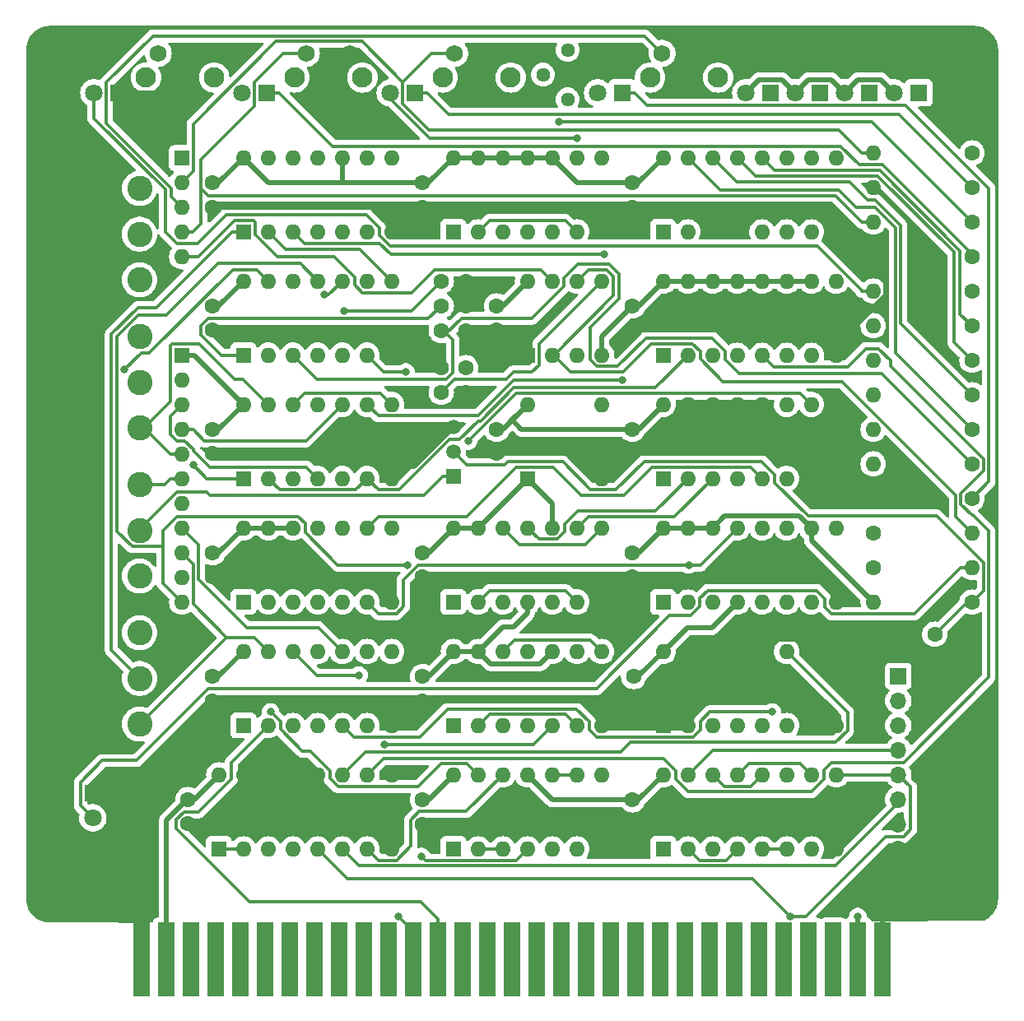
<source format=gtl>
G04 #@! TF.GenerationSoftware,KiCad,Pcbnew,7.0.7*
G04 #@! TF.CreationDate,2023-08-22T16:34:33-04:00*
G04 #@! TF.ProjectId,2 - Clock,32202d20-436c-46f6-936b-2e6b69636164,1.1*
G04 #@! TF.SameCoordinates,Original*
G04 #@! TF.FileFunction,Copper,L1,Top*
G04 #@! TF.FilePolarity,Positive*
%FSLAX46Y46*%
G04 Gerber Fmt 4.6, Leading zero omitted, Abs format (unit mm)*
G04 Created by KiCad (PCBNEW 7.0.7) date 2023-08-22 16:34:33*
%MOMM*%
%LPD*%
G01*
G04 APERTURE LIST*
G04 #@! TA.AperFunction,ComponentPad*
%ADD10C,1.600000*%
G04 #@! TD*
G04 #@! TA.AperFunction,ComponentPad*
%ADD11O,1.600000X1.600000*%
G04 #@! TD*
G04 #@! TA.AperFunction,ComponentPad*
%ADD12R,1.600000X1.600000*%
G04 #@! TD*
G04 #@! TA.AperFunction,ComponentPad*
%ADD13R,1.800000X1.800000*%
G04 #@! TD*
G04 #@! TA.AperFunction,ComponentPad*
%ADD14C,1.800000*%
G04 #@! TD*
G04 #@! TA.AperFunction,ComponentPad*
%ADD15C,2.100000*%
G04 #@! TD*
G04 #@! TA.AperFunction,ComponentPad*
%ADD16C,1.750000*%
G04 #@! TD*
G04 #@! TA.AperFunction,ComponentPad*
%ADD17C,2.600000*%
G04 #@! TD*
G04 #@! TA.AperFunction,ConnectorPad*
%ADD18R,1.780000X7.620000*%
G04 #@! TD*
G04 #@! TA.AperFunction,ComponentPad*
%ADD19C,1.440000*%
G04 #@! TD*
G04 #@! TA.AperFunction,ComponentPad*
%ADD20R,1.700000X1.700000*%
G04 #@! TD*
G04 #@! TA.AperFunction,ComponentPad*
%ADD21O,1.700000X1.700000*%
G04 #@! TD*
G04 #@! TA.AperFunction,ComponentPad*
%ADD22R,1.500000X1.500000*%
G04 #@! TD*
G04 #@! TA.AperFunction,ComponentPad*
%ADD23C,1.500000*%
G04 #@! TD*
G04 #@! TA.AperFunction,ViaPad*
%ADD24C,0.800000*%
G04 #@! TD*
G04 #@! TA.AperFunction,Conductor*
%ADD25C,0.500000*%
G04 #@! TD*
G04 #@! TA.AperFunction,Conductor*
%ADD26C,0.333000*%
G04 #@! TD*
G04 APERTURE END LIST*
D10*
X186690000Y-76962000D03*
D11*
X176530000Y-76962000D03*
D12*
X111755000Y-67300000D03*
D11*
X114295000Y-67300000D03*
X116835000Y-67300000D03*
X119375000Y-67300000D03*
X121915000Y-67300000D03*
X124455000Y-67300000D03*
X126995000Y-67300000D03*
X126995000Y-59680000D03*
X124455000Y-59680000D03*
X121915000Y-59680000D03*
X119375000Y-59680000D03*
X116835000Y-59680000D03*
X114295000Y-59680000D03*
X111755000Y-59680000D03*
D13*
X96266000Y-125069600D03*
D14*
X96266000Y-127609600D03*
D12*
X154930000Y-67300000D03*
D11*
X157470000Y-67300000D03*
X160010000Y-67300000D03*
X162550000Y-67300000D03*
X165090000Y-67300000D03*
X167630000Y-67300000D03*
X170170000Y-67300000D03*
X172710000Y-67300000D03*
X172710000Y-59680000D03*
X170170000Y-59680000D03*
X167630000Y-59680000D03*
X165090000Y-59680000D03*
X162550000Y-59680000D03*
X160010000Y-59680000D03*
X157470000Y-59680000D03*
X154930000Y-59680000D03*
D10*
X151892000Y-113050000D03*
X151892000Y-115550000D03*
X176530000Y-98298000D03*
D11*
X186690000Y-98298000D03*
D10*
X130185000Y-113060000D03*
X130185000Y-115560000D03*
X182860000Y-108712000D03*
X180360000Y-108712000D03*
X186690000Y-59182000D03*
D11*
X176530000Y-59182000D03*
D10*
X176530000Y-101854000D03*
D11*
X186690000Y-101854000D03*
D15*
X153573000Y-51411700D03*
X160583000Y-51411700D03*
D16*
X154823000Y-48921700D03*
X159323000Y-48921700D03*
D13*
X176128000Y-52990000D03*
D14*
X173588000Y-52990000D03*
D10*
X132100000Y-74910000D03*
X134600000Y-74910000D03*
D12*
X111760000Y-92680000D03*
D11*
X114300000Y-92680000D03*
X116840000Y-92680000D03*
X119380000Y-92680000D03*
X121920000Y-92680000D03*
X124460000Y-92680000D03*
X127000000Y-92680000D03*
X127000000Y-85060000D03*
X124460000Y-85060000D03*
X121920000Y-85060000D03*
X119380000Y-85060000D03*
X116840000Y-85060000D03*
X114300000Y-85060000D03*
X111760000Y-85060000D03*
D17*
X101068600Y-102718600D03*
X101068600Y-98018600D03*
X101068600Y-93318600D03*
D15*
X116987000Y-51411700D03*
X123997000Y-51411700D03*
D16*
X118237000Y-48921700D03*
X122737000Y-48921700D03*
D12*
X111760000Y-105380000D03*
D11*
X114300000Y-105380000D03*
X116840000Y-105380000D03*
X119380000Y-105380000D03*
X121920000Y-105380000D03*
X124460000Y-105380000D03*
X127000000Y-105380000D03*
X127000000Y-97760000D03*
X124460000Y-97760000D03*
X121920000Y-97760000D03*
X119380000Y-97760000D03*
X116840000Y-97760000D03*
X114300000Y-97760000D03*
X111760000Y-97760000D03*
D10*
X186690000Y-87630000D03*
D11*
X176530000Y-87630000D03*
D10*
X108585000Y-87630000D03*
X108585000Y-90130000D03*
D18*
X177490000Y-142200000D03*
X174950000Y-142200000D03*
X172410000Y-142200000D03*
X169870000Y-142200000D03*
X167330000Y-142200000D03*
X164790000Y-142200000D03*
X162250000Y-142200000D03*
X159710000Y-142200000D03*
X157170000Y-142200000D03*
X154630000Y-142200000D03*
X152090000Y-142200000D03*
X149550000Y-142200000D03*
X147010000Y-142200000D03*
X144470000Y-142200000D03*
X141930000Y-142200000D03*
X139390000Y-142200000D03*
X136850000Y-142200000D03*
X134310000Y-142200000D03*
X131770000Y-142200000D03*
X129230000Y-142200000D03*
X126690000Y-142200000D03*
X124150000Y-142200000D03*
X121610000Y-142200000D03*
X119070000Y-142200000D03*
X116530000Y-142200000D03*
X113990000Y-142200000D03*
X111450000Y-142200000D03*
X108910000Y-142200000D03*
X106370000Y-142200000D03*
X103830000Y-142200000D03*
X101290000Y-142200000D03*
D10*
X132100000Y-72370000D03*
X134600000Y-72370000D03*
D12*
X105410000Y-59690000D03*
D11*
X105410000Y-62230000D03*
X105410000Y-64770000D03*
X105410000Y-67310000D03*
X105410000Y-69850000D03*
D10*
X151765000Y-87610000D03*
X151765000Y-90110000D03*
D17*
X101068600Y-72238600D03*
X101068600Y-67538600D03*
X101068600Y-62838600D03*
D12*
X154940000Y-130800000D03*
D11*
X157480000Y-130800000D03*
X160020000Y-130800000D03*
X162560000Y-130800000D03*
X165100000Y-130800000D03*
X167640000Y-130800000D03*
X170180000Y-130800000D03*
X172720000Y-130800000D03*
X172720000Y-123180000D03*
X170180000Y-123180000D03*
X167640000Y-123180000D03*
X165100000Y-123180000D03*
X162560000Y-123180000D03*
X160020000Y-123180000D03*
X157480000Y-123180000D03*
X154940000Y-123180000D03*
D13*
X129393000Y-52991300D03*
D14*
X126853000Y-52991300D03*
D12*
X154930000Y-105400000D03*
D11*
X157470000Y-105400000D03*
X160010000Y-105400000D03*
X162550000Y-105400000D03*
X165090000Y-105400000D03*
X167630000Y-105400000D03*
X170170000Y-105400000D03*
X172710000Y-105400000D03*
X172710000Y-97780000D03*
X170170000Y-97780000D03*
X167630000Y-97780000D03*
X165090000Y-97780000D03*
X162550000Y-97780000D03*
X160010000Y-97780000D03*
X157470000Y-97780000D03*
X154930000Y-97780000D03*
D10*
X186690000Y-94742000D03*
D11*
X176530000Y-94742000D03*
D19*
X145115600Y-53668200D03*
X142575600Y-51128200D03*
X145115600Y-48588200D03*
D10*
X151765000Y-62250000D03*
X151765000Y-64750000D03*
X137795000Y-87630000D03*
X137795000Y-90130000D03*
X108585000Y-74930000D03*
X108585000Y-77430000D03*
X186690000Y-91186000D03*
D11*
X176530000Y-91186000D03*
D12*
X133345000Y-105390000D03*
D11*
X135885000Y-105390000D03*
X138425000Y-105390000D03*
X140965000Y-105390000D03*
X143505000Y-105390000D03*
X146045000Y-105390000D03*
X148585000Y-105390000D03*
X148585000Y-97770000D03*
X146045000Y-97770000D03*
X143505000Y-97770000D03*
X140965000Y-97770000D03*
X138425000Y-97770000D03*
X135885000Y-97770000D03*
X133345000Y-97770000D03*
D13*
X114142000Y-52991300D03*
D14*
X111602000Y-52991300D03*
D12*
X154930000Y-80000000D03*
D11*
X157470000Y-80000000D03*
X160010000Y-80000000D03*
X162550000Y-80000000D03*
X165090000Y-80000000D03*
X167630000Y-80000000D03*
X170170000Y-80000000D03*
X172710000Y-80000000D03*
X172710000Y-72380000D03*
X170170000Y-72380000D03*
X167630000Y-72380000D03*
X165090000Y-72380000D03*
X162550000Y-72380000D03*
X160010000Y-72380000D03*
X157470000Y-72380000D03*
X154930000Y-72380000D03*
D20*
X179114600Y-113019600D03*
D21*
X179114600Y-115559600D03*
X179114600Y-118099600D03*
X179114600Y-120639600D03*
X179114600Y-123179600D03*
X179114600Y-125719600D03*
X179114600Y-128259600D03*
X179114600Y-130799600D03*
D10*
X132100000Y-83820000D03*
X134600000Y-83820000D03*
D15*
X132238000Y-51410400D03*
X139248000Y-51410400D03*
D16*
X133488000Y-48920400D03*
X137988000Y-48920400D03*
D12*
X133355000Y-130800000D03*
D11*
X135895000Y-130800000D03*
X138435000Y-130800000D03*
X140975000Y-130800000D03*
X143515000Y-130800000D03*
X146055000Y-130800000D03*
X148595000Y-130800000D03*
X148595000Y-123180000D03*
X146055000Y-123180000D03*
X143515000Y-123180000D03*
X140975000Y-123180000D03*
X138435000Y-123180000D03*
X135895000Y-123180000D03*
X133355000Y-123180000D03*
D12*
X105410000Y-80010000D03*
D11*
X105410000Y-82550000D03*
X105410000Y-85090000D03*
X105410000Y-87630000D03*
X105410000Y-90170000D03*
X105410000Y-92710000D03*
X105410000Y-95250000D03*
X105410000Y-97790000D03*
X105410000Y-100330000D03*
X105410000Y-102870000D03*
X105410000Y-105410000D03*
D10*
X186690000Y-105410000D03*
D11*
X176530000Y-105410000D03*
D10*
X108585000Y-62250000D03*
X108585000Y-64750000D03*
X106055000Y-125730000D03*
X106055000Y-128230000D03*
X130175000Y-62250000D03*
X130175000Y-64750000D03*
X134600000Y-81280000D03*
X132100000Y-81280000D03*
X132100000Y-77450000D03*
X134600000Y-77450000D03*
D12*
X111755000Y-118100000D03*
D11*
X114295000Y-118100000D03*
X116835000Y-118100000D03*
X119375000Y-118100000D03*
X121915000Y-118100000D03*
X124455000Y-118100000D03*
X126995000Y-118100000D03*
X126995000Y-110480000D03*
X124455000Y-110480000D03*
X121915000Y-110480000D03*
X119375000Y-110480000D03*
X116835000Y-110480000D03*
X114295000Y-110480000D03*
X111755000Y-110480000D03*
D17*
X101068600Y-87478600D03*
X101068600Y-82778600D03*
X101068600Y-78078600D03*
D10*
X137795000Y-74930000D03*
X137795000Y-77430000D03*
X130175000Y-100330000D03*
X130175000Y-102830000D03*
D17*
X101068600Y-117958600D03*
X101068600Y-113258600D03*
X101068600Y-108558600D03*
D12*
X154930000Y-92680000D03*
D11*
X157470000Y-92680000D03*
X160010000Y-92680000D03*
X162550000Y-92680000D03*
X165090000Y-92680000D03*
X167630000Y-92680000D03*
X170170000Y-92680000D03*
X172710000Y-92680000D03*
X172710000Y-85060000D03*
X170170000Y-85060000D03*
X167630000Y-85060000D03*
X165090000Y-85060000D03*
X162550000Y-85060000D03*
X160010000Y-85060000D03*
X157470000Y-85060000D03*
X154930000Y-85060000D03*
D15*
X101732600Y-51411700D03*
X108742600Y-51411700D03*
D16*
X102982600Y-48921700D03*
X107482600Y-48921700D03*
D10*
X130185000Y-125750000D03*
X130185000Y-128250000D03*
D22*
X133350000Y-92505000D03*
D23*
X133350000Y-89965000D03*
X133350000Y-87425000D03*
D12*
X140980000Y-92680000D03*
D11*
X148600000Y-92680000D03*
X148600000Y-85060000D03*
X140980000Y-85060000D03*
D10*
X186690000Y-66294000D03*
D11*
X176530000Y-66294000D03*
D12*
X109225000Y-130800000D03*
D11*
X111765000Y-130800000D03*
X114305000Y-130800000D03*
X116845000Y-130800000D03*
X119385000Y-130800000D03*
X121925000Y-130800000D03*
X124465000Y-130800000D03*
X127005000Y-130800000D03*
X127005000Y-123180000D03*
X124465000Y-123180000D03*
X121925000Y-123180000D03*
X119385000Y-123180000D03*
X116845000Y-123180000D03*
X114305000Y-123180000D03*
X111765000Y-123180000D03*
X109225000Y-123180000D03*
D13*
X165968000Y-52990000D03*
D14*
X163428000Y-52990000D03*
D13*
X171048000Y-52990000D03*
D14*
X168508000Y-52990000D03*
D12*
X133345000Y-67300000D03*
D11*
X135885000Y-67300000D03*
X138425000Y-67300000D03*
X140965000Y-67300000D03*
X143505000Y-67300000D03*
X146045000Y-67300000D03*
X148585000Y-67300000D03*
X148585000Y-59680000D03*
X146045000Y-59680000D03*
X143505000Y-59680000D03*
X140965000Y-59680000D03*
X138425000Y-59680000D03*
X135885000Y-59680000D03*
X133345000Y-59680000D03*
D10*
X186690000Y-69850000D03*
D11*
X176530000Y-69850000D03*
D13*
X181208000Y-52990000D03*
D14*
X178668000Y-52990000D03*
D12*
X111760000Y-79980000D03*
D11*
X114300000Y-79980000D03*
X116840000Y-79980000D03*
X119380000Y-79980000D03*
X121920000Y-79980000D03*
X124460000Y-79980000D03*
X127000000Y-79980000D03*
X127000000Y-72360000D03*
X124460000Y-72360000D03*
X121920000Y-72360000D03*
X119380000Y-72360000D03*
X116840000Y-72360000D03*
X114300000Y-72360000D03*
X111760000Y-72360000D03*
D12*
X140985000Y-79980000D03*
D11*
X143525000Y-79980000D03*
X146065000Y-79980000D03*
X148605000Y-79980000D03*
X148605000Y-72360000D03*
X146065000Y-72360000D03*
X143525000Y-72360000D03*
X140985000Y-72360000D03*
D10*
X151775000Y-125750000D03*
X151775000Y-128250000D03*
X186690000Y-62738000D03*
D11*
X176530000Y-62738000D03*
D12*
X133355000Y-118110000D03*
D11*
X135895000Y-118110000D03*
X138435000Y-118110000D03*
X140975000Y-118110000D03*
X143515000Y-118110000D03*
X146055000Y-118110000D03*
X148595000Y-118110000D03*
X148595000Y-110490000D03*
X146055000Y-110490000D03*
X143515000Y-110490000D03*
X140975000Y-110490000D03*
X138435000Y-110490000D03*
X135895000Y-110490000D03*
X133355000Y-110490000D03*
D10*
X151765000Y-100330000D03*
X151765000Y-102830000D03*
X186690000Y-84074000D03*
D11*
X176530000Y-84074000D03*
D10*
X151765000Y-74930000D03*
X151765000Y-77430000D03*
D12*
X154930000Y-118100000D03*
D11*
X157470000Y-118100000D03*
X160010000Y-118100000D03*
X162550000Y-118100000D03*
X165090000Y-118100000D03*
X167630000Y-118100000D03*
X170170000Y-118100000D03*
X172710000Y-118100000D03*
X172710000Y-110480000D03*
X170170000Y-110480000D03*
X167630000Y-110480000D03*
X165090000Y-110480000D03*
X162550000Y-110480000D03*
X160010000Y-110480000D03*
X157470000Y-110480000D03*
X154930000Y-110480000D03*
D10*
X108585000Y-113050000D03*
X108585000Y-115550000D03*
X108585000Y-100330000D03*
X108585000Y-102830000D03*
D13*
X98913000Y-52990000D03*
D14*
X96373000Y-52990000D03*
D10*
X186690000Y-73406000D03*
D11*
X176530000Y-73406000D03*
D13*
X150728000Y-52990000D03*
D14*
X148188000Y-52990000D03*
D10*
X186690000Y-80518000D03*
D11*
X176530000Y-80518000D03*
D24*
X174950000Y-137775000D03*
X144191300Y-55975900D03*
X122103800Y-75462600D03*
X146081600Y-57680600D03*
X123631600Y-112925200D03*
X127704500Y-137775000D03*
X168035800Y-137775000D03*
X114546700Y-116684400D03*
X128602500Y-101588600D03*
X130075300Y-131589800D03*
X157565000Y-101580000D03*
X120037600Y-73756100D03*
X99517500Y-81471200D03*
X128459900Y-81718700D03*
X106576800Y-91288800D03*
X126227900Y-120047100D03*
X166139200Y-116703600D03*
X134926700Y-88809100D03*
X150707500Y-82574900D03*
X148884000Y-69607200D03*
D25*
X121915000Y-59680000D02*
X121915000Y-62235000D01*
X139387500Y-86652500D02*
X140345000Y-87610000D01*
X152380000Y-100330000D02*
X154930000Y-97780000D01*
X130185000Y-125750000D02*
X130785000Y-125750000D01*
X108585000Y-100330000D02*
X109190000Y-100330000D01*
X140975000Y-123180000D02*
X143545000Y-125750000D01*
X130175000Y-62250000D02*
X130775000Y-62250000D01*
X162550000Y-105400000D02*
X159918700Y-108031300D01*
X167630000Y-72380000D02*
X170170000Y-72380000D01*
X151892000Y-113050000D02*
X152360000Y-113050000D01*
X109190000Y-87630000D02*
X111760000Y-85060000D01*
X151765000Y-74930000D02*
X152380000Y-74930000D01*
X174950000Y-142200000D02*
X174950000Y-137939700D01*
X140345000Y-87610000D02*
X151765000Y-87610000D01*
X177317600Y-51639600D02*
X174938400Y-51639600D01*
X114300000Y-97760000D02*
X111760000Y-97760000D01*
X105410000Y-80010000D02*
X106710000Y-80010000D01*
X164778400Y-51639600D02*
X167157600Y-51639600D01*
X152360000Y-62250000D02*
X154930000Y-59680000D01*
X109185000Y-113050000D02*
X111755000Y-110480000D01*
X152380000Y-87610000D02*
X154930000Y-85060000D01*
X152370000Y-125750000D02*
X154940000Y-123180000D01*
X151765000Y-62250000D02*
X152360000Y-62250000D01*
X106675000Y-125730000D02*
X109225000Y-123180000D01*
X137795000Y-74930000D02*
X138415000Y-74930000D01*
X138410000Y-87630000D02*
X140980000Y-85060000D01*
X160010000Y-72380000D02*
X157470000Y-72380000D01*
X152360000Y-113050000D02*
X154930000Y-110480000D01*
X140975000Y-92680000D02*
X140980000Y-92680000D01*
X130785000Y-113060000D02*
X133355000Y-110490000D01*
X130175000Y-100330000D02*
X130785000Y-100330000D01*
X105957000Y-125730000D02*
X103830000Y-127857000D01*
X135885000Y-97770000D02*
X140975000Y-92680000D01*
X109190000Y-74930000D02*
X111760000Y-72360000D01*
X139573000Y-107950000D02*
X140965000Y-106558000D01*
X130175000Y-62250000D02*
X130475000Y-62250000D01*
X108585000Y-62250000D02*
X109185000Y-62250000D01*
X130185000Y-113060000D02*
X130785000Y-113060000D01*
X130775000Y-62250000D02*
X133345000Y-59680000D01*
X170170000Y-97780000D02*
X168919600Y-96529600D01*
X160010000Y-97780000D02*
X161260400Y-96529600D01*
X174950000Y-137939700D02*
X174950000Y-137775000D01*
X103830000Y-142200000D02*
X103830000Y-137939700D01*
X151765000Y-87610000D02*
X152380000Y-87610000D01*
X138425000Y-59680000D02*
X140965000Y-59680000D01*
X140965000Y-106558000D02*
X140965000Y-105390000D01*
X138415000Y-74930000D02*
X140985000Y-72360000D01*
X151765000Y-74930000D02*
X152380000Y-74930000D01*
X106055000Y-125730000D02*
X105957000Y-125730000D01*
X106055000Y-125730000D02*
X106675000Y-125730000D01*
X133355000Y-110490000D02*
X134605300Y-110490000D01*
X108585000Y-74930000D02*
X109190000Y-74930000D01*
X108585000Y-87630000D02*
X109190000Y-87630000D01*
X178668000Y-52990000D02*
X177317600Y-51639600D01*
X148605000Y-78090000D02*
X151765000Y-74930000D01*
X106675000Y-125730000D02*
X109225000Y-123180000D01*
X174938400Y-51639600D02*
X173588000Y-52990000D01*
X173588000Y-52990000D02*
X172237600Y-51639600D01*
X135895000Y-110490000D02*
X137145400Y-111740400D01*
X151775000Y-125750000D02*
X152370000Y-125750000D01*
X152380000Y-74930000D02*
X154930000Y-72380000D01*
X143510000Y-95250000D02*
X143505000Y-95255000D01*
X165090000Y-72380000D02*
X167630000Y-72380000D01*
X163428000Y-52990000D02*
X164778400Y-51639600D01*
X135269900Y-110490000D02*
X134605300Y-110490000D01*
X157470000Y-97780000D02*
X154930000Y-97780000D01*
X130185000Y-113060000D02*
X130785000Y-113060000D01*
X160010000Y-97780000D02*
X158759700Y-97780000D01*
X137795000Y-87630000D02*
X138410000Y-87630000D01*
X130185000Y-125750000D02*
X130785000Y-125750000D01*
X130175000Y-62250000D02*
X121900000Y-62250000D01*
X152380000Y-100330000D02*
X154930000Y-97780000D01*
X140980000Y-92720000D02*
X143510000Y-95250000D01*
X116840000Y-97760000D02*
X114300000Y-97760000D01*
X108585000Y-113050000D02*
X109185000Y-113050000D01*
X162550000Y-72380000D02*
X165090000Y-72380000D01*
X109185000Y-113050000D02*
X111755000Y-110480000D01*
X140965000Y-59680000D02*
X143505000Y-59680000D01*
X108585000Y-100330000D02*
X109190000Y-100330000D01*
X106055000Y-125730000D02*
X106675000Y-125730000D01*
X159918700Y-108031300D02*
X157378700Y-108031300D01*
X170170000Y-99050000D02*
X176530000Y-105410000D01*
X130785000Y-125750000D02*
X133355000Y-123180000D01*
X169858400Y-51639600D02*
X168508000Y-52990000D01*
X108585000Y-62250000D02*
X109185000Y-62250000D01*
X143515000Y-110490000D02*
X142264600Y-111740400D01*
X148605000Y-79980000D02*
X148605000Y-78090000D01*
X135895000Y-110490000D02*
X138435000Y-107950000D01*
X109185000Y-62250000D02*
X111755000Y-59680000D01*
X146075000Y-62250000D02*
X151765000Y-62250000D01*
X109190000Y-100330000D02*
X111760000Y-97760000D01*
X160010000Y-72380000D02*
X162550000Y-72380000D01*
X108585000Y-113050000D02*
X109185000Y-113050000D01*
X106710000Y-80010000D02*
X111760000Y-85060000D01*
X130785000Y-125750000D02*
X133355000Y-123180000D01*
X121915000Y-62235000D02*
X121900000Y-62250000D01*
X151765000Y-100330000D02*
X152380000Y-100330000D01*
X121900000Y-62250000D02*
X114325000Y-62250000D01*
X158759700Y-97780000D02*
X157470000Y-97780000D01*
X157470000Y-72380000D02*
X154930000Y-72380000D01*
X138435000Y-107950000D02*
X139573000Y-107950000D01*
X130785000Y-113060000D02*
X133355000Y-110490000D01*
X172237600Y-51639600D02*
X169858400Y-51639600D01*
X135885000Y-59680000D02*
X133345000Y-59680000D01*
X152380000Y-87610000D02*
X154930000Y-85060000D01*
X152370000Y-125750000D02*
X154940000Y-123180000D01*
X167157600Y-51639600D02*
X168508000Y-52990000D01*
X133345000Y-97770000D02*
X135885000Y-97770000D01*
X139387500Y-86652500D02*
X140980000Y-85060000D01*
X151765000Y-62250000D02*
X152360000Y-62250000D01*
X109190000Y-87630000D02*
X111760000Y-85060000D01*
X109190000Y-100330000D02*
X111760000Y-97760000D01*
X151775000Y-125750000D02*
X152370000Y-125750000D01*
X109185000Y-62250000D02*
X111755000Y-59680000D01*
X151765000Y-87610000D02*
X152380000Y-87610000D01*
X152380000Y-74930000D02*
X154930000Y-72380000D01*
X137795000Y-87630000D02*
X138410000Y-87630000D01*
X138425000Y-59680000D02*
X135885000Y-59680000D01*
X138415000Y-74930000D02*
X140985000Y-72360000D01*
X108585000Y-87630000D02*
X109190000Y-87630000D01*
X108585000Y-74930000D02*
X109190000Y-74930000D01*
X137795000Y-74930000D02*
X138415000Y-74930000D01*
X152360000Y-62250000D02*
X154930000Y-59680000D01*
X135895000Y-110490000D02*
X135269900Y-110490000D01*
X130785000Y-100330000D02*
X133345000Y-97770000D01*
X130175000Y-100330000D02*
X130785000Y-100330000D01*
X130775000Y-62250000D02*
X133345000Y-59680000D01*
X143505000Y-95255000D02*
X143505000Y-97770000D01*
X151892000Y-113050000D02*
X152360000Y-113050000D01*
X140980000Y-92680000D02*
X140980000Y-92720000D01*
X143505000Y-59680000D02*
X146075000Y-62250000D01*
X103830000Y-127857000D02*
X103830000Y-137939700D01*
X109190000Y-74930000D02*
X111760000Y-72360000D01*
X143545000Y-125750000D02*
X151775000Y-125750000D01*
X114325000Y-62250000D02*
X111755000Y-59680000D01*
X151765000Y-100330000D02*
X152380000Y-100330000D01*
X154930000Y-110480000D02*
X157378700Y-108031300D01*
X168919600Y-96529600D02*
X161260400Y-96529600D01*
X170170000Y-97780000D02*
X170170000Y-99050000D01*
X142264600Y-111740400D02*
X137145400Y-111740400D01*
X130785000Y-100330000D02*
X133345000Y-97770000D01*
X152360000Y-113050000D02*
X154930000Y-110480000D01*
X138410000Y-87630000D02*
X139387500Y-86652500D01*
X160010000Y-110480000D02*
X162550000Y-110480000D01*
X176530000Y-69850000D02*
X176530000Y-71100300D01*
X127000000Y-91440000D02*
X127000000Y-92680000D01*
X130175000Y-102830000D02*
X147280000Y-102830000D01*
X151765000Y-64750000D02*
X161280000Y-64750000D01*
X171410000Y-77430000D02*
X172710000Y-78730000D01*
X126995000Y-66035000D02*
X126995000Y-67300000D01*
X147280000Y-90130000D02*
X148600000Y-91450000D01*
X172710000Y-92679800D02*
X172710000Y-92680000D01*
X151765000Y-90110000D02*
X150425000Y-91450000D01*
X108585000Y-90130000D02*
X125690000Y-90130000D01*
X137795000Y-90130000D02*
X147280000Y-90130000D01*
X148416600Y-65866600D02*
X148585000Y-66035000D01*
X129335000Y-91440000D02*
X127000000Y-91440000D01*
X148595000Y-116845000D02*
X148595000Y-118110000D01*
X171390000Y-90110000D02*
X172710000Y-88790000D01*
X160939200Y-90110000D02*
X171390000Y-90110000D01*
X176530000Y-94742000D02*
X174772000Y-94742000D01*
X106055000Y-128230000D02*
X115575000Y-128230000D01*
X127000000Y-79980000D02*
X128250300Y-79980000D01*
X160010000Y-110480000D02*
X161260300Y-110480000D01*
X148600000Y-91450000D02*
X148600000Y-92680000D01*
X125690000Y-77430000D02*
X127000000Y-78740000D01*
X157413000Y-90110000D02*
X160939200Y-90110000D01*
X137795000Y-77430000D02*
X138435000Y-77430000D01*
X147280000Y-102830000D02*
X148585000Y-104135000D01*
X148585000Y-104135000D02*
X148585000Y-105390000D01*
X165090000Y-110480000D02*
X166340300Y-109229700D01*
X114305000Y-123180000D02*
X115555300Y-123180000D01*
X130231500Y-64750000D02*
X147300000Y-64750000D01*
X108585000Y-77430000D02*
X125690000Y-77430000D01*
X157470000Y-118100000D02*
X154930000Y-118100000D01*
X171430000Y-115550000D02*
X172710000Y-116830000D01*
X177852800Y-72423100D02*
X177852800Y-73870800D01*
X130231500Y-64750000D02*
X128946500Y-66035000D01*
X115575000Y-128230000D02*
X124435000Y-128230000D01*
X151765000Y-102830000D02*
X149890000Y-102830000D01*
X127000000Y-104140000D02*
X127000000Y-105380000D01*
X133350000Y-87425000D02*
X129335000Y-91440000D01*
X151765000Y-77430000D02*
X171410000Y-77430000D01*
X151892000Y-115550000D02*
X150597000Y-116845000D01*
X138435000Y-77430000D02*
X140985000Y-79980000D01*
X151765000Y-64750000D02*
X171430000Y-64750000D01*
X126995000Y-66035000D02*
X126995000Y-67300000D01*
X160010000Y-85060000D02*
X158720300Y-85060000D01*
X160010000Y-110480000D02*
X157470000Y-110480000D01*
X157470000Y-85060000D02*
X157470000Y-90053000D01*
X172710000Y-78730000D02*
X172710000Y-80000000D01*
X147280000Y-90130000D02*
X148600000Y-91450000D01*
X148585000Y-104135000D02*
X148585000Y-105390000D01*
X119385000Y-123180000D02*
X116845000Y-123180000D01*
X161115500Y-115550000D02*
X171430000Y-115550000D01*
X125690000Y-90130000D02*
X127000000Y-91440000D01*
X147947500Y-128897500D02*
X148595000Y-129545000D01*
X171430000Y-115550000D02*
X172710000Y-116830000D01*
X128270000Y-115560000D02*
X126995000Y-116835000D01*
X103414300Y-52990000D02*
X107482600Y-48921700D01*
X151775000Y-128250000D02*
X171430000Y-128250000D01*
X170170000Y-110480000D02*
X168919700Y-109229700D01*
X172710000Y-116830000D02*
X172710000Y-118100000D01*
X172720000Y-129540000D02*
X172720000Y-130800000D01*
X126995000Y-116835000D02*
X126995000Y-118100000D01*
X172710000Y-117465000D02*
X172710000Y-118100000D01*
X148600000Y-91450000D02*
X148600000Y-92680000D01*
X171430000Y-128250000D02*
X172720000Y-129540000D01*
X160010000Y-67300000D02*
X161427000Y-67300000D01*
X171390000Y-90110000D02*
X172710000Y-91430000D01*
X151765000Y-64750000D02*
X149533200Y-64750000D01*
X130175000Y-64750000D02*
X130231500Y-64750000D01*
X108585000Y-115550000D02*
X125710000Y-115550000D01*
X108585000Y-77430000D02*
X125690000Y-77430000D01*
X148585000Y-66035000D02*
X148585000Y-67300000D01*
X147300000Y-64750000D02*
X148585000Y-66035000D01*
X172710000Y-104130000D02*
X172710000Y-105400000D01*
X170170000Y-110480000D02*
X172710000Y-110480000D01*
X130800000Y-79980000D02*
X128250300Y-79980000D01*
X130185000Y-128250000D02*
X147300000Y-128250000D01*
X170170000Y-118100000D02*
X172710000Y-118100000D01*
X170170000Y-92680000D02*
X171420300Y-92680000D01*
X115575000Y-123180000D02*
X115555300Y-123180000D01*
X130185000Y-115560000D02*
X147310000Y-115560000D01*
X124435000Y-128230000D02*
X127005000Y-130800000D01*
X125710000Y-64750000D02*
X126995000Y-66035000D01*
X151765000Y-77430000D02*
X171410000Y-77430000D01*
X171430000Y-64750000D02*
X172710000Y-66030000D01*
X165090000Y-110480000D02*
X163839700Y-110480000D01*
X176530000Y-69850000D02*
X175260000Y-69850000D01*
X154442000Y-118100000D02*
X154930000Y-118100000D01*
X125690000Y-102830000D02*
X127000000Y-104140000D01*
X151765000Y-102830000D02*
X171410000Y-102830000D01*
X172710000Y-66030000D02*
X172710000Y-66930300D01*
X171410000Y-102830000D02*
X172710000Y-104130000D01*
X125710000Y-64750000D02*
X126995000Y-66035000D01*
X106055000Y-128230000D02*
X124435000Y-128230000D01*
X177852800Y-73870800D02*
X172993600Y-78730000D01*
X125690000Y-102830000D02*
X127000000Y-104140000D01*
X177490000Y-133724500D02*
X177490000Y-142200000D01*
X157470000Y-85060000D02*
X158720300Y-85060000D01*
X108585000Y-64750000D02*
X125710000Y-64750000D01*
X115575000Y-128230000D02*
X115575000Y-123180000D01*
X151892000Y-115550000D02*
X155501000Y-115550000D01*
X179114600Y-132099900D02*
X177490000Y-133724500D01*
X162550000Y-110480000D02*
X163839700Y-110480000D01*
X127000000Y-104140000D02*
X127000000Y-105380000D01*
X171420500Y-92679800D02*
X171420300Y-92680000D01*
X148595000Y-129545000D02*
X148595000Y-130800000D01*
X150597000Y-116845000D02*
X148595000Y-116845000D01*
X147947500Y-128897500D02*
X151127500Y-128897500D01*
X130185000Y-115560000D02*
X147310000Y-115560000D01*
X171430000Y-128250000D02*
X172720000Y-129540000D01*
X137795000Y-90130000D02*
X147280000Y-90130000D01*
X172993600Y-78730000D02*
X172710000Y-78730000D01*
X108585000Y-115550000D02*
X125710000Y-115550000D01*
X151127500Y-128897500D02*
X151775000Y-128250000D01*
X108585000Y-102830000D02*
X125690000Y-102830000D01*
X137775000Y-77450000D02*
X137795000Y-77430000D01*
X172710000Y-91430000D02*
X172710000Y-92680000D01*
X172710000Y-110480000D02*
X173960300Y-110480000D01*
X101290000Y-142200000D02*
X101290000Y-130093600D01*
X161427000Y-67300000D02*
X162550000Y-67300000D01*
X157470000Y-90053000D02*
X157413000Y-90110000D01*
X125690000Y-90130000D02*
X127000000Y-91440000D01*
X125710000Y-115550000D02*
X126995000Y-116835000D01*
X148595000Y-129545000D02*
X148595000Y-130800000D01*
X138435000Y-77430000D02*
X140985000Y-79980000D01*
X171410000Y-102830000D02*
X172710000Y-104130000D01*
X171430000Y-64750000D02*
X172710000Y-66030000D01*
X127000000Y-78740000D02*
X127000000Y-79980000D01*
X108585000Y-90130000D02*
X125690000Y-90130000D01*
X101290000Y-130093600D02*
X96266000Y-125069600D01*
X134600000Y-77450000D02*
X137775000Y-77450000D01*
X176530000Y-71100300D02*
X177852800Y-72423100D01*
X151775000Y-128250000D02*
X171430000Y-128250000D01*
X108585000Y-102830000D02*
X125690000Y-102830000D01*
X128946500Y-66035000D02*
X126995000Y-66035000D01*
X172720000Y-129540000D02*
X172720000Y-130800000D01*
X161427000Y-64897000D02*
X161280000Y-64750000D01*
X171410000Y-77430000D02*
X172710000Y-78730000D01*
X125710000Y-115550000D02*
X126995000Y-116835000D01*
X161280000Y-64750000D02*
X171430000Y-64750000D01*
X172710000Y-104130000D02*
X172710000Y-105400000D01*
X126995000Y-116835000D02*
X126995000Y-118100000D01*
X151892000Y-115550000D02*
X154442000Y-118100000D01*
X147300000Y-64750000D02*
X148416600Y-65866600D01*
X170170000Y-118100000D02*
X171420300Y-118100000D01*
X161260300Y-110480000D02*
X161260300Y-115405200D01*
X132100000Y-81280000D02*
X130800000Y-79980000D01*
X172710000Y-78730000D02*
X172710000Y-80000000D01*
X130185000Y-128250000D02*
X147300000Y-128250000D01*
X151892000Y-115550000D02*
X171430000Y-115550000D01*
X127000000Y-91440000D02*
X127000000Y-92680000D01*
X172710000Y-88790000D02*
X172710000Y-85060000D01*
X147300000Y-128250000D02*
X148595000Y-129545000D01*
X172710000Y-116830000D02*
X172710000Y-117465000D01*
X137795000Y-77430000D02*
X138435000Y-77430000D01*
X161260300Y-115405200D02*
X161115500Y-115550000D01*
X149890000Y-102830000D02*
X148585000Y-104135000D01*
X172710000Y-66030000D02*
X172710000Y-67300000D01*
X130175000Y-64750000D02*
X147300000Y-64750000D01*
X98913000Y-52990000D02*
X103414300Y-52990000D01*
X174772000Y-94742000D02*
X172710000Y-92680000D01*
X130175000Y-102830000D02*
X147280000Y-102830000D01*
X172710000Y-92679800D02*
X171420500Y-92679800D01*
X161427000Y-67300000D02*
X161427000Y-64897000D01*
X151765000Y-102830000D02*
X171410000Y-102830000D01*
X175728300Y-108712000D02*
X173960300Y-110480000D01*
X168919700Y-109229700D02*
X166340300Y-109229700D01*
X149533200Y-64750000D02*
X148416600Y-65866600D01*
X127000000Y-78740000D02*
X127000000Y-79980000D01*
X180360000Y-108712000D02*
X175728300Y-108712000D01*
X172710000Y-91430000D02*
X172710000Y-92679800D01*
X151765000Y-90110000D02*
X171390000Y-90110000D01*
X111765000Y-123180000D02*
X114305000Y-123180000D01*
X175260000Y-69850000D02*
X172710000Y-67300000D01*
X179114600Y-130799600D02*
X179114600Y-132099900D01*
X116845000Y-123180000D02*
X115575000Y-123180000D01*
X147310000Y-115560000D02*
X148595000Y-116845000D01*
X148585000Y-66035000D02*
X148585000Y-67300000D01*
X125690000Y-77430000D02*
X127000000Y-78740000D01*
X151765000Y-90110000D02*
X157413000Y-90110000D01*
X162550000Y-85060000D02*
X165090000Y-85060000D01*
X147310000Y-115560000D02*
X148595000Y-116845000D01*
X171390000Y-90110000D02*
X172710000Y-91430000D01*
X147300000Y-128250000D02*
X147947500Y-128897500D01*
X150425000Y-91450000D02*
X148600000Y-91450000D01*
X124435000Y-128230000D02*
X127005000Y-130800000D01*
X148595000Y-116845000D02*
X148595000Y-118110000D01*
X108585000Y-64750000D02*
X125710000Y-64750000D01*
X155501000Y-115550000D02*
X161115500Y-115550000D01*
X162550000Y-85060000D02*
X160010000Y-85060000D01*
X130185000Y-115560000D02*
X128270000Y-115560000D01*
X172710000Y-66930300D02*
X172710000Y-67300000D01*
X147280000Y-102830000D02*
X148585000Y-104135000D01*
D26*
X176371900Y-55975900D02*
X186690000Y-66294000D01*
X129007400Y-75462600D02*
X122103800Y-75462600D01*
X132100000Y-72370000D02*
X129007400Y-75462600D01*
X144191300Y-55975900D02*
X176371900Y-55975900D01*
X186162000Y-105410000D02*
X182860000Y-108712000D01*
X187865600Y-101359500D02*
X187865600Y-104234400D01*
X166402900Y-92310100D02*
X166402900Y-93104700D01*
X133350000Y-89965000D02*
X134698200Y-91313200D01*
X150064700Y-93846900D02*
X152981100Y-90930500D01*
X147454800Y-93846900D02*
X150064700Y-93846900D01*
X138961800Y-90979800D02*
X144587700Y-90979800D01*
X152981100Y-90930500D02*
X165023300Y-90930500D01*
X183026100Y-96520000D02*
X187865600Y-101359500D01*
X144587700Y-90979800D02*
X147454800Y-93846900D01*
X134698200Y-91313200D02*
X138628400Y-91313200D01*
X186690000Y-105410000D02*
X186162000Y-105410000D01*
X187865600Y-104234400D02*
X186690000Y-105410000D01*
X138628400Y-91313200D02*
X138961800Y-90979800D01*
X165023300Y-90930500D02*
X166402900Y-92310100D01*
X169818200Y-96520000D02*
X183026100Y-96520000D01*
X166402900Y-93104700D02*
X169818200Y-96520000D01*
X130780400Y-76229600D02*
X132100000Y-74910000D01*
X111760000Y-79980000D02*
X109477500Y-79980000D01*
X107402700Y-76927900D02*
X108101000Y-76229600D01*
X109477500Y-79980000D02*
X107402700Y-77905200D01*
X108101000Y-76229600D02*
X130780400Y-76229600D01*
X107402700Y-77905200D02*
X107402700Y-76927900D01*
X134199500Y-76180000D02*
X141403900Y-76180000D01*
X177419000Y-81915000D02*
X186690000Y-91186000D01*
X150240800Y-81147200D02*
X153136700Y-78251300D01*
X132634000Y-77745500D02*
X134199500Y-76180000D01*
X161280000Y-79558200D02*
X161280000Y-80463200D01*
X161280000Y-80463200D02*
X162731800Y-81915000D01*
X132248300Y-77598300D02*
X132100000Y-77450000D01*
X146125300Y-70600500D02*
X149331900Y-70600500D01*
X133271900Y-81826100D02*
X133271900Y-78383500D01*
X159973100Y-78251300D02*
X161280000Y-79558200D01*
X132612500Y-82485500D02*
X133271900Y-81826100D01*
X141403900Y-76180000D02*
X144693300Y-72890600D01*
X149331900Y-70600500D02*
X150397800Y-71666400D01*
X153136700Y-78251300D02*
X159973100Y-78251300D01*
X148106500Y-81147200D02*
X150240800Y-81147200D01*
X162731800Y-81915000D02*
X177419000Y-81915000D01*
X147419800Y-80460500D02*
X148106500Y-81147200D01*
X144693300Y-72032500D02*
X146125300Y-70600500D01*
X132486700Y-77598300D02*
X132248300Y-77598300D01*
X133271900Y-78383500D02*
X132634000Y-77745500D01*
X132634000Y-77745500D02*
X132486700Y-77598300D01*
X144693300Y-72890600D02*
X144693300Y-72032500D01*
X150397800Y-71666400D02*
X150397800Y-74167700D01*
X147419800Y-77145700D02*
X147419800Y-80460500D01*
X150397800Y-74167700D02*
X147419800Y-77145700D01*
X119345500Y-82485500D02*
X132612500Y-82485500D01*
X116840000Y-79980000D02*
X119345500Y-82485500D01*
X157961700Y-78818400D02*
X158740000Y-79596700D01*
X184989900Y-96597900D02*
X184989900Y-94392300D01*
X149807700Y-71905500D02*
X149090500Y-71188300D01*
X150838700Y-81680500D02*
X153700800Y-78818400D01*
X149090500Y-71188300D02*
X147236700Y-71188300D01*
X186690000Y-98298000D02*
X184989900Y-96597900D01*
X153700800Y-78818400D02*
X157961700Y-78818400D01*
X147236700Y-71188300D02*
X146065000Y-72360000D01*
X143678100Y-79980000D02*
X149807700Y-73850400D01*
X149807700Y-73850400D02*
X149807700Y-71905500D01*
X158740000Y-79596700D02*
X158740000Y-80381900D01*
X145378600Y-81680500D02*
X150838700Y-81680500D01*
X161077600Y-82719500D02*
X173317100Y-82719500D01*
X143678100Y-79980000D02*
X145378600Y-81680500D01*
X173317100Y-82719500D02*
X184989900Y-94392300D01*
X158740000Y-80381900D02*
X161077600Y-82719500D01*
X143525000Y-79980000D02*
X143678100Y-79980000D01*
X141409400Y-81741800D02*
X139509400Y-81741800D01*
X142151900Y-78813100D02*
X142151900Y-80999300D01*
X139509400Y-81741800D02*
X138804300Y-82446900D01*
X148605000Y-72360000D02*
X142151900Y-78813100D01*
X142151900Y-80999300D02*
X141409400Y-81741800D01*
X133473100Y-82446900D02*
X132100000Y-83820000D01*
X138804300Y-82446900D02*
X133473100Y-82446900D01*
X170801200Y-68771100D02*
X126812100Y-68771100D01*
X109966400Y-65564400D02*
X107006900Y-68523900D01*
X103702300Y-67287900D02*
X103702300Y-62941500D01*
X125725000Y-67684000D02*
X125725000Y-66881400D01*
X176530000Y-73406000D02*
X175363200Y-73406000D01*
X126812100Y-68771100D02*
X125725000Y-67684000D01*
X124408000Y-65564400D02*
X109966400Y-65564400D01*
X175363200Y-73333100D02*
X170801200Y-68771100D01*
X96373000Y-55612200D02*
X96373000Y-52990000D01*
X103702300Y-62941500D02*
X96373000Y-55612200D01*
X175363200Y-73406000D02*
X175363200Y-73333100D01*
X104938300Y-68523900D02*
X103702300Y-67287900D01*
X125725000Y-66881400D02*
X124408000Y-65564400D01*
X107006900Y-68523900D02*
X104938300Y-68523900D01*
X153261600Y-54256800D02*
X151994800Y-52990000D01*
X188425200Y-93006800D02*
X188425200Y-62822900D01*
X186690000Y-94742000D02*
X188425200Y-93006800D01*
X188425200Y-62822900D02*
X179859100Y-54256800D01*
X179859100Y-54256800D02*
X153261600Y-54256800D01*
X150728000Y-52990000D02*
X151994800Y-52990000D01*
X127000000Y-85060000D02*
X125833200Y-83893200D01*
X116840000Y-85060000D02*
X118006800Y-83893200D01*
X125833200Y-83893200D02*
X118006800Y-83893200D01*
X132877600Y-55209100D02*
X179161100Y-55209100D01*
X129393000Y-52991300D02*
X130659800Y-52991300D01*
X130659800Y-52991300D02*
X132877600Y-55209100D01*
X179161100Y-55209100D02*
X186690000Y-62738000D01*
X130928000Y-57680600D02*
X126853000Y-53605600D01*
X146081600Y-57680600D02*
X130928000Y-57680600D01*
X126853000Y-53605600D02*
X126853000Y-52991300D01*
X131770000Y-142200000D02*
X131770000Y-138023200D01*
X114295000Y-118100000D02*
X110495000Y-121900000D01*
X104842000Y-127788800D02*
X104842000Y-128706100D01*
X110495000Y-123617700D02*
X107132700Y-126980000D01*
X110495000Y-123617700D02*
X110495000Y-121900000D01*
X129954200Y-136207400D02*
X131770000Y-138023200D01*
X104842000Y-128706100D02*
X112343300Y-136207400D01*
X105650800Y-126980000D02*
X104842000Y-127788800D01*
X107132700Y-126980000D02*
X105650800Y-126980000D01*
X112343300Y-136207400D02*
X129954200Y-136207400D01*
X116835000Y-110480000D02*
X119280200Y-112925200D01*
X129230000Y-139300500D02*
X127704500Y-137775000D01*
X129230000Y-142200000D02*
X129230000Y-139300500D01*
X119280200Y-112925200D02*
X123631600Y-112925200D01*
X160020400Y-120639600D02*
X179114600Y-120639600D01*
X157480000Y-123180000D02*
X160020400Y-120639600D01*
X177853300Y-129529600D02*
X169607900Y-137775000D01*
X180345400Y-124410400D02*
X180345400Y-128827700D01*
X119385000Y-130800000D02*
X122443300Y-133858300D01*
X180345400Y-128827700D02*
X179643500Y-129529600D01*
X173886800Y-123180000D02*
X173887200Y-123179600D01*
X179643500Y-129529600D02*
X177853300Y-129529600D01*
X123318400Y-133858300D02*
X164119100Y-133858300D01*
X122443300Y-133858300D02*
X123318400Y-133858300D01*
X173887200Y-123179600D02*
X179114600Y-123179600D01*
X172720000Y-123180000D02*
X173886800Y-123180000D01*
X179114600Y-123179600D02*
X180345400Y-124410400D01*
X164119100Y-133858300D02*
X168035800Y-137775000D01*
X169607900Y-137775000D02*
X168035800Y-137775000D01*
X110588200Y-67300000D02*
X102809600Y-75078600D01*
X98168800Y-77856100D02*
X98168800Y-110358800D01*
X101068600Y-98018600D02*
X101068600Y-97920600D01*
X130354300Y-94383900D02*
X132233200Y-92505000D01*
X133350000Y-92505000D02*
X132233200Y-92505000D01*
X108332200Y-94383900D02*
X130354300Y-94383900D01*
X100946300Y-75078600D02*
X98168800Y-77856100D01*
X104950200Y-94039000D02*
X107987300Y-94039000D01*
X107987300Y-94039000D02*
X108332200Y-94383900D01*
X111755000Y-67300000D02*
X110588200Y-67300000D01*
X102809600Y-75078600D02*
X100946300Y-75078600D01*
X98168800Y-110358800D02*
X101068600Y-113258600D01*
X101068600Y-97920600D02*
X104950200Y-94039000D01*
X129755500Y-124394400D02*
X132136700Y-122013200D01*
X115565000Y-118488300D02*
X117814800Y-120738100D01*
X120655000Y-123563300D02*
X120655000Y-122779700D01*
X132136700Y-122013200D02*
X134728200Y-122013200D01*
X121486100Y-124394400D02*
X120655000Y-123563300D01*
X114546700Y-116684400D02*
X115565000Y-117702700D01*
X117814800Y-120738100D02*
X118613400Y-120738100D01*
X118613400Y-120738100D02*
X120655000Y-122779700D01*
X121486100Y-124394400D02*
X129755500Y-124394400D01*
X115565000Y-117702700D02*
X115565000Y-118488300D01*
X135895000Y-123180000D02*
X134728200Y-122013200D01*
X117592700Y-70572700D02*
X109123500Y-70572700D01*
X103478600Y-99695300D02*
X103478600Y-98039800D01*
X121469900Y-101588600D02*
X128602500Y-101588600D01*
X100923900Y-75855400D02*
X98750700Y-78028600D01*
X98750700Y-98138700D02*
X100307300Y-99695300D01*
X103840800Y-75855400D02*
X100923900Y-75855400D01*
X104947700Y-96570700D02*
X117349600Y-96570700D01*
X118110000Y-98228700D02*
X121469900Y-101588600D01*
X118110000Y-97331100D02*
X118110000Y-98228700D01*
X103478600Y-98039800D02*
X104947700Y-96570700D01*
X117349600Y-96570700D02*
X118110000Y-97331100D01*
X105410000Y-105410000D02*
X103478600Y-103478600D01*
X109123500Y-70572700D02*
X103840800Y-75855400D01*
X98750700Y-78028600D02*
X98750700Y-98138700D01*
X119380000Y-72360000D02*
X117592700Y-70572700D01*
X103478600Y-103478600D02*
X103478600Y-99695300D01*
X100307300Y-99695300D02*
X103478600Y-99695300D01*
X139808200Y-131966800D02*
X130452300Y-131966800D01*
X140975000Y-130800000D02*
X139808200Y-131966800D01*
X130452300Y-131966800D02*
X130075300Y-131589800D01*
X138435000Y-130800000D02*
X135895000Y-130800000D01*
X94999100Y-123968200D02*
X94999100Y-126342700D01*
X159501700Y-104196400D02*
X158673900Y-105024200D01*
X108175200Y-114300000D02*
X100761100Y-121714100D01*
X172210500Y-106603900D02*
X171543500Y-105936900D01*
X186690000Y-101854000D02*
X185523200Y-101854000D01*
X94999100Y-126342700D02*
X96266000Y-127609600D01*
X171543500Y-105936900D02*
X171543500Y-105036700D01*
X155590200Y-106791800D02*
X148082000Y-114300000D01*
X97253200Y-121714100D02*
X94999100Y-123968200D01*
X157759100Y-106791800D02*
X155590200Y-106791800D01*
X158673900Y-105024200D02*
X158673900Y-105877000D01*
X148082000Y-114300000D02*
X108175200Y-114300000D01*
X158673900Y-105877000D02*
X157759100Y-106791800D01*
X180773300Y-106603900D02*
X172210500Y-106603900D01*
X185523200Y-101854000D02*
X180773300Y-106603900D01*
X170703200Y-104196400D02*
X159501700Y-104196400D01*
X100761100Y-121714100D02*
X97253200Y-121714100D01*
X171543500Y-105036700D02*
X170703200Y-104196400D01*
X120897700Y-58480200D02*
X173178500Y-58480200D01*
X177459000Y-60405100D02*
X186690000Y-69636100D01*
X114142000Y-52991300D02*
X115408800Y-52991300D01*
X115408800Y-52991300D02*
X120897700Y-58480200D01*
X186690000Y-69636100D02*
X186690000Y-69850000D01*
X173178500Y-58480200D02*
X175103400Y-60405100D01*
X175103400Y-60405100D02*
X177459000Y-60405100D01*
X127499000Y-106579800D02*
X128196400Y-105882400D01*
X158750000Y-101580000D02*
X162550000Y-97780000D01*
X124460000Y-105380000D02*
X125659800Y-106579800D01*
X128196400Y-103118900D02*
X129735300Y-101580000D01*
X128196400Y-105882400D02*
X128196400Y-103118900D01*
X125659800Y-106579800D02*
X127499000Y-106579800D01*
X157565000Y-101580000D02*
X158750000Y-101580000D01*
X129735300Y-101580000D02*
X157565000Y-101580000D01*
X120037600Y-73756100D02*
X120523900Y-73756100D01*
X120523900Y-73756100D02*
X121920000Y-72360000D01*
X139767900Y-91513100D02*
X134687800Y-96593200D01*
X143612400Y-91513100D02*
X139767900Y-91513100D01*
X165090000Y-92680000D02*
X163923100Y-91513100D01*
X125626800Y-96593200D02*
X134687800Y-96593200D01*
X153763100Y-91513100D02*
X150895900Y-94380300D01*
X124460000Y-97760000D02*
X125626800Y-96593200D01*
X150895900Y-94380300D02*
X146479600Y-94380300D01*
X153763100Y-91513100D02*
X163923100Y-91513100D01*
X146479600Y-94380300D02*
X143612400Y-91513100D01*
X143515000Y-123180000D02*
X146055000Y-123180000D01*
X144775000Y-97356000D02*
X144775000Y-98163100D01*
X144001300Y-98936800D02*
X142131800Y-98936800D01*
X140965000Y-97770000D02*
X142131800Y-98936800D01*
X154129700Y-96020300D02*
X146110700Y-96020300D01*
X157470000Y-92680000D02*
X154129700Y-96020300D01*
X144775000Y-98163100D02*
X144001300Y-98936800D01*
X146110700Y-96020300D02*
X144775000Y-97356000D01*
X110635900Y-71184500D02*
X102074900Y-79745500D01*
X102074900Y-79745500D02*
X101243200Y-79745500D01*
X179114600Y-126074900D02*
X179114600Y-125719600D01*
X172662800Y-132526700D02*
X123651700Y-132526700D01*
X110635900Y-71184500D02*
X113124500Y-71184500D01*
X114300000Y-72360000D02*
X113124500Y-71184500D01*
X121925000Y-130800000D02*
X123651700Y-132526700D01*
X101243200Y-79745500D02*
X99517500Y-81471200D01*
X172662800Y-132526700D02*
X179114600Y-126074900D01*
X160010000Y-92680000D02*
X156086800Y-96603200D01*
X146045000Y-97770000D02*
X147211800Y-96603200D01*
X147211800Y-96603200D02*
X156086800Y-96603200D01*
X111765000Y-130800000D02*
X109225000Y-130800000D01*
X126198700Y-81718700D02*
X128459900Y-81718700D01*
X124460000Y-79980000D02*
X126198700Y-81718700D01*
X105706700Y-88796900D02*
X106576900Y-89667100D01*
X104223600Y-88117300D02*
X104903200Y-88796900D01*
X106576900Y-89814300D02*
X108275800Y-91513200D01*
X104903200Y-88796900D02*
X105706700Y-88796900D01*
X108275800Y-91513200D02*
X118213200Y-91513200D01*
X106576900Y-89667100D02*
X106576900Y-89814300D01*
X119380000Y-92680000D02*
X118213200Y-91513200D01*
X105410000Y-85090000D02*
X104223600Y-86276400D01*
X104223600Y-88117300D02*
X104223600Y-86276400D01*
X107968000Y-92680000D02*
X106576800Y-91288800D01*
X111760000Y-92680000D02*
X107968000Y-92680000D01*
X105410000Y-87630000D02*
X106576800Y-87630000D01*
X121920000Y-85060000D02*
X118178100Y-88801900D01*
X106576800Y-87630000D02*
X107748700Y-88801900D01*
X107748700Y-88801900D02*
X118178100Y-88801900D01*
X105410000Y-90170000D02*
X104243200Y-90170000D01*
X104243100Y-78999400D02*
X104399400Y-78843100D01*
X101551800Y-87478600D02*
X104243100Y-84787300D01*
X111704500Y-82464500D02*
X110829500Y-82464500D01*
X104399400Y-78843100D02*
X107208100Y-78843100D01*
X104243100Y-84787300D02*
X104243100Y-78999400D01*
X101068600Y-87478600D02*
X101551800Y-87478600D01*
X107208100Y-78843100D02*
X110829500Y-82464500D01*
X114300000Y-85060000D02*
X111704500Y-82464500D01*
X101551800Y-87478600D02*
X104243200Y-90170000D01*
X105410000Y-92710000D02*
X104243200Y-92710000D01*
X103634600Y-93318600D02*
X101068600Y-93318600D01*
X104243200Y-92710000D02*
X103634600Y-93318600D01*
X121915000Y-110480000D02*
X119449350Y-108014350D01*
X107110200Y-103047900D02*
X107110200Y-99490200D01*
X107110200Y-103047900D02*
X112076650Y-108014350D01*
X119449350Y-108014350D02*
X112076650Y-108014350D01*
X105410000Y-97790000D02*
X107110200Y-99490200D01*
X112854700Y-109039700D02*
X109987500Y-109039700D01*
X114295000Y-110480000D02*
X112854700Y-109039700D01*
X109987500Y-109039700D02*
X106576800Y-105629000D01*
X106576800Y-105629000D02*
X106576800Y-101496800D01*
X105410000Y-100330000D02*
X106576800Y-101496800D01*
X101068600Y-117958600D02*
X109987500Y-109039700D01*
X141577900Y-120047100D02*
X126227900Y-120047100D01*
X143515000Y-118110000D02*
X141577900Y-120047100D01*
X175363200Y-59182000D02*
X172990200Y-56809000D01*
X128123000Y-51871500D02*
X131074000Y-48920500D01*
X105410000Y-62230000D02*
X106576800Y-61063200D01*
X106576800Y-56217200D02*
X106576800Y-61063200D01*
X172990200Y-56809000D02*
X130859300Y-56809000D01*
X115115400Y-47678600D02*
X106576800Y-56217200D01*
X128123000Y-51871500D02*
X123930100Y-47678600D01*
X128123000Y-54072700D02*
X128123000Y-51871500D01*
X131074000Y-48920500D02*
X133488000Y-48920500D01*
X176530000Y-59182000D02*
X175363200Y-59182000D01*
X133488000Y-48920500D02*
X133488000Y-48920400D01*
X130859300Y-56809000D02*
X128123000Y-54072700D01*
X123930100Y-47678600D02*
X115115400Y-47678600D01*
X173881000Y-118605800D02*
X172658900Y-119827900D01*
X172658900Y-119827900D02*
X151581400Y-119827900D01*
X173881000Y-118605800D02*
X173881000Y-116731000D01*
X151581400Y-119827900D02*
X150595300Y-120814000D01*
X167630000Y-110480000D02*
X173881000Y-116731000D01*
X121925000Y-123180000D02*
X124291000Y-120814000D01*
X150595300Y-120814000D02*
X124291000Y-120814000D01*
X165090000Y-80000000D02*
X166278200Y-81188200D01*
X154938400Y-121479500D02*
X126165500Y-121479500D01*
X188405500Y-98080600D02*
X186784400Y-96459500D01*
X172231200Y-121909600D02*
X179638500Y-121909600D01*
X171450000Y-122690800D02*
X172231200Y-121909600D01*
X185523200Y-94226200D02*
X187891900Y-91857500D01*
X171450000Y-123632900D02*
X171450000Y-122690800D01*
X173903300Y-81188200D02*
X166278200Y-81188200D01*
X124465000Y-123180000D02*
X126165500Y-121479500D01*
X154938400Y-121479500D02*
X156210000Y-122751100D01*
X187891900Y-91857500D02*
X187891900Y-90672300D01*
X185523200Y-95315100D02*
X185523200Y-94226200D01*
X156210000Y-123593100D02*
X157523600Y-124906700D01*
X188405500Y-113142600D02*
X188405500Y-98080600D01*
X157523600Y-124906700D02*
X170176200Y-124906700D01*
X178297300Y-81077700D02*
X178297300Y-80554100D01*
X186784400Y-96459500D02*
X186667600Y-96459500D01*
X175787800Y-79303700D02*
X173903300Y-81188200D01*
X156210000Y-122751100D02*
X156210000Y-123593100D01*
X178297300Y-80554100D02*
X177046900Y-79303700D01*
X186667600Y-96459500D02*
X185523200Y-95315100D01*
X187891900Y-90672300D02*
X178297300Y-81077700D01*
X177046900Y-79303700D02*
X175787800Y-79303700D01*
X170176200Y-124906700D02*
X171450000Y-123632900D01*
X179638500Y-121909600D02*
X188405500Y-113142600D01*
X97646100Y-51917300D02*
X102422400Y-47141000D01*
X153042300Y-47141000D02*
X154823000Y-48921700D01*
X97646100Y-56131000D02*
X97646100Y-51917300D01*
X104323550Y-63683550D02*
X104323550Y-62808450D01*
X105410000Y-64770000D02*
X104323550Y-63683550D01*
X102422400Y-47141000D02*
X153042300Y-47141000D01*
X104323550Y-62808450D02*
X97646100Y-56131000D01*
X107405700Y-62520300D02*
X107405700Y-59869700D01*
X107405700Y-62861300D02*
X107405700Y-62520300D01*
X105410000Y-67310000D02*
X106553000Y-67310000D01*
X106553000Y-67310000D02*
X107405700Y-66457300D01*
X112875100Y-54400300D02*
X112875100Y-51904200D01*
X107405700Y-59869700D02*
X112875100Y-54400300D01*
X176530000Y-66294000D02*
X175363200Y-66294000D01*
X108095700Y-63551300D02*
X172620500Y-63551300D01*
X112875100Y-51904200D02*
X115857500Y-48921800D01*
X172620500Y-63551300D02*
X175363200Y-66294000D01*
X107405700Y-66457300D02*
X107405700Y-62520300D01*
X108095700Y-63551300D02*
X107405700Y-62861300D01*
X118237000Y-48921800D02*
X118237000Y-48921700D01*
X115857500Y-48921800D02*
X118237000Y-48921800D01*
X129088200Y-73541600D02*
X131436700Y-71193100D01*
X112922100Y-67580800D02*
X115215200Y-69873900D01*
X143525000Y-72360000D02*
X142358100Y-71193100D01*
X123968300Y-73541600D02*
X129088200Y-73541600D01*
X115215200Y-69873900D02*
X121085800Y-69873900D01*
X110803000Y-66133200D02*
X112772200Y-66133200D01*
X105410000Y-69850000D02*
X107086200Y-69850000D01*
X121085800Y-69873900D02*
X123190000Y-71978100D01*
X112922100Y-66283100D02*
X112922100Y-67580800D01*
X123190000Y-71978100D02*
X123190000Y-72763300D01*
X142358100Y-71193100D02*
X131436700Y-71193100D01*
X123190000Y-72763300D02*
X123968300Y-73541600D01*
X112772200Y-66133200D02*
X112922100Y-66283100D01*
X107086200Y-69850000D02*
X110803000Y-66133200D01*
X158740000Y-118564600D02*
X158027700Y-119276900D01*
X166139200Y-116703600D02*
X159697800Y-116703600D01*
X158740000Y-117661400D02*
X158740000Y-118564600D01*
X158027700Y-119276900D02*
X148063000Y-119276900D01*
X146000800Y-116383100D02*
X132795200Y-116383100D01*
X123081800Y-119266800D02*
X129911500Y-119266800D01*
X159697800Y-116703600D02*
X158740000Y-117661400D01*
X132795200Y-116383100D02*
X129911500Y-119266800D01*
X121915000Y-118100000D02*
X123081800Y-119266800D01*
X148063000Y-119276900D02*
X147325000Y-118538900D01*
X147325000Y-118538900D02*
X147325000Y-117707300D01*
X147325000Y-117707300D02*
X146000800Y-116383100D01*
X169003100Y-83893100D02*
X139842700Y-83893100D01*
X139842700Y-83893100D02*
X134926700Y-88809100D01*
X170170000Y-85060000D02*
X169003100Y-83893100D01*
X178830700Y-66896000D02*
X176717900Y-64783200D01*
X160807900Y-63017900D02*
X173032400Y-63017900D01*
X176717900Y-64783200D02*
X174797700Y-64783200D01*
X178830700Y-79770700D02*
X178830700Y-66896000D01*
X157470000Y-59680000D02*
X160807900Y-63017900D01*
X186690000Y-87630000D02*
X178830700Y-79770700D01*
X174797700Y-64783200D02*
X173032400Y-63017900D01*
X176690100Y-64001100D02*
X175935800Y-64001100D01*
X162514300Y-62184300D02*
X174119000Y-62184300D01*
X179364100Y-66675100D02*
X176690100Y-64001100D01*
X179364100Y-76748100D02*
X179364100Y-66675100D01*
X186690000Y-84074000D02*
X179364100Y-76748100D01*
X175935800Y-64001100D02*
X174119000Y-62184300D01*
X160010000Y-59680000D02*
X162514300Y-62184300D01*
X164398100Y-61528100D02*
X176983100Y-61528100D01*
X184834300Y-78662300D02*
X184834300Y-69379300D01*
X162550000Y-59680000D02*
X164398100Y-61528100D01*
X186690000Y-80518000D02*
X184834300Y-78662300D01*
X184834300Y-69379300D02*
X176983100Y-61528100D01*
X177204100Y-60994800D02*
X166404800Y-60994800D01*
X185478700Y-75750700D02*
X185478700Y-69269400D01*
X165090000Y-59680000D02*
X166404800Y-60994800D01*
X185478700Y-69269400D02*
X177204100Y-60994800D01*
X186690000Y-76962000D02*
X185478700Y-75750700D01*
X125636300Y-131971300D02*
X124465000Y-130800000D01*
X138435000Y-123180000D02*
X134673300Y-126941700D01*
X128965500Y-127813600D02*
X128965500Y-130506400D01*
X128965500Y-130506400D02*
X127500600Y-131971300D01*
X127500600Y-131971300D02*
X125636300Y-131971300D01*
X129837400Y-126941700D02*
X128965500Y-127813600D01*
X134673300Y-126941700D02*
X129837400Y-126941700D01*
X157480000Y-130800000D02*
X158646800Y-131966800D01*
X162560000Y-130800000D02*
X161393200Y-131966800D01*
X158646800Y-131966800D02*
X161393200Y-131966800D01*
X167640000Y-130800000D02*
X165100000Y-130800000D01*
X162560000Y-123180000D02*
X163726800Y-122013200D01*
X169013200Y-122013200D02*
X163726800Y-122013200D01*
X170180000Y-123180000D02*
X169013200Y-122013200D01*
X161186800Y-124346800D02*
X163933200Y-124346800D01*
X165100000Y-123180000D02*
X163933200Y-124346800D01*
X160020000Y-123180000D02*
X161186800Y-124346800D01*
X114295000Y-67300000D02*
X116087450Y-69092450D01*
X123732450Y-69092450D02*
X127000000Y-72360000D01*
X116087450Y-69092450D02*
X123732450Y-69092450D01*
X132952500Y-88695000D02*
X127800700Y-93846800D01*
X123293200Y-93846800D02*
X115466800Y-93846800D01*
X136128200Y-86760200D02*
X135887000Y-86760200D01*
X114300000Y-92680000D02*
X115466800Y-93846800D01*
X127800700Y-93846800D02*
X125626800Y-93846800D01*
X135887000Y-86760200D02*
X133952200Y-88695000D01*
X139528800Y-83359600D02*
X136128200Y-86760200D01*
X154110400Y-83359600D02*
X139528800Y-83359600D01*
X124460000Y-92680000D02*
X123293200Y-93846800D01*
X124460000Y-92680000D02*
X125626800Y-93846800D01*
X157470000Y-80000000D02*
X154110400Y-83359600D01*
X133952200Y-88695000D02*
X132952500Y-88695000D01*
X125626800Y-86226800D02*
X135864100Y-86226800D01*
X139516000Y-82574900D02*
X135864100Y-86226800D01*
X124460000Y-85060000D02*
X125626800Y-86226800D01*
X150707500Y-82574900D02*
X139516000Y-82574900D01*
X135895000Y-118110000D02*
X137061800Y-116943200D01*
X146055000Y-118110000D02*
X144888200Y-116943200D01*
X137061800Y-116943200D02*
X144888200Y-116943200D01*
X139448500Y-109476500D02*
X139601800Y-109323200D01*
X147428200Y-109323200D02*
X139601800Y-109323200D01*
X138435000Y-110490000D02*
X139448500Y-109476500D01*
X148595000Y-110490000D02*
X147428200Y-109323200D01*
X137051800Y-104223200D02*
X144878200Y-104223200D01*
X135885000Y-105390000D02*
X137051800Y-104223200D01*
X146045000Y-105390000D02*
X144878200Y-104223200D01*
X146884400Y-99470600D02*
X146990000Y-99365000D01*
X140125600Y-99470600D02*
X146884400Y-99470600D01*
X138425000Y-97770000D02*
X140125600Y-99470600D01*
X146990000Y-99365000D02*
X148585000Y-97770000D01*
X125753500Y-68466800D02*
X126893900Y-69607200D01*
X116835000Y-67300000D02*
X118001800Y-68466800D01*
X118001800Y-68466800D02*
X125753500Y-68466800D01*
X126893900Y-69607200D02*
X148884000Y-69607200D01*
X144878200Y-66133200D02*
X137051800Y-66133200D01*
X135885000Y-67300000D02*
X137051800Y-66133200D01*
X146045000Y-67300000D02*
X144878200Y-66133200D01*
G04 #@! TA.AperFunction,Conductor*
G36*
X186891899Y-46090614D02*
G01*
X186988917Y-46096483D01*
X187196353Y-46110079D01*
X187203541Y-46110970D01*
X187339203Y-46135831D01*
X187505601Y-46168930D01*
X187512018Y-46170562D01*
X187639580Y-46210312D01*
X187651157Y-46213920D01*
X187805000Y-46266142D01*
X187810583Y-46268341D01*
X187946505Y-46329514D01*
X188025346Y-46368395D01*
X188089803Y-46400182D01*
X188094533Y-46402772D01*
X188222369Y-46480051D01*
X188224778Y-46481583D01*
X188355549Y-46568962D01*
X188359402Y-46571752D01*
X188477537Y-46664304D01*
X188480220Y-46666528D01*
X188491837Y-46676716D01*
X188598060Y-46769872D01*
X188601054Y-46772676D01*
X188707321Y-46878943D01*
X188710126Y-46881938D01*
X188813467Y-46999775D01*
X188815694Y-47002461D01*
X188908246Y-47120596D01*
X188911036Y-47124449D01*
X188998415Y-47255220D01*
X188999947Y-47257629D01*
X189077226Y-47385465D01*
X189079816Y-47390195D01*
X189150491Y-47533507D01*
X189211656Y-47669412D01*
X189213864Y-47675020D01*
X189266079Y-47828842D01*
X189309430Y-47967959D01*
X189311073Y-47974416D01*
X189344167Y-48140790D01*
X189369024Y-48276432D01*
X189369922Y-48283674D01*
X189383517Y-48491100D01*
X189389385Y-48588098D01*
X189389500Y-48591904D01*
X189389500Y-135888095D01*
X189389385Y-135891901D01*
X189383517Y-135988899D01*
X189369922Y-136196324D01*
X189369024Y-136203566D01*
X189344167Y-136339209D01*
X189311073Y-136505582D01*
X189309430Y-136512039D01*
X189266079Y-136651157D01*
X189213864Y-136804978D01*
X189211656Y-136810586D01*
X189150491Y-136946492D01*
X189079816Y-137089803D01*
X189077226Y-137094533D01*
X188999947Y-137222369D01*
X188998415Y-137224778D01*
X188911036Y-137355549D01*
X188908246Y-137359402D01*
X188815694Y-137477537D01*
X188813467Y-137480223D01*
X188710126Y-137598060D01*
X188707307Y-137601070D01*
X188601070Y-137707307D01*
X188598060Y-137710126D01*
X188480223Y-137813467D01*
X188477537Y-137815694D01*
X188359402Y-137908246D01*
X188355549Y-137911036D01*
X188224778Y-137998415D01*
X188222369Y-137999947D01*
X188094533Y-138077226D01*
X188089803Y-138079816D01*
X187946492Y-138150491D01*
X187823871Y-138205678D01*
X187772421Y-138216779D01*
X176414658Y-138240380D01*
X176346496Y-138220519D01*
X176299891Y-138166960D01*
X176296348Y-138158434D01*
X176290889Y-138143796D01*
X176290886Y-138143792D01*
X176290886Y-138143791D01*
X176203261Y-138026738D01*
X176086207Y-137939112D01*
X176086202Y-137939110D01*
X175945471Y-137886619D01*
X175888635Y-137844072D01*
X175865279Y-137781452D01*
X175864194Y-137781567D01*
X175862428Y-137764768D01*
X175843542Y-137585072D01*
X175784527Y-137403444D01*
X175689040Y-137238056D01*
X175689038Y-137238054D01*
X175689034Y-137238048D01*
X175561255Y-137096135D01*
X175406752Y-136983882D01*
X175232288Y-136906206D01*
X175045487Y-136866500D01*
X174854513Y-136866500D01*
X174667711Y-136906206D01*
X174493247Y-136983882D01*
X174338744Y-137096135D01*
X174210965Y-137238048D01*
X174210958Y-137238058D01*
X174115476Y-137403438D01*
X174115473Y-137403444D01*
X174100999Y-137447986D01*
X174056457Y-137585072D01*
X174043314Y-137710126D01*
X174037572Y-137764768D01*
X174035806Y-137781567D01*
X174032771Y-137781248D01*
X174016494Y-137836685D01*
X173962838Y-137883178D01*
X173954529Y-137886619D01*
X173813797Y-137939110D01*
X173755509Y-137982744D01*
X173688988Y-138007554D01*
X173619614Y-137992462D01*
X173604491Y-137982744D01*
X173586900Y-137969575D01*
X173546204Y-137939111D01*
X173546202Y-137939110D01*
X173409204Y-137888011D01*
X173409196Y-137888009D01*
X173348649Y-137881500D01*
X173348638Y-137881500D01*
X171471362Y-137881500D01*
X171471350Y-137881500D01*
X171410803Y-137888009D01*
X171410795Y-137888011D01*
X171273797Y-137939110D01*
X171215509Y-137982744D01*
X171148988Y-138007554D01*
X171079614Y-137992462D01*
X171064491Y-137982744D01*
X171046900Y-137969575D01*
X171006204Y-137939111D01*
X171006202Y-137939110D01*
X170869204Y-137888011D01*
X170869196Y-137888009D01*
X170808649Y-137881500D01*
X170808638Y-137881500D01*
X170760184Y-137881500D01*
X170692063Y-137861498D01*
X170645570Y-137807842D01*
X170635466Y-137737568D01*
X170664960Y-137672988D01*
X170671089Y-137666405D01*
X178095989Y-130241505D01*
X178158301Y-130207479D01*
X178185084Y-130204600D01*
X179621191Y-130204600D01*
X179624994Y-130204714D01*
X179684555Y-130208318D01*
X179743261Y-130197558D01*
X179746987Y-130196992D01*
X179806225Y-130189800D01*
X179814796Y-130186548D01*
X179836766Y-130180423D01*
X179845790Y-130178770D01*
X179900205Y-130154279D01*
X179903708Y-130152829D01*
X179959487Y-130131675D01*
X179959487Y-130131674D01*
X179959492Y-130131673D01*
X179967035Y-130126465D01*
X179986908Y-130115257D01*
X179995268Y-130111496D01*
X180042271Y-130074670D01*
X180045261Y-130072470D01*
X180094396Y-130038556D01*
X180133977Y-129993875D01*
X180136548Y-129991144D01*
X180806944Y-129320748D01*
X180809674Y-129318178D01*
X180854356Y-129278596D01*
X180888265Y-129229467D01*
X180890482Y-129226453D01*
X180927295Y-129179468D01*
X180931056Y-129171109D01*
X180942266Y-129151235D01*
X180947470Y-129143696D01*
X180947473Y-129143692D01*
X180968633Y-129087896D01*
X180970074Y-129084414D01*
X180994570Y-129029990D01*
X180996223Y-129020966D01*
X181002348Y-128998996D01*
X181005600Y-128990425D01*
X181012792Y-128931187D01*
X181013361Y-128927448D01*
X181014580Y-128920798D01*
X181024118Y-128868755D01*
X181020515Y-128809200D01*
X181020400Y-128805395D01*
X181020400Y-124432708D01*
X181020515Y-124428903D01*
X181021399Y-124414284D01*
X181024118Y-124369345D01*
X181013361Y-124310649D01*
X181012789Y-124306889D01*
X181005600Y-124247676D01*
X181005600Y-124247675D01*
X181002346Y-124239096D01*
X180996221Y-124217123D01*
X180995421Y-124212758D01*
X180994570Y-124208110D01*
X180970075Y-124153684D01*
X180968628Y-124150189D01*
X180947473Y-124094408D01*
X180942260Y-124086857D01*
X180931061Y-124066999D01*
X180927296Y-124058632D01*
X180890483Y-124011644D01*
X180888261Y-124008624D01*
X180854356Y-123959504D01*
X180809676Y-123919921D01*
X180806927Y-123917333D01*
X180476325Y-123586731D01*
X180442299Y-123524419D01*
X180443275Y-123466707D01*
X180459164Y-123403968D01*
X180477756Y-123179600D01*
X180459164Y-122955232D01*
X180403896Y-122736984D01*
X180313460Y-122530809D01*
X180283530Y-122484998D01*
X180234446Y-122409868D01*
X180213933Y-122341900D01*
X180233422Y-122273631D01*
X180250830Y-122251862D01*
X188867044Y-113635648D01*
X188869782Y-113633072D01*
X188914456Y-113593496D01*
X188948370Y-113544361D01*
X188950570Y-113541371D01*
X188987396Y-113494368D01*
X188991157Y-113486008D01*
X189002366Y-113466135D01*
X189007573Y-113458592D01*
X189028729Y-113402805D01*
X189030179Y-113399305D01*
X189054670Y-113344890D01*
X189056323Y-113335866D01*
X189062448Y-113313896D01*
X189065700Y-113305325D01*
X189072892Y-113246087D01*
X189073461Y-113242348D01*
X189084218Y-113183655D01*
X189080614Y-113124094D01*
X189080500Y-113120291D01*
X189080500Y-98102908D01*
X189080615Y-98099103D01*
X189080806Y-98095950D01*
X189084218Y-98039546D01*
X189073459Y-97980844D01*
X189072892Y-97977113D01*
X189065700Y-97917875D01*
X189062446Y-97909296D01*
X189056321Y-97887323D01*
X189054670Y-97878311D01*
X189041370Y-97848759D01*
X189030175Y-97823884D01*
X189028728Y-97820389D01*
X189017203Y-97790000D01*
X189007573Y-97764608D01*
X189002360Y-97757057D01*
X188991161Y-97737199D01*
X188987396Y-97728832D01*
X188950583Y-97681844D01*
X188948361Y-97678824D01*
X188914456Y-97629704D01*
X188869776Y-97590121D01*
X188867027Y-97587533D01*
X187342511Y-96063016D01*
X187308485Y-96000705D01*
X187313550Y-95929890D01*
X187356097Y-95873054D01*
X187359316Y-95870723D01*
X187534300Y-95748198D01*
X187696198Y-95586300D01*
X187827523Y-95398749D01*
X187924284Y-95191243D01*
X187983543Y-94970087D01*
X188003498Y-94742000D01*
X187983543Y-94513913D01*
X187978943Y-94496746D01*
X187980629Y-94425775D01*
X188011551Y-94375041D01*
X188886744Y-93499848D01*
X188889482Y-93497272D01*
X188934156Y-93457696D01*
X188968070Y-93408561D01*
X188970270Y-93405571D01*
X189007096Y-93358568D01*
X189010857Y-93350208D01*
X189022066Y-93330335D01*
X189022870Y-93329170D01*
X189027273Y-93322792D01*
X189048429Y-93267005D01*
X189049879Y-93263505D01*
X189074370Y-93209090D01*
X189076023Y-93200066D01*
X189082148Y-93178096D01*
X189085400Y-93169525D01*
X189092592Y-93110287D01*
X189093161Y-93106548D01*
X189103918Y-93047855D01*
X189100314Y-92988294D01*
X189100200Y-92984491D01*
X189100200Y-62845208D01*
X189100315Y-62841403D01*
X189102229Y-62809759D01*
X189103918Y-62781846D01*
X189093159Y-62723144D01*
X189092592Y-62719413D01*
X189085400Y-62660175D01*
X189082146Y-62651596D01*
X189076021Y-62629623D01*
X189074370Y-62620611D01*
X189074370Y-62620610D01*
X189049875Y-62566184D01*
X189048428Y-62562689D01*
X189027273Y-62506908D01*
X189022060Y-62499357D01*
X189010861Y-62479499D01*
X189007096Y-62471132D01*
X188970283Y-62424144D01*
X188968061Y-62421124D01*
X188934156Y-62372004D01*
X188889476Y-62332421D01*
X188886727Y-62329833D01*
X187153229Y-60596335D01*
X187119204Y-60534024D01*
X187124269Y-60463209D01*
X187166816Y-60406373D01*
X187189071Y-60393048D01*
X187346749Y-60319523D01*
X187534300Y-60188198D01*
X187696198Y-60026300D01*
X187827523Y-59838749D01*
X187924284Y-59631243D01*
X187983543Y-59410087D01*
X188003498Y-59182000D01*
X187983543Y-58953913D01*
X187924284Y-58732757D01*
X187827523Y-58525251D01*
X187696198Y-58337700D01*
X187534300Y-58175802D01*
X187346749Y-58044477D01*
X187259617Y-58003847D01*
X187139246Y-57947717D01*
X187139240Y-57947715D01*
X187045771Y-57922670D01*
X186918087Y-57888457D01*
X186690000Y-57868502D01*
X186461913Y-57888457D01*
X186240759Y-57947715D01*
X186240753Y-57947717D01*
X186033250Y-58044477D01*
X185845703Y-58175799D01*
X185845697Y-58175804D01*
X185683804Y-58337697D01*
X185683799Y-58337703D01*
X185552477Y-58525250D01*
X185478953Y-58682924D01*
X185432036Y-58736209D01*
X185363759Y-58755670D01*
X185295799Y-58735128D01*
X185275663Y-58718769D01*
X181170489Y-54613595D01*
X181136463Y-54551283D01*
X181141528Y-54480468D01*
X181184075Y-54423632D01*
X181250595Y-54398821D01*
X181259584Y-54398500D01*
X182156632Y-54398500D01*
X182156638Y-54398500D01*
X182156645Y-54398499D01*
X182156649Y-54398499D01*
X182217196Y-54391990D01*
X182217199Y-54391989D01*
X182217201Y-54391989D01*
X182354204Y-54340889D01*
X182360964Y-54335829D01*
X182471261Y-54253261D01*
X182558887Y-54136207D01*
X182558887Y-54136206D01*
X182558889Y-54136204D01*
X182609989Y-53999201D01*
X182610367Y-53995690D01*
X182616499Y-53938649D01*
X182616500Y-53938632D01*
X182616500Y-52041367D01*
X182616499Y-52041350D01*
X182609990Y-51980803D01*
X182609988Y-51980795D01*
X182558889Y-51843797D01*
X182558887Y-51843792D01*
X182471261Y-51726738D01*
X182354207Y-51639112D01*
X182354202Y-51639110D01*
X182217204Y-51588011D01*
X182217196Y-51588009D01*
X182156649Y-51581500D01*
X182156638Y-51581500D01*
X180259362Y-51581500D01*
X180259350Y-51581500D01*
X180198803Y-51588009D01*
X180198795Y-51588011D01*
X180061797Y-51639110D01*
X180061792Y-51639112D01*
X179944738Y-51726738D01*
X179857112Y-51843792D01*
X179857112Y-51843793D01*
X179833741Y-51906451D01*
X179791193Y-51963286D01*
X179724672Y-51988095D01*
X179655298Y-51973002D01*
X179629705Y-51953002D01*
X179629054Y-51953711D01*
X179625221Y-51950182D01*
X179533118Y-51878496D01*
X179441017Y-51806810D01*
X179235727Y-51695713D01*
X179235724Y-51695712D01*
X179235723Y-51695711D01*
X179014955Y-51619921D01*
X179014948Y-51619919D01*
X178901551Y-51600997D01*
X178784712Y-51581500D01*
X178551288Y-51581500D01*
X178504490Y-51589309D01*
X178427484Y-51602158D01*
X178357000Y-51593640D01*
X178317652Y-51566971D01*
X177899508Y-51148827D01*
X177887536Y-51134975D01*
X177882492Y-51128200D01*
X177873069Y-51115542D01*
X177867754Y-51111082D01*
X177832624Y-51081603D01*
X177828570Y-51077889D01*
X177822707Y-51072025D01*
X177796704Y-51051464D01*
X177793125Y-51048461D01*
X177737240Y-51001568D01*
X177737238Y-51001567D01*
X177737236Y-51001565D01*
X177731106Y-50997533D01*
X177731141Y-50997478D01*
X177724787Y-50993429D01*
X177724753Y-50993486D01*
X177718506Y-50989633D01*
X177648140Y-50956820D01*
X177642154Y-50953814D01*
X177578788Y-50921991D01*
X177578786Y-50921990D01*
X177578783Y-50921989D01*
X177571889Y-50919480D01*
X177571911Y-50919417D01*
X177564789Y-50916941D01*
X177564769Y-50917004D01*
X177557809Y-50914697D01*
X177481750Y-50898992D01*
X177406252Y-50881099D01*
X177398967Y-50880248D01*
X177398974Y-50880180D01*
X177391477Y-50879414D01*
X177391472Y-50879481D01*
X177384159Y-50878841D01*
X177384158Y-50878841D01*
X177306520Y-50881100D01*
X175002841Y-50881100D01*
X174984581Y-50879770D01*
X174960611Y-50876259D01*
X174908015Y-50880860D01*
X174902522Y-50881100D01*
X174894217Y-50881100D01*
X174861304Y-50884947D01*
X174783974Y-50891712D01*
X174776789Y-50893196D01*
X174776776Y-50893133D01*
X174769403Y-50894768D01*
X174769418Y-50894831D01*
X174762281Y-50896522D01*
X174714103Y-50914058D01*
X174689334Y-50923073D01*
X174672634Y-50928607D01*
X174615661Y-50947486D01*
X174609012Y-50950587D01*
X174608983Y-50950526D01*
X174602192Y-50953814D01*
X174602222Y-50953873D01*
X174595669Y-50957163D01*
X174530794Y-50999832D01*
X174464751Y-51040568D01*
X174458988Y-51045125D01*
X174458947Y-51045073D01*
X174453104Y-51049833D01*
X174453146Y-51049883D01*
X174447528Y-51054596D01*
X174394236Y-51111082D01*
X173938346Y-51566971D01*
X173876034Y-51600997D01*
X173828513Y-51602158D01*
X173797383Y-51596963D01*
X173704712Y-51581500D01*
X173471288Y-51581500D01*
X173424490Y-51589309D01*
X173347484Y-51602158D01*
X173277000Y-51593640D01*
X173237652Y-51566971D01*
X172819508Y-51148827D01*
X172807536Y-51134975D01*
X172802492Y-51128200D01*
X172793069Y-51115542D01*
X172787754Y-51111082D01*
X172752624Y-51081603D01*
X172748570Y-51077889D01*
X172742707Y-51072025D01*
X172716704Y-51051464D01*
X172713125Y-51048461D01*
X172657240Y-51001568D01*
X172657238Y-51001567D01*
X172657236Y-51001565D01*
X172651106Y-50997533D01*
X172651141Y-50997478D01*
X172644787Y-50993429D01*
X172644753Y-50993486D01*
X172638506Y-50989633D01*
X172568140Y-50956820D01*
X172562154Y-50953814D01*
X172498788Y-50921991D01*
X172498786Y-50921990D01*
X172498783Y-50921989D01*
X172491889Y-50919480D01*
X172491911Y-50919417D01*
X172484789Y-50916941D01*
X172484769Y-50917004D01*
X172477809Y-50914697D01*
X172401750Y-50898992D01*
X172326252Y-50881099D01*
X172318967Y-50880248D01*
X172318974Y-50880180D01*
X172311477Y-50879414D01*
X172311472Y-50879481D01*
X172304159Y-50878841D01*
X172304158Y-50878841D01*
X172226520Y-50881100D01*
X169922841Y-50881100D01*
X169904581Y-50879770D01*
X169880611Y-50876259D01*
X169828015Y-50880860D01*
X169822522Y-50881100D01*
X169814217Y-50881100D01*
X169781304Y-50884947D01*
X169703974Y-50891712D01*
X169696789Y-50893196D01*
X169696776Y-50893133D01*
X169689403Y-50894768D01*
X169689418Y-50894831D01*
X169682281Y-50896522D01*
X169634103Y-50914058D01*
X169609334Y-50923073D01*
X169592634Y-50928607D01*
X169535661Y-50947486D01*
X169529012Y-50950587D01*
X169528983Y-50950526D01*
X169522192Y-50953814D01*
X169522222Y-50953873D01*
X169515669Y-50957163D01*
X169450794Y-50999832D01*
X169384751Y-51040568D01*
X169378988Y-51045125D01*
X169378947Y-51045073D01*
X169373104Y-51049833D01*
X169373146Y-51049883D01*
X169367528Y-51054596D01*
X169314236Y-51111082D01*
X168858346Y-51566971D01*
X168796034Y-51600997D01*
X168748513Y-51602158D01*
X168717383Y-51596963D01*
X168624712Y-51581500D01*
X168391288Y-51581500D01*
X168344490Y-51589309D01*
X168267484Y-51602158D01*
X168197000Y-51593640D01*
X168157652Y-51566971D01*
X167739508Y-51148827D01*
X167727536Y-51134975D01*
X167722492Y-51128200D01*
X167713069Y-51115542D01*
X167707754Y-51111082D01*
X167672624Y-51081603D01*
X167668570Y-51077889D01*
X167662707Y-51072025D01*
X167636704Y-51051464D01*
X167633125Y-51048461D01*
X167577240Y-51001568D01*
X167577238Y-51001567D01*
X167577236Y-51001565D01*
X167571106Y-50997533D01*
X167571141Y-50997478D01*
X167564787Y-50993429D01*
X167564753Y-50993486D01*
X167558506Y-50989633D01*
X167488140Y-50956820D01*
X167482154Y-50953814D01*
X167418788Y-50921991D01*
X167418786Y-50921990D01*
X167418783Y-50921989D01*
X167411889Y-50919480D01*
X167411911Y-50919417D01*
X167404789Y-50916941D01*
X167404769Y-50917004D01*
X167397809Y-50914697D01*
X167321750Y-50898992D01*
X167246252Y-50881099D01*
X167238967Y-50880248D01*
X167238974Y-50880180D01*
X167231477Y-50879414D01*
X167231472Y-50879481D01*
X167224159Y-50878841D01*
X167224158Y-50878841D01*
X167146520Y-50881100D01*
X164842841Y-50881100D01*
X164824581Y-50879770D01*
X164800611Y-50876259D01*
X164748015Y-50880860D01*
X164742522Y-50881100D01*
X164734217Y-50881100D01*
X164701304Y-50884947D01*
X164623974Y-50891712D01*
X164616789Y-50893196D01*
X164616776Y-50893133D01*
X164609403Y-50894768D01*
X164609418Y-50894831D01*
X164602281Y-50896522D01*
X164554103Y-50914058D01*
X164529334Y-50923073D01*
X164512634Y-50928607D01*
X164455661Y-50947486D01*
X164449012Y-50950587D01*
X164448983Y-50950526D01*
X164442192Y-50953814D01*
X164442222Y-50953873D01*
X164435669Y-50957163D01*
X164370794Y-50999832D01*
X164304751Y-51040568D01*
X164298988Y-51045125D01*
X164298947Y-51045073D01*
X164293104Y-51049833D01*
X164293146Y-51049883D01*
X164287528Y-51054596D01*
X164234236Y-51111082D01*
X163778346Y-51566971D01*
X163716034Y-51600997D01*
X163668513Y-51602158D01*
X163637383Y-51596963D01*
X163544712Y-51581500D01*
X163311288Y-51581500D01*
X163196066Y-51600727D01*
X163081051Y-51619919D01*
X163081044Y-51619921D01*
X162860276Y-51695711D01*
X162860273Y-51695713D01*
X162654985Y-51806809D01*
X162654983Y-51806810D01*
X162470778Y-51950182D01*
X162470774Y-51950186D01*
X162312685Y-52121916D01*
X162185015Y-52317331D01*
X162091252Y-52531089D01*
X162091249Y-52531096D01*
X162033950Y-52757366D01*
X162033949Y-52757372D01*
X162033949Y-52757374D01*
X162014673Y-52990000D01*
X162025091Y-53115731D01*
X162033950Y-53222633D01*
X162085163Y-53424869D01*
X162082496Y-53495815D01*
X162041896Y-53554057D01*
X161976252Y-53581103D01*
X161963019Y-53581800D01*
X153593384Y-53581800D01*
X153525263Y-53561798D01*
X153504289Y-53544895D01*
X153100509Y-53141115D01*
X153066483Y-53078803D01*
X153071548Y-53007988D01*
X153114095Y-52951152D01*
X153180615Y-52926341D01*
X153219015Y-52929500D01*
X153328443Y-52955772D01*
X153573000Y-52975019D01*
X153817557Y-52955772D01*
X154056092Y-52898505D01*
X154282732Y-52804627D01*
X154491896Y-52676452D01*
X154678433Y-52517133D01*
X154837752Y-52330596D01*
X154965927Y-52121432D01*
X155059805Y-51894792D01*
X155117072Y-51656257D01*
X155136319Y-51411700D01*
X159019681Y-51411700D01*
X159038928Y-51656257D01*
X159096195Y-51894792D01*
X159190073Y-52121432D01*
X159191167Y-52123217D01*
X159318245Y-52330592D01*
X159318246Y-52330594D01*
X159318248Y-52330596D01*
X159477567Y-52517133D01*
X159664104Y-52676452D01*
X159873268Y-52804627D01*
X160099908Y-52898505D01*
X160338443Y-52955772D01*
X160583000Y-52975019D01*
X160827557Y-52955772D01*
X161066092Y-52898505D01*
X161292732Y-52804627D01*
X161501896Y-52676452D01*
X161688433Y-52517133D01*
X161847752Y-52330596D01*
X161975927Y-52121432D01*
X162069805Y-51894792D01*
X162127072Y-51656257D01*
X162146319Y-51411700D01*
X162127072Y-51167143D01*
X162069805Y-50928608D01*
X161975927Y-50701968D01*
X161847752Y-50492804D01*
X161688433Y-50306267D01*
X161501896Y-50146948D01*
X161501894Y-50146946D01*
X161501892Y-50146945D01*
X161360374Y-50060224D01*
X161292732Y-50018773D01*
X161066092Y-49924895D01*
X160827557Y-49867628D01*
X160583000Y-49848381D01*
X160338443Y-49867628D01*
X160099907Y-49924895D01*
X159992517Y-49969378D01*
X159876407Y-50017473D01*
X159873266Y-50018774D01*
X159664107Y-50146945D01*
X159477567Y-50306267D01*
X159318245Y-50492807D01*
X159190074Y-50701966D01*
X159096195Y-50928607D01*
X159038928Y-51167143D01*
X159021452Y-51389203D01*
X159019681Y-51411700D01*
X155136319Y-51411700D01*
X155117072Y-51167143D01*
X155059805Y-50928608D01*
X154965927Y-50701968D01*
X154840106Y-50496645D01*
X154821568Y-50428112D01*
X154843025Y-50360435D01*
X154897664Y-50315102D01*
X154932554Y-50306386D01*
X154932500Y-50306057D01*
X154936633Y-50305367D01*
X154937139Y-50305241D01*
X154937625Y-50305200D01*
X154937640Y-50305200D01*
X155163793Y-50267462D01*
X155380650Y-50193015D01*
X155582296Y-50083890D01*
X155763231Y-49943063D01*
X155918518Y-49774376D01*
X156043922Y-49582430D01*
X156136023Y-49372461D01*
X156192308Y-49150197D01*
X156211242Y-48921700D01*
X156192308Y-48693203D01*
X156166300Y-48590500D01*
X156136024Y-48470942D01*
X156136021Y-48470935D01*
X156130185Y-48457631D01*
X156043922Y-48260970D01*
X155918518Y-48069024D01*
X155763231Y-47900337D01*
X155582296Y-47759510D01*
X155582295Y-47759509D01*
X155479103Y-47703665D01*
X155380650Y-47650385D01*
X155380648Y-47650384D01*
X155380647Y-47650383D01*
X155163797Y-47575939D01*
X155163788Y-47575937D01*
X155079589Y-47561887D01*
X154937640Y-47538200D01*
X154708360Y-47538200D01*
X154566411Y-47561887D01*
X154503007Y-47572467D01*
X154432523Y-47563949D01*
X154393174Y-47537280D01*
X153535381Y-46679487D01*
X153532771Y-46676715D01*
X153493197Y-46632045D01*
X153493193Y-46632041D01*
X153444084Y-46598144D01*
X153441046Y-46595908D01*
X153406651Y-46568962D01*
X153394068Y-46559103D01*
X153385697Y-46555336D01*
X153365833Y-46544132D01*
X153358291Y-46538926D01*
X153302511Y-46517771D01*
X153298997Y-46516315D01*
X153244596Y-46491832D01*
X153244591Y-46491830D01*
X153241454Y-46491255D01*
X153235564Y-46490175D01*
X153213603Y-46484053D01*
X153205025Y-46480800D01*
X153145789Y-46473607D01*
X153142040Y-46473036D01*
X153083356Y-46462282D01*
X153083355Y-46462282D01*
X153023794Y-46465885D01*
X153019991Y-46466000D01*
X102444709Y-46466000D01*
X102440905Y-46465885D01*
X102436904Y-46465643D01*
X102381342Y-46462281D01*
X102381341Y-46462282D01*
X102322662Y-46473035D01*
X102318901Y-46473608D01*
X102298754Y-46476054D01*
X102259675Y-46480800D01*
X102259673Y-46480800D01*
X102259669Y-46480801D01*
X102251095Y-46484053D01*
X102229132Y-46490176D01*
X102220112Y-46491829D01*
X102165692Y-46516319D01*
X102162179Y-46517773D01*
X102106406Y-46538927D01*
X102106404Y-46538928D01*
X102098857Y-46544138D01*
X102079004Y-46555336D01*
X102070627Y-46559106D01*
X102023673Y-46595892D01*
X102020609Y-46598147D01*
X101971509Y-46632039D01*
X101971504Y-46632044D01*
X101931927Y-46676716D01*
X101929319Y-46679486D01*
X97184586Y-51424219D01*
X97181816Y-51426827D01*
X97137144Y-51466404D01*
X97137139Y-51466409D01*
X97103247Y-51515509D01*
X97100992Y-51518573D01*
X97064206Y-51565527D01*
X97060436Y-51573904D01*
X97049238Y-51593757D01*
X97044028Y-51601304D01*
X97044028Y-51601306D01*
X97043728Y-51602097D01*
X97043353Y-51602592D01*
X97040486Y-51608055D01*
X97039577Y-51607578D01*
X97000866Y-51658696D01*
X96934209Y-51683137D01*
X96885006Y-51676583D01*
X96719955Y-51619921D01*
X96719948Y-51619919D01*
X96606551Y-51600997D01*
X96489712Y-51581500D01*
X96256288Y-51581500D01*
X96141066Y-51600727D01*
X96026051Y-51619919D01*
X96026044Y-51619921D01*
X95805276Y-51695711D01*
X95805273Y-51695713D01*
X95599985Y-51806809D01*
X95599983Y-51806810D01*
X95415778Y-51950182D01*
X95415774Y-51950186D01*
X95257685Y-52121916D01*
X95130015Y-52317331D01*
X95036252Y-52531089D01*
X95036249Y-52531096D01*
X94978950Y-52757366D01*
X94978949Y-52757372D01*
X94978949Y-52757374D01*
X94959673Y-52990000D01*
X94970091Y-53115731D01*
X94978950Y-53222633D01*
X95036249Y-53448903D01*
X95036252Y-53448910D01*
X95130015Y-53662668D01*
X95257685Y-53858083D01*
X95415774Y-54029813D01*
X95415778Y-54029817D01*
X95451849Y-54057892D01*
X95599983Y-54173190D01*
X95631968Y-54190499D01*
X95682358Y-54240510D01*
X95698000Y-54301313D01*
X95698000Y-55589890D01*
X95697885Y-55593695D01*
X95694282Y-55653254D01*
X95694281Y-55653254D01*
X95705036Y-55711940D01*
X95705607Y-55715689D01*
X95712800Y-55774925D01*
X95716053Y-55783503D01*
X95722175Y-55805464D01*
X95723222Y-55811171D01*
X95723830Y-55814491D01*
X95723832Y-55814496D01*
X95748315Y-55868897D01*
X95749771Y-55872411D01*
X95770926Y-55928191D01*
X95776132Y-55935733D01*
X95787336Y-55955597D01*
X95791103Y-55963968D01*
X95800452Y-55975900D01*
X95827908Y-56010946D01*
X95830144Y-56013984D01*
X95864041Y-56063093D01*
X95864045Y-56063097D01*
X95908715Y-56102671D01*
X95911487Y-56105281D01*
X100678945Y-60872739D01*
X100712971Y-60935051D01*
X100707906Y-61005866D01*
X100665359Y-61062702D01*
X100626989Y-61082236D01*
X100406036Y-61150390D01*
X100406023Y-61150395D01*
X100161812Y-61268002D01*
X100161805Y-61268006D01*
X99937863Y-61420688D01*
X99937851Y-61420698D01*
X99739161Y-61605053D01*
X99570154Y-61816982D01*
X99434630Y-62051716D01*
X99434627Y-62051724D01*
X99335602Y-62304037D01*
X99335601Y-62304039D01*
X99275285Y-62568297D01*
X99255029Y-62838600D01*
X99275285Y-63108902D01*
X99335601Y-63373160D01*
X99335602Y-63373162D01*
X99434627Y-63625475D01*
X99434630Y-63625483D01*
X99570154Y-63860217D01*
X99739161Y-64072146D01*
X99885706Y-64208118D01*
X99937857Y-64256507D01*
X99937863Y-64256511D01*
X100161805Y-64409193D01*
X100161812Y-64409197D01*
X100161815Y-64409199D01*
X100302603Y-64476999D01*
X100406023Y-64526804D01*
X100406036Y-64526809D01*
X100665031Y-64606698D01*
X100665033Y-64606698D01*
X100665042Y-64606701D01*
X100933072Y-64647100D01*
X100933076Y-64647100D01*
X101204124Y-64647100D01*
X101204128Y-64647100D01*
X101472158Y-64606701D01*
X101472168Y-64606698D01*
X101731163Y-64526809D01*
X101731165Y-64526807D01*
X101731172Y-64526806D01*
X101731177Y-64526803D01*
X101731181Y-64526802D01*
X101975380Y-64409202D01*
X101975380Y-64409201D01*
X101975386Y-64409199D01*
X102199343Y-64256507D01*
X102368071Y-64099951D01*
X102398038Y-64072146D01*
X102398038Y-64072144D01*
X102398042Y-64072142D01*
X102567043Y-63860221D01*
X102698531Y-63632477D01*
X102702569Y-63625483D01*
X102702571Y-63625479D01*
X102768206Y-63458244D01*
X102784010Y-63417976D01*
X102827516Y-63361872D01*
X102894449Y-63338195D01*
X102963556Y-63354464D01*
X103012898Y-63405512D01*
X103027300Y-63464009D01*
X103027300Y-66913190D01*
X103007298Y-66981311D01*
X102953642Y-67027804D01*
X102883368Y-67037908D01*
X102818788Y-67008414D01*
X102784010Y-66959223D01*
X102704058Y-66755510D01*
X102702571Y-66751721D01*
X102702570Y-66751720D01*
X102702569Y-66751716D01*
X102567045Y-66516982D01*
X102561983Y-66510635D01*
X102398042Y-66305058D01*
X102398041Y-66305057D01*
X102398038Y-66305053D01*
X102235450Y-66154195D01*
X102199343Y-66120693D01*
X102179668Y-66107279D01*
X102094352Y-66049111D01*
X101975386Y-65968001D01*
X101975383Y-65968000D01*
X101975381Y-65967998D01*
X101975380Y-65967997D01*
X101731181Y-65850397D01*
X101731163Y-65850390D01*
X101472168Y-65770501D01*
X101472160Y-65770499D01*
X101472158Y-65770499D01*
X101204128Y-65730100D01*
X100933072Y-65730100D01*
X100665042Y-65770499D01*
X100665040Y-65770499D01*
X100665031Y-65770501D01*
X100406036Y-65850390D01*
X100406023Y-65850395D01*
X100161812Y-65968002D01*
X100161805Y-65968006D01*
X99937863Y-66120688D01*
X99937851Y-66120698D01*
X99739161Y-66305053D01*
X99570154Y-66516982D01*
X99434630Y-66751716D01*
X99434627Y-66751724D01*
X99335602Y-67004037D01*
X99335601Y-67004039D01*
X99275285Y-67268297D01*
X99255029Y-67538600D01*
X99275285Y-67808902D01*
X99335601Y-68073160D01*
X99335602Y-68073162D01*
X99434627Y-68325475D01*
X99434630Y-68325483D01*
X99570154Y-68560217D01*
X99570156Y-68560220D01*
X99570157Y-68560221D01*
X99654657Y-68666181D01*
X99739161Y-68772146D01*
X99885706Y-68908118D01*
X99937857Y-68956507D01*
X99937863Y-68956511D01*
X100161805Y-69109193D01*
X100161812Y-69109197D01*
X100161815Y-69109199D01*
X100271046Y-69161802D01*
X100406023Y-69226804D01*
X100406036Y-69226809D01*
X100665031Y-69306698D01*
X100665033Y-69306698D01*
X100665042Y-69306701D01*
X100933072Y-69347100D01*
X100933076Y-69347100D01*
X101204124Y-69347100D01*
X101204128Y-69347100D01*
X101472158Y-69306701D01*
X101511444Y-69294583D01*
X101731163Y-69226809D01*
X101731165Y-69226807D01*
X101731172Y-69226806D01*
X101731177Y-69226803D01*
X101731181Y-69226802D01*
X101975380Y-69109202D01*
X101975380Y-69109201D01*
X101975386Y-69109199D01*
X102199343Y-68956507D01*
X102398042Y-68772142D01*
X102567043Y-68560221D01*
X102653370Y-68410698D01*
X102702569Y-68325483D01*
X102702571Y-68325479D01*
X102801599Y-68073159D01*
X102861915Y-67808899D01*
X102872450Y-67668318D01*
X102897486Y-67601886D01*
X102954466Y-67559532D01*
X103025299Y-67554708D01*
X103087495Y-67588945D01*
X103101794Y-67606162D01*
X103105435Y-67611437D01*
X103116636Y-67631297D01*
X103120403Y-67639668D01*
X103136060Y-67659652D01*
X103157208Y-67686646D01*
X103159444Y-67689684D01*
X103193341Y-67738793D01*
X103193345Y-67738797D01*
X103238015Y-67778371D01*
X103240787Y-67780981D01*
X104354453Y-68894647D01*
X104388479Y-68956959D01*
X104383414Y-69027774D01*
X104368571Y-69056012D01*
X104272478Y-69193247D01*
X104175717Y-69400753D01*
X104175715Y-69400759D01*
X104120400Y-69607199D01*
X104116457Y-69621913D01*
X104096502Y-69850000D01*
X104116457Y-70078087D01*
X104132412Y-70137631D01*
X104175715Y-70299240D01*
X104175717Y-70299246D01*
X104272477Y-70506749D01*
X104396690Y-70684144D01*
X104403802Y-70694300D01*
X104565700Y-70856198D01*
X104753251Y-70987523D01*
X104960757Y-71084284D01*
X105181913Y-71143543D01*
X105410000Y-71163498D01*
X105450429Y-71159960D01*
X105459768Y-71159144D01*
X105529373Y-71173132D01*
X105580365Y-71222531D01*
X105596556Y-71291657D01*
X105572804Y-71358562D01*
X105559845Y-71373759D01*
X102566911Y-74366695D01*
X102504599Y-74400720D01*
X102477816Y-74403600D01*
X100968609Y-74403600D01*
X100964805Y-74403485D01*
X100960804Y-74403243D01*
X100905242Y-74399881D01*
X100905241Y-74399882D01*
X100846562Y-74410635D01*
X100842801Y-74411208D01*
X100822654Y-74413654D01*
X100783575Y-74418400D01*
X100783573Y-74418400D01*
X100783569Y-74418401D01*
X100774995Y-74421653D01*
X100753032Y-74427776D01*
X100744012Y-74429429D01*
X100689592Y-74453919D01*
X100686079Y-74455373D01*
X100630306Y-74476527D01*
X100630304Y-74476528D01*
X100622757Y-74481738D01*
X100602904Y-74492936D01*
X100594527Y-74496706D01*
X100547573Y-74533492D01*
X100544509Y-74535747D01*
X100495409Y-74569639D01*
X100495404Y-74569644D01*
X100455827Y-74614316D01*
X100453219Y-74617086D01*
X97707286Y-77363019D01*
X97704516Y-77365627D01*
X97659844Y-77405204D01*
X97659839Y-77405209D01*
X97625947Y-77454309D01*
X97623692Y-77457373D01*
X97586906Y-77504327D01*
X97583136Y-77512704D01*
X97571938Y-77532557D01*
X97566728Y-77540104D01*
X97566727Y-77540106D01*
X97545573Y-77595879D01*
X97544119Y-77599392D01*
X97519629Y-77653812D01*
X97517976Y-77662832D01*
X97511853Y-77684795D01*
X97508601Y-77693369D01*
X97508600Y-77693373D01*
X97508600Y-77693375D01*
X97506770Y-77708444D01*
X97501408Y-77752601D01*
X97500835Y-77756362D01*
X97490082Y-77815041D01*
X97490081Y-77815042D01*
X97493685Y-77874603D01*
X97493800Y-77878408D01*
X97493800Y-110336490D01*
X97493685Y-110340295D01*
X97490082Y-110399854D01*
X97490081Y-110399854D01*
X97500836Y-110458540D01*
X97501407Y-110462289D01*
X97508600Y-110521525D01*
X97511853Y-110530103D01*
X97517977Y-110552068D01*
X97519630Y-110561091D01*
X97519632Y-110561096D01*
X97544115Y-110615497D01*
X97545571Y-110619011D01*
X97566726Y-110674791D01*
X97571932Y-110682333D01*
X97583136Y-110702197D01*
X97586903Y-110710568D01*
X97602560Y-110730552D01*
X97623708Y-110757546D01*
X97625944Y-110760584D01*
X97659841Y-110809693D01*
X97659845Y-110809697D01*
X97704515Y-110849271D01*
X97707287Y-110851881D01*
X99345994Y-112490588D01*
X99380020Y-112552900D01*
X99374955Y-112623715D01*
X99374190Y-112625715D01*
X99335600Y-112724041D01*
X99275285Y-112988297D01*
X99255029Y-113258600D01*
X99275285Y-113528902D01*
X99335601Y-113793160D01*
X99335602Y-113793162D01*
X99434627Y-114045475D01*
X99434630Y-114045483D01*
X99570154Y-114280217D01*
X99739161Y-114492146D01*
X99885706Y-114628118D01*
X99937857Y-114676507D01*
X99937863Y-114676511D01*
X100161805Y-114829193D01*
X100161812Y-114829197D01*
X100161815Y-114829199D01*
X100279049Y-114885656D01*
X100406023Y-114946804D01*
X100406036Y-114946809D01*
X100665031Y-115026698D01*
X100665033Y-115026698D01*
X100665042Y-115026701D01*
X100933072Y-115067100D01*
X100933076Y-115067100D01*
X101204124Y-115067100D01*
X101204128Y-115067100D01*
X101472158Y-115026701D01*
X101630436Y-114977879D01*
X101731163Y-114946809D01*
X101731165Y-114946807D01*
X101731172Y-114946806D01*
X101731177Y-114946803D01*
X101731181Y-114946802D01*
X101975380Y-114829202D01*
X101975380Y-114829201D01*
X101975386Y-114829199D01*
X102199343Y-114676507D01*
X102398042Y-114492142D01*
X102567043Y-114280221D01*
X102661970Y-114115802D01*
X102702569Y-114045483D01*
X102702571Y-114045479D01*
X102801599Y-113793159D01*
X102861915Y-113528899D01*
X102882171Y-113258600D01*
X102861915Y-112988301D01*
X102801599Y-112724041D01*
X102702571Y-112471721D01*
X102702570Y-112471720D01*
X102702569Y-112471716D01*
X102567045Y-112236982D01*
X102562412Y-112231173D01*
X102398042Y-112025058D01*
X102398041Y-112025057D01*
X102398038Y-112025053D01*
X102223022Y-111862664D01*
X102199343Y-111840693D01*
X102197810Y-111839648D01*
X102066613Y-111750199D01*
X101975386Y-111688001D01*
X101975383Y-111688000D01*
X101975381Y-111687998D01*
X101975380Y-111687997D01*
X101731181Y-111570397D01*
X101731163Y-111570390D01*
X101472168Y-111490501D01*
X101472160Y-111490499D01*
X101472158Y-111490499D01*
X101204128Y-111450100D01*
X100933072Y-111450100D01*
X100665042Y-111490499D01*
X100665040Y-111490499D01*
X100665031Y-111490501D01*
X100424283Y-111564762D01*
X100353293Y-111565728D01*
X100298049Y-111533455D01*
X98880705Y-110116111D01*
X98846679Y-110053799D01*
X98843800Y-110027016D01*
X98843800Y-108558599D01*
X99255029Y-108558599D01*
X99275285Y-108828902D01*
X99335601Y-109093160D01*
X99335602Y-109093162D01*
X99434627Y-109345475D01*
X99434630Y-109345483D01*
X99570154Y-109580217D01*
X99570156Y-109580220D01*
X99570157Y-109580221D01*
X99647951Y-109677772D01*
X99739161Y-109792146D01*
X99872368Y-109915742D01*
X99937857Y-109976507D01*
X99937863Y-109976511D01*
X100161805Y-110129193D01*
X100161812Y-110129197D01*
X100161815Y-110129199D01*
X100234182Y-110164049D01*
X100406023Y-110246804D01*
X100406036Y-110246809D01*
X100665031Y-110326698D01*
X100665033Y-110326698D01*
X100665042Y-110326701D01*
X100933072Y-110367100D01*
X100933076Y-110367100D01*
X101204124Y-110367100D01*
X101204128Y-110367100D01*
X101472158Y-110326701D01*
X101503329Y-110317086D01*
X101731163Y-110246809D01*
X101731165Y-110246807D01*
X101731172Y-110246806D01*
X101731177Y-110246803D01*
X101731181Y-110246802D01*
X101975380Y-110129202D01*
X101975380Y-110129201D01*
X101975386Y-110129199D01*
X102199343Y-109976507D01*
X102364515Y-109823250D01*
X102398038Y-109792146D01*
X102398038Y-109792144D01*
X102398042Y-109792142D01*
X102567043Y-109580221D01*
X102702571Y-109345479D01*
X102801599Y-109093159D01*
X102861915Y-108828899D01*
X102882171Y-108558600D01*
X102861915Y-108288301D01*
X102801599Y-108024041D01*
X102702571Y-107771721D01*
X102702570Y-107771720D01*
X102702569Y-107771716D01*
X102567045Y-107536982D01*
X102541855Y-107505395D01*
X102398042Y-107325058D01*
X102398041Y-107325057D01*
X102398038Y-107325053D01*
X102238113Y-107176666D01*
X102199343Y-107140693D01*
X102176180Y-107124901D01*
X102085534Y-107063099D01*
X101975386Y-106988001D01*
X101975383Y-106988000D01*
X101975381Y-106987998D01*
X101975380Y-106987997D01*
X101731181Y-106870397D01*
X101731163Y-106870390D01*
X101472168Y-106790501D01*
X101472160Y-106790499D01*
X101472158Y-106790499D01*
X101204128Y-106750100D01*
X100933072Y-106750100D01*
X100665042Y-106790499D01*
X100665040Y-106790499D01*
X100665031Y-106790501D01*
X100406036Y-106870390D01*
X100406023Y-106870395D01*
X100161812Y-106988002D01*
X100161805Y-106988006D01*
X99937863Y-107140688D01*
X99937851Y-107140698D01*
X99739161Y-107325053D01*
X99570154Y-107536982D01*
X99434630Y-107771716D01*
X99434627Y-107771724D01*
X99335602Y-108024037D01*
X99335601Y-108024039D01*
X99275285Y-108288297D01*
X99255029Y-108558599D01*
X98843800Y-108558599D01*
X98843800Y-99490584D01*
X98863802Y-99422463D01*
X98917458Y-99375970D01*
X98987732Y-99365866D01*
X99052312Y-99395360D01*
X99058895Y-99401488D01*
X99814233Y-100156827D01*
X99816821Y-100159576D01*
X99856404Y-100204256D01*
X99905524Y-100238161D01*
X99908544Y-100240383D01*
X99955532Y-100277196D01*
X99963899Y-100280961D01*
X99983757Y-100292160D01*
X99991308Y-100297373D01*
X100047097Y-100318531D01*
X100050584Y-100319975D01*
X100105010Y-100344470D01*
X100114026Y-100346121D01*
X100135996Y-100352246D01*
X100144575Y-100355500D01*
X100203803Y-100362691D01*
X100207549Y-100363261D01*
X100266245Y-100374018D01*
X100325805Y-100370414D01*
X100329609Y-100370300D01*
X102677600Y-100370300D01*
X102745721Y-100390302D01*
X102792214Y-100443958D01*
X102803600Y-100496300D01*
X102803600Y-101636469D01*
X102783598Y-101704590D01*
X102729942Y-101751083D01*
X102659668Y-101761187D01*
X102595088Y-101731693D01*
X102568481Y-101699470D01*
X102567043Y-101696979D01*
X102398042Y-101485058D01*
X102398041Y-101485057D01*
X102398038Y-101485053D01*
X102237605Y-101336195D01*
X102199343Y-101300693D01*
X101975386Y-101148001D01*
X101975383Y-101148000D01*
X101975381Y-101147998D01*
X101975380Y-101147997D01*
X101731181Y-101030397D01*
X101731163Y-101030390D01*
X101472168Y-100950501D01*
X101472160Y-100950499D01*
X101472158Y-100950499D01*
X101204128Y-100910100D01*
X100933072Y-100910100D01*
X100665042Y-100950499D01*
X100665040Y-100950499D01*
X100665031Y-100950501D01*
X100406036Y-101030390D01*
X100406023Y-101030395D01*
X100161812Y-101148002D01*
X100161805Y-101148006D01*
X99937863Y-101300688D01*
X99937851Y-101300698D01*
X99739161Y-101485053D01*
X99570154Y-101696982D01*
X99434630Y-101931716D01*
X99434627Y-101931724D01*
X99335602Y-102184037D01*
X99335601Y-102184039D01*
X99275285Y-102448297D01*
X99255029Y-102718600D01*
X99275285Y-102988902D01*
X99335601Y-103253160D01*
X99335602Y-103253162D01*
X99434627Y-103505475D01*
X99434630Y-103505483D01*
X99570154Y-103740217D01*
X99739161Y-103952146D01*
X99862409Y-104066502D01*
X99937857Y-104136507D01*
X99937863Y-104136511D01*
X100161805Y-104289193D01*
X100161812Y-104289197D01*
X100161815Y-104289199D01*
X100295952Y-104353796D01*
X100406023Y-104406804D01*
X100406036Y-104406809D01*
X100665031Y-104486698D01*
X100665033Y-104486698D01*
X100665042Y-104486701D01*
X100933072Y-104527100D01*
X100933076Y-104527100D01*
X101204124Y-104527100D01*
X101204128Y-104527100D01*
X101472158Y-104486701D01*
X101491305Y-104480795D01*
X101731163Y-104406809D01*
X101731165Y-104406807D01*
X101731172Y-104406806D01*
X101731177Y-104406803D01*
X101731181Y-104406802D01*
X101975380Y-104289202D01*
X101975380Y-104289201D01*
X101975386Y-104289199D01*
X102199343Y-104136507D01*
X102376984Y-103971681D01*
X102398038Y-103952146D01*
X102398038Y-103952144D01*
X102398042Y-103952142D01*
X102567043Y-103740221D01*
X102606464Y-103671940D01*
X102657846Y-103622948D01*
X102727559Y-103609511D01*
X102793470Y-103635898D01*
X102830483Y-103683231D01*
X102853915Y-103735297D01*
X102855371Y-103738811D01*
X102876526Y-103794591D01*
X102881732Y-103802133D01*
X102892936Y-103821997D01*
X102896703Y-103830368D01*
X102912360Y-103850352D01*
X102933508Y-103877346D01*
X102935744Y-103880384D01*
X102969641Y-103929493D01*
X102969645Y-103929497D01*
X103014315Y-103969071D01*
X103017087Y-103971681D01*
X104088445Y-105043039D01*
X104122471Y-105105351D01*
X104121058Y-105164740D01*
X104116457Y-105181911D01*
X104098252Y-105390000D01*
X104096502Y-105410000D01*
X104116457Y-105638087D01*
X104145630Y-105746960D01*
X104175715Y-105859240D01*
X104175717Y-105859246D01*
X104272477Y-106066749D01*
X104387483Y-106230995D01*
X104403802Y-106254300D01*
X104565700Y-106416198D01*
X104753251Y-106547523D01*
X104960757Y-106644284D01*
X105181913Y-106703543D01*
X105410000Y-106723498D01*
X105638087Y-106703543D01*
X105859243Y-106644284D01*
X106066749Y-106547523D01*
X106254300Y-106416198D01*
X106254299Y-106416198D01*
X106258806Y-106413043D01*
X106260328Y-106415217D01*
X106315194Y-106391186D01*
X106385302Y-106402382D01*
X106420278Y-106427072D01*
X108943810Y-108950604D01*
X108977836Y-109012916D01*
X108972771Y-109083731D01*
X108943810Y-109128794D01*
X101839149Y-116233455D01*
X101776837Y-116267481D01*
X101712915Y-116264762D01*
X101472168Y-116190501D01*
X101472160Y-116190499D01*
X101472158Y-116190499D01*
X101204128Y-116150100D01*
X100933072Y-116150100D01*
X100665042Y-116190499D01*
X100665040Y-116190499D01*
X100665031Y-116190501D01*
X100406036Y-116270390D01*
X100406023Y-116270395D01*
X100161812Y-116388002D01*
X100161805Y-116388006D01*
X99937863Y-116540688D01*
X99937851Y-116540698D01*
X99739161Y-116725053D01*
X99570154Y-116936982D01*
X99434630Y-117171716D01*
X99434627Y-117171724D01*
X99335602Y-117424037D01*
X99335601Y-117424039D01*
X99275285Y-117688297D01*
X99255029Y-117958599D01*
X99275285Y-118228902D01*
X99335601Y-118493160D01*
X99335602Y-118493162D01*
X99434627Y-118745475D01*
X99434630Y-118745483D01*
X99570154Y-118980217D01*
X99570156Y-118980220D01*
X99570157Y-118980221D01*
X99631144Y-119056696D01*
X99739161Y-119192146D01*
X99857671Y-119302106D01*
X99937857Y-119376507D01*
X99954022Y-119387528D01*
X100161805Y-119529193D01*
X100161812Y-119529197D01*
X100161815Y-119529199D01*
X100210059Y-119552432D01*
X100406023Y-119646804D01*
X100406036Y-119646809D01*
X100665031Y-119726698D01*
X100665033Y-119726698D01*
X100665042Y-119726701D01*
X100933072Y-119767100D01*
X100933076Y-119767100D01*
X101204122Y-119767100D01*
X101204128Y-119767100D01*
X101472158Y-119726701D01*
X101472167Y-119726698D01*
X101472374Y-119726667D01*
X101542715Y-119736293D01*
X101596686Y-119782420D01*
X101617151Y-119850403D01*
X101597613Y-119918658D01*
X101580250Y-119940355D01*
X100518409Y-121002196D01*
X100456099Y-121036220D01*
X100429316Y-121039100D01*
X97275510Y-121039100D01*
X97271706Y-121038985D01*
X97212146Y-121035382D01*
X97212145Y-121035382D01*
X97212144Y-121035382D01*
X97153461Y-121046136D01*
X97149701Y-121046708D01*
X97143164Y-121047502D01*
X97090474Y-121053899D01*
X97090473Y-121053899D01*
X97081895Y-121057153D01*
X97059932Y-121063276D01*
X97050912Y-121064929D01*
X96996492Y-121089419D01*
X96992979Y-121090873D01*
X96937206Y-121112027D01*
X96937204Y-121112028D01*
X96929657Y-121117238D01*
X96909804Y-121128436D01*
X96901427Y-121132206D01*
X96854473Y-121168992D01*
X96851409Y-121171247D01*
X96802309Y-121205139D01*
X96802304Y-121205144D01*
X96762727Y-121249816D01*
X96760119Y-121252586D01*
X94537586Y-123475119D01*
X94534816Y-123477727D01*
X94490144Y-123517304D01*
X94490139Y-123517309D01*
X94456247Y-123566409D01*
X94453992Y-123569473D01*
X94417206Y-123616427D01*
X94413436Y-123624804D01*
X94402238Y-123644657D01*
X94397028Y-123652204D01*
X94397027Y-123652206D01*
X94375873Y-123707979D01*
X94374419Y-123711492D01*
X94349929Y-123765912D01*
X94348276Y-123774932D01*
X94342153Y-123796895D01*
X94338901Y-123805469D01*
X94338900Y-123805473D01*
X94338900Y-123805475D01*
X94337137Y-123819991D01*
X94331708Y-123864701D01*
X94331135Y-123868462D01*
X94320382Y-123927141D01*
X94320381Y-123927142D01*
X94323985Y-123986703D01*
X94324100Y-123990508D01*
X94324100Y-126320390D01*
X94323985Y-126324195D01*
X94320382Y-126383754D01*
X94320381Y-126383754D01*
X94331136Y-126442440D01*
X94331707Y-126446189D01*
X94338900Y-126505425D01*
X94342153Y-126514003D01*
X94348277Y-126535968D01*
X94349930Y-126544991D01*
X94349932Y-126544996D01*
X94374415Y-126599397D01*
X94375871Y-126602911D01*
X94397026Y-126658691D01*
X94402232Y-126666233D01*
X94413436Y-126686097D01*
X94417203Y-126694468D01*
X94432860Y-126714452D01*
X94454008Y-126741446D01*
X94456244Y-126744484D01*
X94490141Y-126793593D01*
X94490145Y-126793597D01*
X94534815Y-126833171D01*
X94537587Y-126835781D01*
X94863117Y-127161311D01*
X94897143Y-127223623D01*
X94896167Y-127281336D01*
X94871949Y-127376970D01*
X94853580Y-127598651D01*
X94852673Y-127609600D01*
X94871425Y-127835908D01*
X94871950Y-127842233D01*
X94929249Y-128068503D01*
X94929252Y-128068510D01*
X95023015Y-128282268D01*
X95150685Y-128477683D01*
X95308774Y-128649413D01*
X95308778Y-128649417D01*
X95374650Y-128700687D01*
X95492983Y-128792790D01*
X95698273Y-128903887D01*
X95919049Y-128979680D01*
X96149288Y-129018100D01*
X96149292Y-129018100D01*
X96382708Y-129018100D01*
X96382712Y-129018100D01*
X96612951Y-128979680D01*
X96833727Y-128903887D01*
X97039017Y-128792790D01*
X97223220Y-128649418D01*
X97381314Y-128477683D01*
X97508984Y-128282269D01*
X97602749Y-128068507D01*
X97660051Y-127842226D01*
X97679327Y-127609600D01*
X97660051Y-127376974D01*
X97634251Y-127275092D01*
X97602750Y-127150696D01*
X97602747Y-127150689D01*
X97572169Y-127080979D01*
X97508984Y-126936931D01*
X97442014Y-126834425D01*
X97381314Y-126741516D01*
X97223225Y-126569786D01*
X97223221Y-126569782D01*
X97098355Y-126472595D01*
X97039017Y-126426410D01*
X96833727Y-126315313D01*
X96833724Y-126315312D01*
X96833723Y-126315311D01*
X96612955Y-126239521D01*
X96612948Y-126239519D01*
X96514411Y-126223076D01*
X96382712Y-126201100D01*
X96149288Y-126201100D01*
X95924287Y-126238646D01*
X95853803Y-126230128D01*
X95814453Y-126203459D01*
X95711005Y-126100011D01*
X95676979Y-126037699D01*
X95674100Y-126010916D01*
X95674100Y-124299983D01*
X95694102Y-124231862D01*
X95711005Y-124210888D01*
X97495889Y-122426005D01*
X97558201Y-122391979D01*
X97584984Y-122389100D01*
X100738791Y-122389100D01*
X100742594Y-122389214D01*
X100802155Y-122392818D01*
X100860861Y-122382058D01*
X100864587Y-122381492D01*
X100923825Y-122374300D01*
X100932396Y-122371048D01*
X100954366Y-122364923D01*
X100963390Y-122363270D01*
X101017805Y-122338779D01*
X101021308Y-122337329D01*
X101025596Y-122335703D01*
X101077092Y-122316173D01*
X101084635Y-122310965D01*
X101104508Y-122299757D01*
X101112868Y-122295996D01*
X101159871Y-122259170D01*
X101162861Y-122256970D01*
X101211996Y-122223056D01*
X101251577Y-122178375D01*
X101254148Y-122175644D01*
X108417888Y-115011905D01*
X108480201Y-114977879D01*
X108506984Y-114975000D01*
X148059691Y-114975000D01*
X148063494Y-114975114D01*
X148123055Y-114978718D01*
X148181761Y-114967958D01*
X148185487Y-114967392D01*
X148244725Y-114960200D01*
X148253296Y-114956948D01*
X148275266Y-114950823D01*
X148284290Y-114949170D01*
X148338705Y-114924679D01*
X148342208Y-114923229D01*
X148397987Y-114902075D01*
X148397987Y-114902074D01*
X148397992Y-114902073D01*
X148405535Y-114896865D01*
X148425408Y-114885657D01*
X148433768Y-114881896D01*
X148480771Y-114845070D01*
X148483761Y-114842870D01*
X148532896Y-114808956D01*
X148572477Y-114764275D01*
X148575048Y-114761544D01*
X150363954Y-112972638D01*
X150426264Y-112938614D01*
X150497079Y-112943679D01*
X150553915Y-112986226D01*
X150578567Y-113050752D01*
X150598457Y-113278087D01*
X150608050Y-113313888D01*
X150657715Y-113499240D01*
X150657717Y-113499246D01*
X150754477Y-113706749D01*
X150844723Y-113835634D01*
X150885802Y-113894300D01*
X151047700Y-114056198D01*
X151235251Y-114187523D01*
X151442757Y-114284284D01*
X151663913Y-114343543D01*
X151892000Y-114363498D01*
X152120087Y-114343543D01*
X152341243Y-114284284D01*
X152548749Y-114187523D01*
X152736300Y-114056198D01*
X152898198Y-113894300D01*
X153029523Y-113706749D01*
X153126284Y-113499243D01*
X153169831Y-113336718D01*
X153202441Y-113280238D01*
X154667011Y-111815668D01*
X154729321Y-111781644D01*
X154767081Y-111779244D01*
X154930000Y-111793498D01*
X155158087Y-111773543D01*
X155379243Y-111714284D01*
X155586749Y-111617523D01*
X155774300Y-111486198D01*
X155936198Y-111324300D01*
X156067523Y-111136749D01*
X156164284Y-110929243D01*
X156223543Y-110708087D01*
X156243498Y-110480000D01*
X156229244Y-110317083D01*
X156243233Y-110247481D01*
X156265664Y-110217015D01*
X157655978Y-108826702D01*
X157718288Y-108792679D01*
X157745071Y-108789800D01*
X159854259Y-108789800D01*
X159872519Y-108791130D01*
X159877415Y-108791847D01*
X159896489Y-108794641D01*
X159929846Y-108791722D01*
X159949085Y-108790040D01*
X159954578Y-108789800D01*
X159962876Y-108789800D01*
X159962880Y-108789800D01*
X159989212Y-108786721D01*
X159995796Y-108785952D01*
X160002560Y-108785360D01*
X160073126Y-108779187D01*
X160073132Y-108779184D01*
X160080318Y-108777702D01*
X160080331Y-108777768D01*
X160087687Y-108776136D01*
X160087672Y-108776071D01*
X160094804Y-108774379D01*
X160094813Y-108774379D01*
X160167765Y-108747826D01*
X160241438Y-108723414D01*
X160241440Y-108723412D01*
X160248089Y-108720312D01*
X160248118Y-108720374D01*
X160254903Y-108717089D01*
X160254873Y-108717029D01*
X160261428Y-108713736D01*
X160261432Y-108713735D01*
X160326305Y-108671066D01*
X160392351Y-108630330D01*
X160392360Y-108630320D01*
X160398108Y-108625777D01*
X160398150Y-108625831D01*
X160403989Y-108621075D01*
X160403946Y-108621023D01*
X160409565Y-108616306D01*
X160409574Y-108616301D01*
X160462863Y-108559817D01*
X162287012Y-106735667D01*
X162349321Y-106701645D01*
X162387081Y-106699244D01*
X162550000Y-106713498D01*
X162778087Y-106693543D01*
X162999243Y-106634284D01*
X163206749Y-106537523D01*
X163394300Y-106406198D01*
X163556198Y-106244300D01*
X163687523Y-106056749D01*
X163705805Y-106017542D01*
X163752718Y-105964259D01*
X163820995Y-105944796D01*
X163888955Y-105965336D01*
X163934193Y-106017541D01*
X163952475Y-106056747D01*
X164076706Y-106234166D01*
X164083802Y-106244300D01*
X164245700Y-106406198D01*
X164433251Y-106537523D01*
X164640757Y-106634284D01*
X164861913Y-106693543D01*
X165090000Y-106713498D01*
X165318087Y-106693543D01*
X165539243Y-106634284D01*
X165746749Y-106537523D01*
X165934300Y-106406198D01*
X166096198Y-106244300D01*
X166227523Y-106056749D01*
X166245804Y-106017543D01*
X166292721Y-105964258D01*
X166360998Y-105944796D01*
X166428958Y-105965337D01*
X166474195Y-106017543D01*
X166492477Y-106056749D01*
X166512041Y-106084689D01*
X166610856Y-106225812D01*
X166623802Y-106244300D01*
X166785700Y-106406198D01*
X166973251Y-106537523D01*
X167180757Y-106634284D01*
X167401913Y-106693543D01*
X167630000Y-106713498D01*
X167858087Y-106693543D01*
X168079243Y-106634284D01*
X168286749Y-106537523D01*
X168474300Y-106406198D01*
X168636198Y-106244300D01*
X168767523Y-106056749D01*
X168785804Y-106017543D01*
X168832721Y-105964258D01*
X168900998Y-105944796D01*
X168968958Y-105965337D01*
X169014195Y-106017543D01*
X169032477Y-106056749D01*
X169052041Y-106084689D01*
X169150856Y-106225812D01*
X169163802Y-106244300D01*
X169325700Y-106406198D01*
X169513251Y-106537523D01*
X169720757Y-106634284D01*
X169941913Y-106693543D01*
X170170000Y-106713498D01*
X170398087Y-106693543D01*
X170619243Y-106634284D01*
X170826749Y-106537523D01*
X170953518Y-106448757D01*
X171020789Y-106426070D01*
X171089650Y-106443354D01*
X171114881Y-106462875D01*
X171717433Y-107065427D01*
X171720021Y-107068176D01*
X171759604Y-107112856D01*
X171808724Y-107146761D01*
X171811744Y-107148983D01*
X171858732Y-107185796D01*
X171867099Y-107189561D01*
X171886957Y-107200760D01*
X171890243Y-107203029D01*
X171893334Y-107205163D01*
X171894508Y-107205973D01*
X171950291Y-107227129D01*
X171953784Y-107228575D01*
X172008210Y-107253070D01*
X172017226Y-107254721D01*
X172039196Y-107260846D01*
X172047775Y-107264100D01*
X172107003Y-107271291D01*
X172110749Y-107271861D01*
X172169445Y-107282618D01*
X172229000Y-107279014D01*
X172232804Y-107278900D01*
X180750991Y-107278900D01*
X180754794Y-107279014D01*
X180814355Y-107282618D01*
X180873061Y-107271858D01*
X180876787Y-107271292D01*
X180936025Y-107264100D01*
X180944596Y-107260848D01*
X180966566Y-107254723D01*
X180975590Y-107253070D01*
X181030005Y-107228579D01*
X181033508Y-107227129D01*
X181089287Y-107205975D01*
X181089287Y-107205974D01*
X181089292Y-107205973D01*
X181096835Y-107200765D01*
X181116708Y-107189557D01*
X181125068Y-107185796D01*
X181172071Y-107148970D01*
X181175061Y-107146770D01*
X181224196Y-107112856D01*
X181263777Y-107068175D01*
X181266348Y-107065444D01*
X185569554Y-102762238D01*
X185631864Y-102728214D01*
X185702679Y-102733279D01*
X185747742Y-102762240D01*
X185845700Y-102860198D01*
X186033251Y-102991523D01*
X186240757Y-103088284D01*
X186461913Y-103147543D01*
X186690000Y-103167498D01*
X186918087Y-103147543D01*
X187031988Y-103117023D01*
X187102964Y-103118712D01*
X187161760Y-103158506D01*
X187189708Y-103223770D01*
X187190599Y-103238729D01*
X187190600Y-103902614D01*
X187170598Y-103970735D01*
X187153695Y-103991709D01*
X187056959Y-104088445D01*
X186994647Y-104122471D01*
X186935254Y-104121057D01*
X186918088Y-104116457D01*
X186690000Y-104096502D01*
X186461913Y-104116457D01*
X186240759Y-104175715D01*
X186240753Y-104175717D01*
X186033250Y-104272477D01*
X185845703Y-104403799D01*
X185845697Y-104403804D01*
X185683804Y-104565697D01*
X185683799Y-104565703D01*
X185552477Y-104753250D01*
X185455717Y-104960753D01*
X185455715Y-104960759D01*
X185396456Y-105181916D01*
X185395501Y-105187335D01*
X185393593Y-105186998D01*
X185370824Y-105245155D01*
X185360285Y-105257119D01*
X183226959Y-107390445D01*
X183164647Y-107424471D01*
X183105254Y-107423057D01*
X183088088Y-107418457D01*
X182860000Y-107398502D01*
X182631913Y-107418457D01*
X182410759Y-107477715D01*
X182410753Y-107477717D01*
X182203250Y-107574477D01*
X182015703Y-107705799D01*
X182015697Y-107705804D01*
X181853804Y-107867697D01*
X181853799Y-107867703D01*
X181722477Y-108055250D01*
X181625717Y-108262753D01*
X181625715Y-108262759D01*
X181589885Y-108396479D01*
X181566457Y-108483913D01*
X181546502Y-108712000D01*
X181566457Y-108940087D01*
X181575292Y-108973060D01*
X181625715Y-109161240D01*
X181625717Y-109161246D01*
X181722477Y-109368749D01*
X181803039Y-109483804D01*
X181853802Y-109556300D01*
X182015700Y-109718198D01*
X182203251Y-109849523D01*
X182410757Y-109946284D01*
X182631913Y-110005543D01*
X182860000Y-110025498D01*
X183088087Y-110005543D01*
X183309243Y-109946284D01*
X183516749Y-109849523D01*
X183704300Y-109718198D01*
X183866198Y-109556300D01*
X183997523Y-109368749D01*
X184094284Y-109161243D01*
X184153543Y-108940087D01*
X184173498Y-108712000D01*
X184153543Y-108483913D01*
X184148943Y-108466746D01*
X184150629Y-108395775D01*
X184181551Y-108345041D01*
X185933916Y-106592676D01*
X185996226Y-106558652D01*
X186067041Y-106563717D01*
X186076259Y-106567578D01*
X186240757Y-106644284D01*
X186461913Y-106703543D01*
X186690000Y-106723498D01*
X186918087Y-106703543D01*
X187139243Y-106644284D01*
X187346749Y-106547523D01*
X187532229Y-106417647D01*
X187599503Y-106394960D01*
X187668363Y-106412245D01*
X187716948Y-106464014D01*
X187730500Y-106520861D01*
X187730500Y-112810815D01*
X187710498Y-112878936D01*
X187693595Y-112899910D01*
X180532050Y-120061454D01*
X180469738Y-120095480D01*
X180398923Y-120090415D01*
X180342087Y-120047868D01*
X180327567Y-120022971D01*
X180313463Y-119990816D01*
X180313460Y-119990809D01*
X180239577Y-119877722D01*
X180190324Y-119802334D01*
X180190320Y-119802329D01*
X180074170Y-119676159D01*
X180037840Y-119636694D01*
X180037839Y-119636693D01*
X180037837Y-119636691D01*
X179929581Y-119552432D01*
X179860176Y-119498411D01*
X179853636Y-119494872D01*
X179826920Y-119480414D01*
X179776529Y-119430402D01*
X179761176Y-119361085D01*
X179785736Y-119294472D01*
X179826920Y-119258786D01*
X179860176Y-119240789D01*
X180037840Y-119102506D01*
X180190322Y-118936868D01*
X180313460Y-118748391D01*
X180403896Y-118542216D01*
X180459164Y-118323968D01*
X180477756Y-118099600D01*
X180459164Y-117875232D01*
X180421805Y-117727706D01*
X180403897Y-117656987D01*
X180403896Y-117656986D01*
X180403896Y-117656984D01*
X180313460Y-117450809D01*
X180281035Y-117401179D01*
X180190324Y-117262334D01*
X180190320Y-117262329D01*
X180037837Y-117096691D01*
X179927220Y-117010594D01*
X179860176Y-116958411D01*
X179860169Y-116958407D01*
X179826918Y-116940412D01*
X179776528Y-116890398D01*
X179761176Y-116821081D01*
X179785737Y-116754469D01*
X179826915Y-116718788D01*
X179860176Y-116700789D01*
X180037840Y-116562506D01*
X180190322Y-116396868D01*
X180313460Y-116208391D01*
X180403896Y-116002216D01*
X180459164Y-115783968D01*
X180477756Y-115559600D01*
X180459164Y-115335232D01*
X180403896Y-115116984D01*
X180313460Y-114910809D01*
X180260142Y-114829199D01*
X180190324Y-114722334D01*
X180190319Y-114722329D01*
X180047124Y-114566779D01*
X180015703Y-114503114D01*
X180023690Y-114432568D01*
X180068548Y-114377539D01*
X180095783Y-114363389D01*
X180210804Y-114320489D01*
X180327861Y-114232861D01*
X180361801Y-114187523D01*
X180415487Y-114115807D01*
X180415487Y-114115806D01*
X180415489Y-114115804D01*
X180466589Y-113978801D01*
X180473100Y-113918238D01*
X180473100Y-112120962D01*
X180473099Y-112120950D01*
X180466590Y-112060403D01*
X180466588Y-112060395D01*
X180415489Y-111923397D01*
X180415487Y-111923392D01*
X180327861Y-111806338D01*
X180210807Y-111718712D01*
X180210802Y-111718710D01*
X180073804Y-111667611D01*
X180073796Y-111667609D01*
X180013249Y-111661100D01*
X180013238Y-111661100D01*
X178215962Y-111661100D01*
X178215950Y-111661100D01*
X178155403Y-111667609D01*
X178155395Y-111667611D01*
X178018397Y-111718710D01*
X178018392Y-111718712D01*
X177901338Y-111806338D01*
X177813712Y-111923392D01*
X177813710Y-111923397D01*
X177762611Y-112060395D01*
X177762609Y-112060403D01*
X177756100Y-112120950D01*
X177756100Y-113918249D01*
X177762609Y-113978796D01*
X177762611Y-113978804D01*
X177813710Y-114115802D01*
X177813712Y-114115807D01*
X177901338Y-114232861D01*
X178018391Y-114320486D01*
X178018392Y-114320486D01*
X178018396Y-114320489D01*
X178133410Y-114363387D01*
X178190242Y-114405932D01*
X178215053Y-114472452D01*
X178199962Y-114541826D01*
X178182075Y-114566779D01*
X178038880Y-114722329D01*
X178038875Y-114722334D01*
X177915741Y-114910806D01*
X177825303Y-115116986D01*
X177825302Y-115116987D01*
X177770037Y-115335224D01*
X177770036Y-115335230D01*
X177770036Y-115335232D01*
X177751444Y-115559600D01*
X177769792Y-115781028D01*
X177770037Y-115783975D01*
X177825302Y-116002212D01*
X177825303Y-116002213D01*
X177825304Y-116002216D01*
X177907892Y-116190499D01*
X177915741Y-116208393D01*
X178038875Y-116396865D01*
X178038879Y-116396870D01*
X178191362Y-116562508D01*
X178198773Y-116568276D01*
X178369024Y-116700789D01*
X178402280Y-116718786D01*
X178452670Y-116768796D01*
X178468023Y-116838113D01*
X178443464Y-116904726D01*
X178402283Y-116940411D01*
X178369030Y-116958407D01*
X178369024Y-116958411D01*
X178191362Y-117096691D01*
X178038879Y-117262329D01*
X178038875Y-117262334D01*
X177915741Y-117450806D01*
X177825303Y-117656986D01*
X177825302Y-117656987D01*
X177770037Y-117875224D01*
X177770036Y-117875230D01*
X177770036Y-117875232D01*
X177751444Y-118099600D01*
X177769865Y-118321910D01*
X177770037Y-118323975D01*
X177825302Y-118542212D01*
X177825303Y-118542213D01*
X177825304Y-118542216D01*
X177915740Y-118748391D01*
X177915741Y-118748393D01*
X178038875Y-118936865D01*
X178038879Y-118936870D01*
X178191362Y-119102508D01*
X178230407Y-119132898D01*
X178369024Y-119240789D01*
X178402280Y-119258786D01*
X178452671Y-119308800D01*
X178468023Y-119378116D01*
X178443462Y-119444729D01*
X178402280Y-119480413D01*
X178369026Y-119498410D01*
X178369024Y-119498411D01*
X178191362Y-119636691D01*
X178038879Y-119802329D01*
X178038875Y-119802335D01*
X177970158Y-119907515D01*
X177916154Y-119953604D01*
X177864675Y-119964600D01*
X173780985Y-119964600D01*
X173712864Y-119944598D01*
X173666371Y-119890942D01*
X173656267Y-119820668D01*
X173685761Y-119756088D01*
X173691889Y-119749505D01*
X173824382Y-119617012D01*
X174342536Y-119098856D01*
X174345291Y-119096264D01*
X174350109Y-119091996D01*
X174389956Y-119056696D01*
X174423870Y-119007561D01*
X174426070Y-119004571D01*
X174462896Y-118957568D01*
X174466657Y-118949208D01*
X174477866Y-118929335D01*
X174483073Y-118921792D01*
X174504229Y-118866005D01*
X174505679Y-118862505D01*
X174530170Y-118808090D01*
X174531823Y-118799066D01*
X174537948Y-118777096D01*
X174541200Y-118768525D01*
X174548392Y-118709287D01*
X174548961Y-118705548D01*
X174559718Y-118646855D01*
X174556115Y-118587300D01*
X174556000Y-118583495D01*
X174556000Y-116753308D01*
X174556115Y-116749503D01*
X174559718Y-116689945D01*
X174548961Y-116631249D01*
X174548389Y-116627489D01*
X174545989Y-116607723D01*
X174541200Y-116568275D01*
X174537946Y-116559696D01*
X174531821Y-116537723D01*
X174530170Y-116528711D01*
X174523402Y-116513672D01*
X174505675Y-116474284D01*
X174504228Y-116470789D01*
X174483073Y-116415008D01*
X174477860Y-116407457D01*
X174466661Y-116387599D01*
X174462896Y-116379232D01*
X174426083Y-116332244D01*
X174423861Y-116329224D01*
X174389956Y-116280104D01*
X174345276Y-116240521D01*
X174342527Y-116237933D01*
X168951554Y-110846960D01*
X168917528Y-110784648D01*
X168918942Y-110725253D01*
X168923543Y-110708087D01*
X168943498Y-110480000D01*
X168923543Y-110251913D01*
X168864284Y-110030757D01*
X168767523Y-109823251D01*
X168636198Y-109635700D01*
X168474300Y-109473802D01*
X168286749Y-109342477D01*
X168286748Y-109342476D01*
X168079246Y-109245717D01*
X168079240Y-109245715D01*
X167945521Y-109209885D01*
X167858087Y-109186457D01*
X167630000Y-109166502D01*
X167629999Y-109166502D01*
X167401913Y-109186457D01*
X167180759Y-109245715D01*
X167180753Y-109245717D01*
X166973250Y-109342477D01*
X166785703Y-109473799D01*
X166785697Y-109473804D01*
X166623804Y-109635697D01*
X166623799Y-109635703D01*
X166492477Y-109823250D01*
X166395717Y-110030753D01*
X166395715Y-110030759D01*
X166360000Y-110164049D01*
X166336457Y-110251913D01*
X166316502Y-110480000D01*
X166336457Y-110708087D01*
X166339136Y-110718086D01*
X166395715Y-110929240D01*
X166395717Y-110929246D01*
X166454514Y-111055336D01*
X166492477Y-111136749D01*
X166623802Y-111324300D01*
X166785700Y-111486198D01*
X166973251Y-111617523D01*
X167180757Y-111714284D01*
X167401913Y-111773543D01*
X167630000Y-111793498D01*
X167858087Y-111773543D01*
X167875253Y-111768943D01*
X167946226Y-111770631D01*
X167996960Y-111801554D01*
X173169095Y-116973689D01*
X173203121Y-117036001D01*
X173206000Y-117062784D01*
X173206000Y-118274014D01*
X173185998Y-118342135D01*
X173169096Y-118363109D01*
X172416211Y-119115995D01*
X172353898Y-119150020D01*
X172327115Y-119152900D01*
X168731369Y-119152900D01*
X168663248Y-119132898D01*
X168616755Y-119079242D01*
X168606651Y-119008968D01*
X168633433Y-118949079D01*
X168633043Y-118948806D01*
X168634461Y-118946780D01*
X168634855Y-118945900D01*
X168636188Y-118944309D01*
X168636198Y-118944300D01*
X168767523Y-118756749D01*
X168864284Y-118549243D01*
X168923543Y-118328087D01*
X168943498Y-118100000D01*
X168923543Y-117871913D01*
X168864284Y-117650757D01*
X168767523Y-117443251D01*
X168636198Y-117255700D01*
X168474300Y-117093802D01*
X168423312Y-117058100D01*
X168286749Y-116962477D01*
X168079246Y-116865717D01*
X168079240Y-116865715D01*
X167912664Y-116821081D01*
X167858087Y-116806457D01*
X167630000Y-116786502D01*
X167629999Y-116786502D01*
X167401913Y-116806457D01*
X167208544Y-116858270D01*
X167137567Y-116856580D01*
X167078772Y-116816786D01*
X167050824Y-116751521D01*
X167050623Y-116723399D01*
X167052704Y-116703600D01*
X167032742Y-116513672D01*
X166973727Y-116332044D01*
X166878240Y-116166656D01*
X166878238Y-116166654D01*
X166878234Y-116166648D01*
X166750455Y-116024735D01*
X166595952Y-115912482D01*
X166421488Y-115834806D01*
X166234687Y-115795100D01*
X166043713Y-115795100D01*
X165856911Y-115834806D01*
X165682447Y-115912482D01*
X165555747Y-116004536D01*
X165488879Y-116028395D01*
X165481686Y-116028600D01*
X159720110Y-116028600D01*
X159716306Y-116028485D01*
X159656746Y-116024882D01*
X159656745Y-116024882D01*
X159656744Y-116024882D01*
X159598061Y-116035636D01*
X159594301Y-116036208D01*
X159587764Y-116037002D01*
X159535074Y-116043399D01*
X159535073Y-116043399D01*
X159526495Y-116046653D01*
X159504532Y-116052776D01*
X159495512Y-116054429D01*
X159441092Y-116078919D01*
X159437579Y-116080373D01*
X159381806Y-116101527D01*
X159381804Y-116101528D01*
X159374257Y-116106738D01*
X159354404Y-116117936D01*
X159346027Y-116121706D01*
X159299073Y-116158492D01*
X159296009Y-116160747D01*
X159246909Y-116194639D01*
X159246904Y-116194644D01*
X159207327Y-116239316D01*
X159204719Y-116242086D01*
X158278486Y-117168319D01*
X158275716Y-117170927D01*
X158231044Y-117210504D01*
X158231039Y-117210509D01*
X158197147Y-117259609D01*
X158194892Y-117262673D01*
X158158106Y-117309627D01*
X158154336Y-117318004D01*
X158143138Y-117337857D01*
X158137928Y-117345404D01*
X158137927Y-117345406D01*
X158116773Y-117401179D01*
X158115319Y-117404692D01*
X158090829Y-117459112D01*
X158089176Y-117468132D01*
X158083053Y-117490095D01*
X158079801Y-117498669D01*
X158072608Y-117557901D01*
X158072035Y-117561662D01*
X158061282Y-117620341D01*
X158061281Y-117620342D01*
X158064885Y-117679903D01*
X158065000Y-117683708D01*
X158065000Y-118232815D01*
X158044998Y-118300936D01*
X158028096Y-118321909D01*
X157785009Y-118564996D01*
X157722699Y-118599020D01*
X157695916Y-118601900D01*
X148394785Y-118601900D01*
X148326664Y-118581898D01*
X148305689Y-118564995D01*
X148036904Y-118296209D01*
X148002879Y-118233897D01*
X148000000Y-118207114D01*
X148000000Y-117729608D01*
X148000115Y-117725803D01*
X148003718Y-117666246D01*
X147992959Y-117607544D01*
X147992392Y-117603813D01*
X147985200Y-117544575D01*
X147981946Y-117535996D01*
X147975821Y-117514023D01*
X147974170Y-117505011D01*
X147974170Y-117505010D01*
X147949675Y-117450584D01*
X147948228Y-117447089D01*
X147927073Y-117391308D01*
X147921860Y-117383757D01*
X147910661Y-117363899D01*
X147906896Y-117355532D01*
X147870083Y-117308544D01*
X147867861Y-117305524D01*
X147833956Y-117256404D01*
X147833170Y-117255708D01*
X147789282Y-117216827D01*
X147786527Y-117214233D01*
X146493880Y-115921586D01*
X146491271Y-115918815D01*
X146451697Y-115874145D01*
X146451693Y-115874141D01*
X146402584Y-115840244D01*
X146399546Y-115838008D01*
X146370951Y-115815606D01*
X146352568Y-115801203D01*
X146344197Y-115797436D01*
X146324333Y-115786232D01*
X146316791Y-115781026D01*
X146261011Y-115759871D01*
X146257497Y-115758415D01*
X146203096Y-115733932D01*
X146203091Y-115733930D01*
X146199954Y-115733355D01*
X146194064Y-115732275D01*
X146172103Y-115726153D01*
X146163525Y-115722900D01*
X146104289Y-115715707D01*
X146100540Y-115715136D01*
X146041856Y-115704382D01*
X146041855Y-115704382D01*
X145982294Y-115707985D01*
X145978491Y-115708100D01*
X132817510Y-115708100D01*
X132813706Y-115707985D01*
X132754146Y-115704382D01*
X132754145Y-115704382D01*
X132754144Y-115704382D01*
X132695461Y-115715136D01*
X132691701Y-115715708D01*
X132685164Y-115716502D01*
X132632474Y-115722899D01*
X132632473Y-115722899D01*
X132623895Y-115726153D01*
X132601932Y-115732276D01*
X132592912Y-115733929D01*
X132538492Y-115758419D01*
X132534979Y-115759873D01*
X132479206Y-115781027D01*
X132479204Y-115781028D01*
X132471657Y-115786238D01*
X132451804Y-115797436D01*
X132443427Y-115801206D01*
X132396473Y-115837992D01*
X132393409Y-115840247D01*
X132344309Y-115874139D01*
X132344304Y-115874144D01*
X132304727Y-115918816D01*
X132302118Y-115921586D01*
X130967998Y-117255708D01*
X129668811Y-118554895D01*
X129606499Y-118588920D01*
X129579716Y-118591800D01*
X125842087Y-118591800D01*
X125773966Y-118571798D01*
X125727473Y-118518142D01*
X125717369Y-118447868D01*
X125720376Y-118433205D01*
X125748543Y-118328087D01*
X125768498Y-118100000D01*
X125748543Y-117871913D01*
X125689284Y-117650757D01*
X125592523Y-117443251D01*
X125461198Y-117255700D01*
X125299300Y-117093802D01*
X125248312Y-117058100D01*
X125111749Y-116962477D01*
X124904246Y-116865717D01*
X124904240Y-116865715D01*
X124737664Y-116821081D01*
X124683087Y-116806457D01*
X124455000Y-116786502D01*
X124226913Y-116806457D01*
X124005759Y-116865715D01*
X124005753Y-116865717D01*
X123798250Y-116962477D01*
X123610703Y-117093799D01*
X123610697Y-117093804D01*
X123448804Y-117255697D01*
X123448799Y-117255703D01*
X123317477Y-117443250D01*
X123299195Y-117482457D01*
X123252278Y-117535742D01*
X123184001Y-117555203D01*
X123116041Y-117534661D01*
X123070805Y-117482457D01*
X123055142Y-117448868D01*
X123052523Y-117443251D01*
X122921198Y-117255700D01*
X122759300Y-117093802D01*
X122708312Y-117058100D01*
X122571749Y-116962477D01*
X122364246Y-116865717D01*
X122364240Y-116865715D01*
X122197664Y-116821081D01*
X122143087Y-116806457D01*
X121915000Y-116786502D01*
X121686913Y-116806457D01*
X121465759Y-116865715D01*
X121465753Y-116865717D01*
X121258250Y-116962477D01*
X121070703Y-117093799D01*
X121070697Y-117093804D01*
X120908804Y-117255697D01*
X120908799Y-117255703D01*
X120777477Y-117443250D01*
X120759195Y-117482457D01*
X120712278Y-117535742D01*
X120644001Y-117555203D01*
X120576041Y-117534661D01*
X120530805Y-117482457D01*
X120515142Y-117448868D01*
X120512523Y-117443251D01*
X120381198Y-117255700D01*
X120219300Y-117093802D01*
X120168312Y-117058100D01*
X120031749Y-116962477D01*
X119824246Y-116865717D01*
X119824240Y-116865715D01*
X119657664Y-116821081D01*
X119603087Y-116806457D01*
X119375000Y-116786502D01*
X119146913Y-116806457D01*
X118925759Y-116865715D01*
X118925753Y-116865717D01*
X118718250Y-116962477D01*
X118530703Y-117093799D01*
X118530697Y-117093804D01*
X118368804Y-117255697D01*
X118368799Y-117255703D01*
X118237477Y-117443250D01*
X118219195Y-117482457D01*
X118172278Y-117535742D01*
X118104001Y-117555203D01*
X118036041Y-117534661D01*
X117990805Y-117482457D01*
X117975142Y-117448868D01*
X117972523Y-117443251D01*
X117841198Y-117255700D01*
X117679300Y-117093802D01*
X117628312Y-117058100D01*
X117491749Y-116962477D01*
X117284246Y-116865717D01*
X117284240Y-116865715D01*
X117117664Y-116821081D01*
X117063087Y-116806457D01*
X116835000Y-116786502D01*
X116606913Y-116806457D01*
X116385759Y-116865715D01*
X116385753Y-116865717D01*
X116178250Y-116962477D01*
X116030250Y-117066108D01*
X115962976Y-117088796D01*
X115894115Y-117071511D01*
X115868884Y-117051990D01*
X115486929Y-116670035D01*
X115452903Y-116607723D01*
X115450714Y-116594110D01*
X115447392Y-116562506D01*
X115440242Y-116494472D01*
X115381227Y-116312844D01*
X115285740Y-116147456D01*
X115285738Y-116147454D01*
X115285734Y-116147448D01*
X115157955Y-116005535D01*
X115003452Y-115893282D01*
X114828988Y-115815606D01*
X114642187Y-115775900D01*
X114451213Y-115775900D01*
X114264411Y-115815606D01*
X114089947Y-115893282D01*
X113935444Y-116005535D01*
X113807665Y-116147448D01*
X113807658Y-116147458D01*
X113712176Y-116312838D01*
X113712173Y-116312844D01*
X113697699Y-116357386D01*
X113653157Y-116494472D01*
X113633196Y-116684400D01*
X113653007Y-116872900D01*
X113640234Y-116942739D01*
X113599968Y-116989283D01*
X113450703Y-117093799D01*
X113450697Y-117093804D01*
X113288804Y-117255697D01*
X113288795Y-117255708D01*
X113286483Y-117259010D01*
X113231021Y-117303333D01*
X113160401Y-117310635D01*
X113097044Y-117278598D01*
X113061065Y-117217393D01*
X113057999Y-117200198D01*
X113056989Y-117190799D01*
X113056910Y-117190588D01*
X113020811Y-117093804D01*
X113005889Y-117053796D01*
X113005888Y-117053794D01*
X113005887Y-117053792D01*
X112918261Y-116936738D01*
X112801207Y-116849112D01*
X112801202Y-116849110D01*
X112664204Y-116798011D01*
X112664196Y-116798009D01*
X112603649Y-116791500D01*
X112603638Y-116791500D01*
X110906362Y-116791500D01*
X110906350Y-116791500D01*
X110845803Y-116798009D01*
X110845795Y-116798011D01*
X110708797Y-116849110D01*
X110708792Y-116849112D01*
X110591738Y-116936738D01*
X110504112Y-117053792D01*
X110504110Y-117053797D01*
X110453011Y-117190795D01*
X110453009Y-117190803D01*
X110446500Y-117251350D01*
X110446500Y-118948649D01*
X110453009Y-119009196D01*
X110453011Y-119009204D01*
X110504110Y-119146202D01*
X110504112Y-119146207D01*
X110591738Y-119263261D01*
X110708792Y-119350887D01*
X110708794Y-119350888D01*
X110708796Y-119350889D01*
X110758959Y-119369599D01*
X110845795Y-119401988D01*
X110845803Y-119401990D01*
X110906350Y-119408499D01*
X110906355Y-119408499D01*
X110906362Y-119408500D01*
X111727716Y-119408500D01*
X111795837Y-119428502D01*
X111842330Y-119482158D01*
X111852434Y-119552432D01*
X111822940Y-119617012D01*
X111816825Y-119623579D01*
X110469864Y-120970541D01*
X110033486Y-121406919D01*
X110030716Y-121409527D01*
X109986044Y-121449104D01*
X109986039Y-121449109D01*
X109952147Y-121498209D01*
X109949892Y-121501273D01*
X109913106Y-121548227D01*
X109909336Y-121556604D01*
X109898138Y-121576457D01*
X109892928Y-121584004D01*
X109892927Y-121584006D01*
X109871773Y-121639779D01*
X109870319Y-121643292D01*
X109845829Y-121697712D01*
X109844176Y-121706732D01*
X109838053Y-121728695D01*
X109834801Y-121737269D01*
X109827608Y-121796501D01*
X109827035Y-121800262D01*
X109819096Y-121843586D01*
X109787144Y-121906985D01*
X109725987Y-121943046D01*
X109662549Y-121942582D01*
X109475531Y-121892471D01*
X109453087Y-121886457D01*
X109225000Y-121866502D01*
X109224999Y-121866502D01*
X108996913Y-121886457D01*
X108775759Y-121945715D01*
X108775753Y-121945717D01*
X108568250Y-122042477D01*
X108380703Y-122173799D01*
X108380697Y-122173804D01*
X108218804Y-122335697D01*
X108218799Y-122335703D01*
X108087477Y-122523250D01*
X107990717Y-122730753D01*
X107990715Y-122730759D01*
X107931457Y-122951913D01*
X107911502Y-123180000D01*
X107925754Y-123342913D01*
X107911764Y-123412518D01*
X107889328Y-123442989D01*
X106793292Y-124539025D01*
X106730980Y-124573051D01*
X106660165Y-124567986D01*
X106650952Y-124564127D01*
X106547136Y-124515717D01*
X106504246Y-124495717D01*
X106504240Y-124495715D01*
X106410771Y-124470670D01*
X106283087Y-124436457D01*
X106055000Y-124416502D01*
X105826913Y-124436457D01*
X105605759Y-124495715D01*
X105605753Y-124495717D01*
X105398250Y-124592477D01*
X105210703Y-124723799D01*
X105210697Y-124723804D01*
X105048804Y-124885697D01*
X105048799Y-124885703D01*
X104917477Y-125073250D01*
X104820717Y-125280753D01*
X104820715Y-125280759D01*
X104774884Y-125451804D01*
X104761457Y-125501913D01*
X104754467Y-125581815D01*
X104741502Y-125730002D01*
X104747870Y-125802799D01*
X104733880Y-125872403D01*
X104711444Y-125902873D01*
X103339225Y-127275092D01*
X103325376Y-127287062D01*
X103305943Y-127301530D01*
X103272007Y-127341971D01*
X103268300Y-127346017D01*
X103262421Y-127351897D01*
X103262412Y-127351907D01*
X103242598Y-127376966D01*
X103241863Y-127377896D01*
X103210837Y-127414873D01*
X103191965Y-127437364D01*
X103187935Y-127443491D01*
X103187880Y-127443455D01*
X103183825Y-127449820D01*
X103183882Y-127449855D01*
X103180028Y-127456101D01*
X103147220Y-127526458D01*
X103112391Y-127595812D01*
X103109882Y-127602707D01*
X103109820Y-127602684D01*
X103107343Y-127609810D01*
X103107404Y-127609831D01*
X103105097Y-127616790D01*
X103089392Y-127692849D01*
X103071500Y-127768345D01*
X103070648Y-127775634D01*
X103070581Y-127775626D01*
X103069814Y-127783126D01*
X103069881Y-127783132D01*
X103069241Y-127790442D01*
X103071500Y-127868079D01*
X103071500Y-137755500D01*
X103051498Y-137823621D01*
X102997842Y-137870114D01*
X102945500Y-137881500D01*
X102891350Y-137881500D01*
X102830803Y-137888009D01*
X102830795Y-137888011D01*
X102693797Y-137939110D01*
X102693792Y-137939112D01*
X102576738Y-138026738D01*
X102489112Y-138143792D01*
X102489110Y-138143797D01*
X102438011Y-138280795D01*
X102438009Y-138280806D01*
X102437897Y-138281849D01*
X102437584Y-138282602D01*
X102436197Y-138288474D01*
X102435245Y-138288249D01*
X102410720Y-138347438D01*
X102352398Y-138387923D01*
X102312882Y-138394367D01*
X98934155Y-138401388D01*
X98885907Y-138391893D01*
X98880383Y-138389617D01*
X98880099Y-138389500D01*
X98880000Y-138389459D01*
X98879999Y-138389459D01*
X98879998Y-138389459D01*
X98855048Y-138389459D01*
X98854842Y-138389500D01*
X91891904Y-138389500D01*
X91888099Y-138389385D01*
X91881756Y-138389001D01*
X91791100Y-138383517D01*
X91583674Y-138369922D01*
X91576432Y-138369024D01*
X91440790Y-138344167D01*
X91274416Y-138311073D01*
X91267959Y-138309430D01*
X91128842Y-138266079D01*
X90975020Y-138213864D01*
X90969412Y-138211656D01*
X90833507Y-138150491D01*
X90690195Y-138079816D01*
X90685465Y-138077226D01*
X90557629Y-137999947D01*
X90555220Y-137998415D01*
X90424449Y-137911036D01*
X90420596Y-137908246D01*
X90302461Y-137815694D01*
X90299775Y-137813467D01*
X90181938Y-137710126D01*
X90178943Y-137707321D01*
X90072676Y-137601054D01*
X90069872Y-137598060D01*
X89966531Y-137480223D01*
X89964304Y-137477537D01*
X89871752Y-137359402D01*
X89868962Y-137355549D01*
X89781583Y-137224778D01*
X89780051Y-137222369D01*
X89702772Y-137094533D01*
X89700182Y-137089803D01*
X89635306Y-136958249D01*
X89629508Y-136946492D01*
X89568341Y-136810583D01*
X89566142Y-136805000D01*
X89513920Y-136651157D01*
X89508968Y-136635266D01*
X89470562Y-136512018D01*
X89468930Y-136505601D01*
X89435831Y-136339203D01*
X89410970Y-136203541D01*
X89410079Y-136196353D01*
X89396479Y-135988851D01*
X89390615Y-135891903D01*
X89390500Y-135888098D01*
X89390500Y-72238600D01*
X99255029Y-72238600D01*
X99275285Y-72508902D01*
X99335601Y-72773160D01*
X99335602Y-72773162D01*
X99434627Y-73025475D01*
X99434630Y-73025483D01*
X99570154Y-73260217D01*
X99739161Y-73472146D01*
X99845493Y-73570806D01*
X99937857Y-73656507D01*
X99945393Y-73661645D01*
X100161805Y-73809193D01*
X100161812Y-73809197D01*
X100161815Y-73809199D01*
X100260859Y-73856896D01*
X100406023Y-73926804D01*
X100406036Y-73926809D01*
X100665031Y-74006698D01*
X100665033Y-74006698D01*
X100665042Y-74006701D01*
X100933072Y-74047100D01*
X100933076Y-74047100D01*
X101204124Y-74047100D01*
X101204128Y-74047100D01*
X101472158Y-74006701D01*
X101474813Y-74005882D01*
X101731163Y-73926809D01*
X101731165Y-73926807D01*
X101731172Y-73926806D01*
X101731177Y-73926803D01*
X101731181Y-73926802D01*
X101975380Y-73809202D01*
X101975380Y-73809201D01*
X101975386Y-73809199D01*
X102199343Y-73656507D01*
X102398042Y-73472142D01*
X102567043Y-73260221D01*
X102637318Y-73138500D01*
X102702569Y-73025483D01*
X102702571Y-73025479D01*
X102801599Y-72773159D01*
X102861915Y-72508899D01*
X102882171Y-72238600D01*
X102861915Y-71968301D01*
X102801599Y-71704041D01*
X102702571Y-71451721D01*
X102702570Y-71451720D01*
X102702569Y-71451716D01*
X102567045Y-71216982D01*
X102565866Y-71215504D01*
X102398042Y-71005058D01*
X102398041Y-71005057D01*
X102398038Y-71005053D01*
X102199348Y-70820698D01*
X102199342Y-70820692D01*
X102068649Y-70731587D01*
X101975386Y-70668001D01*
X101975383Y-70668000D01*
X101975381Y-70667998D01*
X101975380Y-70667997D01*
X101731181Y-70550397D01*
X101731163Y-70550390D01*
X101472168Y-70470501D01*
X101472160Y-70470499D01*
X101472158Y-70470499D01*
X101204128Y-70430100D01*
X100933072Y-70430100D01*
X100665042Y-70470499D01*
X100665040Y-70470499D01*
X100665031Y-70470501D01*
X100406036Y-70550390D01*
X100406023Y-70550395D01*
X100161812Y-70668002D01*
X100161805Y-70668006D01*
X99937863Y-70820688D01*
X99937851Y-70820698D01*
X99739161Y-71005053D01*
X99570154Y-71216982D01*
X99434630Y-71451716D01*
X99434627Y-71451724D01*
X99335602Y-71704037D01*
X99335601Y-71704039D01*
X99275285Y-71968297D01*
X99255029Y-72238600D01*
X89390500Y-72238600D01*
X89390500Y-48591901D01*
X89390615Y-48588096D01*
X89395307Y-48510532D01*
X89396485Y-48491040D01*
X89410079Y-48283642D01*
X89410970Y-48276462D01*
X89435843Y-48140732D01*
X89468931Y-47974389D01*
X89470559Y-47967990D01*
X89513922Y-47828834D01*
X89516450Y-47821389D01*
X89566147Y-47674985D01*
X89568343Y-47669412D01*
X89576907Y-47650383D01*
X89629520Y-47533481D01*
X89700187Y-47390184D01*
X89702766Y-47385475D01*
X89780074Y-47257591D01*
X89781556Y-47255262D01*
X89868975Y-47124430D01*
X89871738Y-47120614D01*
X89964335Y-47002422D01*
X89966498Y-46999814D01*
X90069889Y-46881918D01*
X90072646Y-46878975D01*
X90178975Y-46772646D01*
X90181918Y-46769889D01*
X90299814Y-46666498D01*
X90302422Y-46664335D01*
X90420614Y-46571738D01*
X90424430Y-46568975D01*
X90555262Y-46481556D01*
X90557591Y-46480074D01*
X90685475Y-46402766D01*
X90690184Y-46400187D01*
X90833481Y-46329520D01*
X90969412Y-46268342D01*
X90974985Y-46266147D01*
X91128812Y-46213929D01*
X91267990Y-46170559D01*
X91274389Y-46168931D01*
X91440732Y-46135843D01*
X91576462Y-46110970D01*
X91583642Y-46110079D01*
X91791027Y-46096486D01*
X91888100Y-46090614D01*
X91891902Y-46090500D01*
X186888098Y-46090500D01*
X186891899Y-46090614D01*
G37*
G04 #@! TD.AperFunction*
G04 #@! TA.AperFunction,Conductor*
G36*
X139773958Y-123745337D02*
G01*
X139819195Y-123797543D01*
X139837477Y-123836749D01*
X139910639Y-123941235D01*
X139958906Y-124010168D01*
X139968802Y-124024300D01*
X140130700Y-124186198D01*
X140318251Y-124317523D01*
X140525757Y-124414284D01*
X140746913Y-124473543D01*
X140975000Y-124493498D01*
X141110490Y-124481644D01*
X141137912Y-124479245D01*
X141207517Y-124493233D01*
X141237989Y-124515670D01*
X142963092Y-126240773D01*
X142975065Y-126254627D01*
X142989530Y-126274057D01*
X143029975Y-126307994D01*
X143034021Y-126311702D01*
X143037630Y-126315311D01*
X143039901Y-126317582D01*
X143045859Y-126322293D01*
X143065895Y-126338135D01*
X143125360Y-126388032D01*
X143125366Y-126388035D01*
X143131495Y-126392067D01*
X143131458Y-126392122D01*
X143137811Y-126396169D01*
X143137847Y-126396113D01*
X143144092Y-126399965D01*
X143144095Y-126399967D01*
X143214452Y-126432775D01*
X143283812Y-126467609D01*
X143283813Y-126467609D01*
X143283817Y-126467611D01*
X143290713Y-126470121D01*
X143290689Y-126470185D01*
X143297805Y-126472659D01*
X143297827Y-126472595D01*
X143304791Y-126474903D01*
X143380849Y-126490607D01*
X143414866Y-126498669D01*
X143456344Y-126508500D01*
X143456350Y-126508500D01*
X143463633Y-126509352D01*
X143463625Y-126509419D01*
X143471122Y-126510185D01*
X143471128Y-126510119D01*
X143478435Y-126510757D01*
X143478442Y-126510759D01*
X143556080Y-126508500D01*
X150643132Y-126508500D01*
X150711253Y-126528502D01*
X150746344Y-126562228D01*
X150768797Y-126594293D01*
X150768802Y-126594300D01*
X150930700Y-126756198D01*
X151118251Y-126887523D01*
X151325757Y-126984284D01*
X151546913Y-127043543D01*
X151775000Y-127063498D01*
X152003087Y-127043543D01*
X152224243Y-126984284D01*
X152431749Y-126887523D01*
X152619300Y-126756198D01*
X152781198Y-126594300D01*
X152912523Y-126406749D01*
X152915686Y-126399967D01*
X153011609Y-126194257D01*
X153012548Y-126194694D01*
X153038103Y-126154576D01*
X154677011Y-124515668D01*
X154739321Y-124481644D01*
X154777081Y-124479244D01*
X154940000Y-124493498D01*
X155168087Y-124473543D01*
X155389243Y-124414284D01*
X155596749Y-124317523D01*
X155735457Y-124220397D01*
X155802731Y-124197710D01*
X155871591Y-124214995D01*
X155896822Y-124234515D01*
X157030533Y-125368227D01*
X157033121Y-125370976D01*
X157072704Y-125415656D01*
X157121824Y-125449561D01*
X157124844Y-125451783D01*
X157171832Y-125488596D01*
X157180199Y-125492361D01*
X157200057Y-125503560D01*
X157207608Y-125508773D01*
X157263391Y-125529929D01*
X157266884Y-125531375D01*
X157321310Y-125555870D01*
X157330326Y-125557521D01*
X157352296Y-125563646D01*
X157360875Y-125566900D01*
X157420103Y-125574091D01*
X157423849Y-125574661D01*
X157482545Y-125585418D01*
X157542105Y-125581814D01*
X157545909Y-125581700D01*
X170153891Y-125581700D01*
X170157694Y-125581814D01*
X170217255Y-125585418D01*
X170275961Y-125574658D01*
X170279687Y-125574092D01*
X170338925Y-125566900D01*
X170347496Y-125563648D01*
X170369466Y-125557523D01*
X170378490Y-125555870D01*
X170432905Y-125531379D01*
X170436408Y-125529929D01*
X170492187Y-125508775D01*
X170492187Y-125508774D01*
X170492192Y-125508773D01*
X170499735Y-125503565D01*
X170519608Y-125492357D01*
X170527968Y-125488596D01*
X170574971Y-125451770D01*
X170577961Y-125449570D01*
X170627096Y-125415656D01*
X170666677Y-125370975D01*
X170669248Y-125368244D01*
X171786588Y-124250905D01*
X171848898Y-124216881D01*
X171919714Y-124221946D01*
X171947948Y-124236787D01*
X172063251Y-124317523D01*
X172270757Y-124414284D01*
X172491913Y-124473543D01*
X172720000Y-124493498D01*
X172948087Y-124473543D01*
X173169243Y-124414284D01*
X173376749Y-124317523D01*
X173564300Y-124186198D01*
X173726198Y-124024300D01*
X173805182Y-123911497D01*
X173860637Y-123867171D01*
X173916001Y-123858000D01*
X173927855Y-123858718D01*
X173939064Y-123856663D01*
X173961775Y-123854600D01*
X177864675Y-123854600D01*
X177932796Y-123874602D01*
X177970158Y-123911685D01*
X178038875Y-124016864D01*
X178038879Y-124016870D01*
X178191362Y-124182508D01*
X178235835Y-124217123D01*
X178369024Y-124320789D01*
X178402280Y-124338786D01*
X178452671Y-124388800D01*
X178468023Y-124458116D01*
X178443462Y-124524729D01*
X178402280Y-124560413D01*
X178374978Y-124575189D01*
X178369026Y-124578410D01*
X178369024Y-124578411D01*
X178191362Y-124716691D01*
X178038879Y-124882329D01*
X178038875Y-124882334D01*
X177915741Y-125070806D01*
X177825303Y-125276986D01*
X177825302Y-125276987D01*
X177770037Y-125495224D01*
X177770036Y-125495230D01*
X177770036Y-125495232D01*
X177762563Y-125585417D01*
X177751444Y-125719599D01*
X177770037Y-125943975D01*
X177825302Y-126162212D01*
X177825303Y-126162213D01*
X177825304Y-126162216D01*
X177859212Y-126239520D01*
X177866151Y-126255338D01*
X177875197Y-126325756D01*
X177844736Y-126389886D01*
X177839858Y-126395046D01*
X172420111Y-131814795D01*
X172357799Y-131848821D01*
X172331016Y-131851700D01*
X171282376Y-131851700D01*
X171214255Y-131831698D01*
X171167762Y-131778042D01*
X171157658Y-131707768D01*
X171183791Y-131649330D01*
X171183043Y-131648806D01*
X171185763Y-131644921D01*
X171185863Y-131644698D01*
X171186187Y-131644310D01*
X171186198Y-131644300D01*
X171317523Y-131456749D01*
X171414284Y-131249243D01*
X171473543Y-131028087D01*
X171493498Y-130800000D01*
X171473543Y-130571913D01*
X171414284Y-130350757D01*
X171317523Y-130143251D01*
X171186198Y-129955700D01*
X171024300Y-129793802D01*
X170836749Y-129662477D01*
X170795542Y-129643262D01*
X170629246Y-129565717D01*
X170629240Y-129565715D01*
X170535771Y-129540670D01*
X170408087Y-129506457D01*
X170180000Y-129486502D01*
X169951913Y-129506457D01*
X169730759Y-129565715D01*
X169730753Y-129565717D01*
X169523250Y-129662477D01*
X169335703Y-129793799D01*
X169335697Y-129793804D01*
X169173804Y-129955697D01*
X169173799Y-129955703D01*
X169042477Y-130143250D01*
X169024195Y-130182457D01*
X168977278Y-130235742D01*
X168909001Y-130255203D01*
X168841041Y-130234661D01*
X168795805Y-130182457D01*
X168792149Y-130174616D01*
X168777523Y-130143251D01*
X168646198Y-129955700D01*
X168484300Y-129793802D01*
X168296749Y-129662477D01*
X168255542Y-129643262D01*
X168089246Y-129565717D01*
X168089240Y-129565715D01*
X167995771Y-129540670D01*
X167868087Y-129506457D01*
X167640000Y-129486502D01*
X167411913Y-129506457D01*
X167190759Y-129565715D01*
X167190753Y-129565717D01*
X166983250Y-129662477D01*
X166795703Y-129793799D01*
X166795697Y-129793804D01*
X166633804Y-129955697D01*
X166633799Y-129955703D01*
X166552878Y-130071271D01*
X166497421Y-130115599D01*
X166449665Y-130125000D01*
X166290335Y-130125000D01*
X166222214Y-130104998D01*
X166187122Y-130071271D01*
X166106200Y-129955703D01*
X166106195Y-129955697D01*
X165944302Y-129793804D01*
X165944296Y-129793799D01*
X165756749Y-129662477D01*
X165549246Y-129565717D01*
X165549240Y-129565715D01*
X165455771Y-129540670D01*
X165328087Y-129506457D01*
X165100000Y-129486502D01*
X164871913Y-129506457D01*
X164650759Y-129565715D01*
X164650753Y-129565717D01*
X164443250Y-129662477D01*
X164255703Y-129793799D01*
X164255697Y-129793804D01*
X164093804Y-129955697D01*
X164093799Y-129955703D01*
X163962477Y-130143250D01*
X163944195Y-130182457D01*
X163897278Y-130235742D01*
X163829001Y-130255203D01*
X163761041Y-130234661D01*
X163715805Y-130182457D01*
X163712149Y-130174616D01*
X163697523Y-130143251D01*
X163566198Y-129955700D01*
X163404300Y-129793802D01*
X163216749Y-129662477D01*
X163175542Y-129643262D01*
X163009246Y-129565717D01*
X163009240Y-129565715D01*
X162915771Y-129540670D01*
X162788087Y-129506457D01*
X162560000Y-129486502D01*
X162331913Y-129506457D01*
X162110759Y-129565715D01*
X162110753Y-129565717D01*
X161903250Y-129662477D01*
X161715703Y-129793799D01*
X161715697Y-129793804D01*
X161553804Y-129955697D01*
X161553799Y-129955703D01*
X161422477Y-130143250D01*
X161404195Y-130182457D01*
X161357278Y-130235742D01*
X161289001Y-130255203D01*
X161221041Y-130234661D01*
X161175805Y-130182457D01*
X161172149Y-130174616D01*
X161157523Y-130143251D01*
X161026198Y-129955700D01*
X160864300Y-129793802D01*
X160676749Y-129662477D01*
X160635542Y-129643262D01*
X160469246Y-129565717D01*
X160469240Y-129565715D01*
X160375771Y-129540670D01*
X160248087Y-129506457D01*
X160020000Y-129486502D01*
X159791913Y-129506457D01*
X159570759Y-129565715D01*
X159570753Y-129565717D01*
X159363250Y-129662477D01*
X159175703Y-129793799D01*
X159175697Y-129793804D01*
X159013804Y-129955697D01*
X159013799Y-129955703D01*
X158882477Y-130143250D01*
X158864195Y-130182457D01*
X158817278Y-130235742D01*
X158749001Y-130255203D01*
X158681041Y-130234661D01*
X158635805Y-130182457D01*
X158632149Y-130174616D01*
X158617523Y-130143251D01*
X158486198Y-129955700D01*
X158324300Y-129793802D01*
X158136749Y-129662477D01*
X158095542Y-129643262D01*
X157929246Y-129565717D01*
X157929240Y-129565715D01*
X157835771Y-129540670D01*
X157708087Y-129506457D01*
X157480000Y-129486502D01*
X157251913Y-129506457D01*
X157030759Y-129565715D01*
X157030753Y-129565717D01*
X156823250Y-129662477D01*
X156635703Y-129793799D01*
X156635697Y-129793804D01*
X156473804Y-129955697D01*
X156473795Y-129955708D01*
X156471483Y-129959010D01*
X156416021Y-130003333D01*
X156345401Y-130010635D01*
X156282044Y-129978598D01*
X156246065Y-129917393D01*
X156242999Y-129900198D01*
X156241989Y-129890799D01*
X156190889Y-129753796D01*
X156190888Y-129753794D01*
X156190887Y-129753792D01*
X156103261Y-129636738D01*
X155986207Y-129549112D01*
X155986202Y-129549110D01*
X155849204Y-129498011D01*
X155849196Y-129498009D01*
X155788649Y-129491500D01*
X155788638Y-129491500D01*
X154091362Y-129491500D01*
X154091350Y-129491500D01*
X154030803Y-129498009D01*
X154030795Y-129498011D01*
X153893797Y-129549110D01*
X153893792Y-129549112D01*
X153776738Y-129636738D01*
X153689112Y-129753792D01*
X153689110Y-129753797D01*
X153638011Y-129890795D01*
X153638009Y-129890803D01*
X153631500Y-129951350D01*
X153631500Y-131648632D01*
X153631501Y-131648652D01*
X153638336Y-131712233D01*
X153625730Y-131782101D01*
X153577351Y-131834063D01*
X153513058Y-131851700D01*
X147157376Y-131851700D01*
X147089255Y-131831698D01*
X147042762Y-131778042D01*
X147032658Y-131707768D01*
X147058791Y-131649330D01*
X147058043Y-131648806D01*
X147060763Y-131644921D01*
X147060863Y-131644698D01*
X147061187Y-131644310D01*
X147061198Y-131644300D01*
X147192523Y-131456749D01*
X147289284Y-131249243D01*
X147348543Y-131028087D01*
X147368498Y-130800000D01*
X147348543Y-130571913D01*
X147289284Y-130350757D01*
X147192523Y-130143251D01*
X147061198Y-129955700D01*
X146899300Y-129793802D01*
X146711749Y-129662477D01*
X146670542Y-129643262D01*
X146504246Y-129565717D01*
X146504240Y-129565715D01*
X146410771Y-129540670D01*
X146283087Y-129506457D01*
X146055000Y-129486502D01*
X145826913Y-129506457D01*
X145605759Y-129565715D01*
X145605753Y-129565717D01*
X145398250Y-129662477D01*
X145210703Y-129793799D01*
X145210697Y-129793804D01*
X145048804Y-129955697D01*
X145048799Y-129955703D01*
X144917477Y-130143250D01*
X144899195Y-130182457D01*
X144852278Y-130235742D01*
X144784001Y-130255203D01*
X144716041Y-130234661D01*
X144670805Y-130182457D01*
X144667149Y-130174616D01*
X144652523Y-130143251D01*
X144521198Y-129955700D01*
X144359300Y-129793802D01*
X144171749Y-129662477D01*
X144130542Y-129643262D01*
X143964246Y-129565717D01*
X143964240Y-129565715D01*
X143870771Y-129540670D01*
X143743087Y-129506457D01*
X143515000Y-129486502D01*
X143286913Y-129506457D01*
X143065759Y-129565715D01*
X143065753Y-129565717D01*
X142858250Y-129662477D01*
X142670703Y-129793799D01*
X142670697Y-129793804D01*
X142508804Y-129955697D01*
X142508799Y-129955703D01*
X142377477Y-130143250D01*
X142359195Y-130182457D01*
X142312278Y-130235742D01*
X142244001Y-130255203D01*
X142176041Y-130234661D01*
X142130805Y-130182457D01*
X142127149Y-130174616D01*
X142112523Y-130143251D01*
X141981198Y-129955700D01*
X141819300Y-129793802D01*
X141631749Y-129662477D01*
X141590542Y-129643262D01*
X141424246Y-129565717D01*
X141424240Y-129565715D01*
X141330771Y-129540670D01*
X141203087Y-129506457D01*
X140975000Y-129486502D01*
X140746913Y-129506457D01*
X140525759Y-129565715D01*
X140525753Y-129565717D01*
X140318250Y-129662477D01*
X140130703Y-129793799D01*
X140130697Y-129793804D01*
X139968804Y-129955697D01*
X139968799Y-129955703D01*
X139837477Y-130143250D01*
X139819195Y-130182457D01*
X139772278Y-130235742D01*
X139704001Y-130255203D01*
X139636041Y-130234661D01*
X139590805Y-130182457D01*
X139587149Y-130174616D01*
X139572523Y-130143251D01*
X139441198Y-129955700D01*
X139279300Y-129793802D01*
X139091749Y-129662477D01*
X139050542Y-129643262D01*
X138884246Y-129565717D01*
X138884240Y-129565715D01*
X138790771Y-129540670D01*
X138663087Y-129506457D01*
X138435000Y-129486502D01*
X138206913Y-129506457D01*
X137985759Y-129565715D01*
X137985753Y-129565717D01*
X137778250Y-129662477D01*
X137590703Y-129793799D01*
X137590697Y-129793804D01*
X137428804Y-129955697D01*
X137428799Y-129955703D01*
X137347878Y-130071271D01*
X137292421Y-130115599D01*
X137244665Y-130125000D01*
X137085335Y-130125000D01*
X137017214Y-130104998D01*
X136982122Y-130071271D01*
X136901200Y-129955703D01*
X136901195Y-129955697D01*
X136739302Y-129793804D01*
X136739296Y-129793799D01*
X136551749Y-129662477D01*
X136344246Y-129565717D01*
X136344240Y-129565715D01*
X136250771Y-129540670D01*
X136123087Y-129506457D01*
X135895000Y-129486502D01*
X135666913Y-129506457D01*
X135445759Y-129565715D01*
X135445753Y-129565717D01*
X135238250Y-129662477D01*
X135050703Y-129793799D01*
X135050697Y-129793804D01*
X134888804Y-129955697D01*
X134888795Y-129955708D01*
X134886483Y-129959010D01*
X134831021Y-130003333D01*
X134760401Y-130010635D01*
X134697044Y-129978598D01*
X134661065Y-129917393D01*
X134657999Y-129900198D01*
X134656989Y-129890799D01*
X134605889Y-129753796D01*
X134605888Y-129753794D01*
X134605887Y-129753792D01*
X134518261Y-129636738D01*
X134401207Y-129549112D01*
X134401202Y-129549110D01*
X134264204Y-129498011D01*
X134264196Y-129498009D01*
X134203649Y-129491500D01*
X134203638Y-129491500D01*
X132506362Y-129491500D01*
X132506350Y-129491500D01*
X132445803Y-129498009D01*
X132445795Y-129498011D01*
X132308797Y-129549110D01*
X132308792Y-129549112D01*
X132191738Y-129636738D01*
X132104112Y-129753792D01*
X132104110Y-129753797D01*
X132053011Y-129890795D01*
X132053009Y-129890803D01*
X132046500Y-129951350D01*
X132046500Y-131165800D01*
X132026498Y-131233921D01*
X131972842Y-131280414D01*
X131920500Y-131291800D01*
X131024401Y-131291800D01*
X130956280Y-131271798D01*
X130914263Y-131223308D01*
X130913129Y-131223963D01*
X130814341Y-131052858D01*
X130814334Y-131052848D01*
X130686555Y-130910935D01*
X130532052Y-130798682D01*
X130357588Y-130721006D01*
X130170787Y-130681300D01*
X129979813Y-130681300D01*
X129789143Y-130721828D01*
X129718352Y-130716426D01*
X129661720Y-130673609D01*
X129637226Y-130606971D01*
X129639011Y-130575865D01*
X129639736Y-130571913D01*
X129644218Y-130547455D01*
X129640612Y-130487866D01*
X129640499Y-130484129D01*
X129640499Y-128145384D01*
X129660501Y-128077264D01*
X129677404Y-128056289D01*
X130080090Y-127653604D01*
X130142402Y-127619579D01*
X130169185Y-127616700D01*
X134650991Y-127616700D01*
X134654794Y-127616814D01*
X134714355Y-127620418D01*
X134773061Y-127609658D01*
X134776787Y-127609092D01*
X134836025Y-127601900D01*
X134844596Y-127598648D01*
X134866566Y-127592523D01*
X134875590Y-127590870D01*
X134930005Y-127566379D01*
X134933508Y-127564929D01*
X134941506Y-127561896D01*
X134989292Y-127543773D01*
X134996835Y-127538565D01*
X135016708Y-127527357D01*
X135025068Y-127523596D01*
X135072071Y-127486770D01*
X135075061Y-127484570D01*
X135124196Y-127450656D01*
X135163777Y-127405975D01*
X135166348Y-127403244D01*
X138068041Y-124501551D01*
X138130351Y-124467527D01*
X138189745Y-124468942D01*
X138206913Y-124473543D01*
X138435000Y-124493498D01*
X138663087Y-124473543D01*
X138884243Y-124414284D01*
X139091749Y-124317523D01*
X139279300Y-124186198D01*
X139441198Y-124024300D01*
X139572523Y-123836749D01*
X139590804Y-123797543D01*
X139637721Y-123744258D01*
X139705998Y-123724796D01*
X139773958Y-123745337D01*
G37*
G04 #@! TD.AperFunction*
G04 #@! TA.AperFunction,Conductor*
G36*
X115241177Y-119124782D02*
G01*
X115266409Y-119144303D01*
X117321733Y-121199627D01*
X117324321Y-121202376D01*
X117363904Y-121247056D01*
X117413024Y-121280961D01*
X117416044Y-121283183D01*
X117463032Y-121319996D01*
X117471399Y-121323761D01*
X117491257Y-121334960D01*
X117498808Y-121340173D01*
X117554597Y-121361331D01*
X117558084Y-121362775D01*
X117612510Y-121387270D01*
X117621526Y-121388921D01*
X117643496Y-121395046D01*
X117652075Y-121398300D01*
X117711313Y-121405492D01*
X117715044Y-121406059D01*
X117773746Y-121416818D01*
X117833306Y-121413214D01*
X117837110Y-121413100D01*
X118281616Y-121413100D01*
X118349737Y-121433102D01*
X118370711Y-121450005D01*
X119943095Y-123022389D01*
X119977121Y-123084701D01*
X119980000Y-123111484D01*
X119980000Y-123540990D01*
X119979885Y-123544795D01*
X119976282Y-123604354D01*
X119976281Y-123604354D01*
X119987036Y-123663040D01*
X119987607Y-123666789D01*
X119994800Y-123726025D01*
X119998053Y-123734603D01*
X120004177Y-123756568D01*
X120005830Y-123765591D01*
X120005832Y-123765596D01*
X120030315Y-123819997D01*
X120031771Y-123823511D01*
X120052926Y-123879291D01*
X120058132Y-123886833D01*
X120069336Y-123906697D01*
X120073103Y-123915068D01*
X120087691Y-123933687D01*
X120109908Y-123962046D01*
X120112144Y-123965084D01*
X120146041Y-124014193D01*
X120146045Y-124014197D01*
X120190715Y-124053771D01*
X120193486Y-124056380D01*
X120993033Y-124855927D01*
X120995621Y-124858676D01*
X121035204Y-124903356D01*
X121084324Y-124937261D01*
X121087344Y-124939483D01*
X121134332Y-124976296D01*
X121142699Y-124980061D01*
X121162557Y-124991260D01*
X121170108Y-124996473D01*
X121225897Y-125017631D01*
X121229384Y-125019075D01*
X121283810Y-125043570D01*
X121292826Y-125045221D01*
X121314796Y-125051346D01*
X121323375Y-125054600D01*
X121382603Y-125061791D01*
X121386349Y-125062361D01*
X121445045Y-125073118D01*
X121504605Y-125069514D01*
X121508409Y-125069400D01*
X128860819Y-125069400D01*
X128928940Y-125089402D01*
X128975433Y-125143058D01*
X128985537Y-125213332D01*
X128975014Y-125248650D01*
X128950717Y-125300754D01*
X128950715Y-125300759D01*
X128891457Y-125521913D01*
X128871502Y-125750000D01*
X128891457Y-125978086D01*
X128950715Y-126199240D01*
X128950717Y-126199246D01*
X129047477Y-126406749D01*
X129139329Y-126537927D01*
X129162017Y-126605201D01*
X129144732Y-126674062D01*
X129125211Y-126699294D01*
X128503977Y-127320527D01*
X128501207Y-127323135D01*
X128456544Y-127362704D01*
X128456539Y-127362709D01*
X128422647Y-127411809D01*
X128420392Y-127414873D01*
X128383606Y-127461827D01*
X128379836Y-127470204D01*
X128368638Y-127490057D01*
X128363428Y-127497604D01*
X128363427Y-127497606D01*
X128342273Y-127553379D01*
X128340819Y-127556892D01*
X128316329Y-127611312D01*
X128314676Y-127620332D01*
X128308553Y-127642295D01*
X128305301Y-127650869D01*
X128305300Y-127650873D01*
X128305300Y-127650875D01*
X128304348Y-127658717D01*
X128298108Y-127710101D01*
X128297535Y-127713862D01*
X128286782Y-127772541D01*
X128286781Y-127772542D01*
X128290385Y-127832103D01*
X128290500Y-127835908D01*
X128290500Y-130174616D01*
X128270498Y-130242737D01*
X128253595Y-130263711D01*
X127257911Y-131259395D01*
X127195599Y-131293421D01*
X127168816Y-131296300D01*
X125968084Y-131296300D01*
X125899963Y-131276298D01*
X125878989Y-131259395D01*
X125786554Y-131166960D01*
X125752528Y-131104648D01*
X125753942Y-131045253D01*
X125758543Y-131028087D01*
X125778498Y-130800000D01*
X125758543Y-130571913D01*
X125699284Y-130350757D01*
X125602523Y-130143251D01*
X125471198Y-129955700D01*
X125309300Y-129793802D01*
X125121749Y-129662477D01*
X125080542Y-129643262D01*
X124914246Y-129565717D01*
X124914240Y-129565715D01*
X124820771Y-129540670D01*
X124693087Y-129506457D01*
X124465000Y-129486502D01*
X124464999Y-129486502D01*
X124236913Y-129506457D01*
X124015759Y-129565715D01*
X124015753Y-129565717D01*
X123808250Y-129662477D01*
X123620703Y-129793799D01*
X123620697Y-129793804D01*
X123458804Y-129955697D01*
X123458799Y-129955703D01*
X123327477Y-130143250D01*
X123309195Y-130182457D01*
X123262278Y-130235742D01*
X123194001Y-130255203D01*
X123126041Y-130234661D01*
X123080805Y-130182457D01*
X123077149Y-130174616D01*
X123062523Y-130143251D01*
X122931198Y-129955700D01*
X122769300Y-129793802D01*
X122581749Y-129662477D01*
X122540542Y-129643262D01*
X122374246Y-129565717D01*
X122374240Y-129565715D01*
X122280771Y-129540670D01*
X122153087Y-129506457D01*
X121925000Y-129486502D01*
X121924999Y-129486502D01*
X121696913Y-129506457D01*
X121475759Y-129565715D01*
X121475753Y-129565717D01*
X121268250Y-129662477D01*
X121080703Y-129793799D01*
X121080697Y-129793804D01*
X120918804Y-129955697D01*
X120918799Y-129955703D01*
X120787476Y-130143251D01*
X120769193Y-130182459D01*
X120722275Y-130235743D01*
X120653997Y-130255203D01*
X120586038Y-130234660D01*
X120540805Y-130182457D01*
X120522523Y-130143251D01*
X120514417Y-130131675D01*
X120391200Y-129955703D01*
X120391195Y-129955697D01*
X120229302Y-129793804D01*
X120229296Y-129793799D01*
X120041749Y-129662477D01*
X119834246Y-129565717D01*
X119834240Y-129565715D01*
X119740771Y-129540670D01*
X119613087Y-129506457D01*
X119385000Y-129486502D01*
X119384999Y-129486502D01*
X119156913Y-129506457D01*
X118935759Y-129565715D01*
X118935753Y-129565717D01*
X118728250Y-129662477D01*
X118540703Y-129793799D01*
X118540697Y-129793804D01*
X118378804Y-129955697D01*
X118378799Y-129955703D01*
X118247477Y-130143250D01*
X118229195Y-130182457D01*
X118182278Y-130235742D01*
X118114001Y-130255203D01*
X118046041Y-130234661D01*
X118000805Y-130182457D01*
X117997149Y-130174616D01*
X117982523Y-130143251D01*
X117851198Y-129955700D01*
X117689300Y-129793802D01*
X117501749Y-129662477D01*
X117460542Y-129643262D01*
X117294246Y-129565717D01*
X117294240Y-129565715D01*
X117200771Y-129540670D01*
X117073087Y-129506457D01*
X116845000Y-129486502D01*
X116844999Y-129486502D01*
X116616913Y-129506457D01*
X116395759Y-129565715D01*
X116395753Y-129565717D01*
X116188250Y-129662477D01*
X116000703Y-129793799D01*
X116000697Y-129793804D01*
X115838804Y-129955697D01*
X115838799Y-129955703D01*
X115707477Y-130143250D01*
X115689195Y-130182457D01*
X115642278Y-130235742D01*
X115574001Y-130255203D01*
X115506041Y-130234661D01*
X115460805Y-130182457D01*
X115457149Y-130174616D01*
X115442523Y-130143251D01*
X115311198Y-129955700D01*
X115149300Y-129793802D01*
X114961749Y-129662477D01*
X114920542Y-129643262D01*
X114754246Y-129565717D01*
X114754240Y-129565715D01*
X114660771Y-129540670D01*
X114533087Y-129506457D01*
X114305000Y-129486502D01*
X114304999Y-129486502D01*
X114076913Y-129506457D01*
X113855759Y-129565715D01*
X113855753Y-129565717D01*
X113648250Y-129662477D01*
X113460703Y-129793799D01*
X113460697Y-129793804D01*
X113298804Y-129955697D01*
X113298799Y-129955703D01*
X113167477Y-130143250D01*
X113149195Y-130182457D01*
X113102278Y-130235742D01*
X113034001Y-130255203D01*
X112966041Y-130234661D01*
X112920805Y-130182457D01*
X112917149Y-130174616D01*
X112902523Y-130143251D01*
X112771198Y-129955700D01*
X112609300Y-129793802D01*
X112421749Y-129662477D01*
X112380542Y-129643262D01*
X112214246Y-129565717D01*
X112214240Y-129565715D01*
X112120771Y-129540670D01*
X111993087Y-129506457D01*
X111765000Y-129486502D01*
X111764999Y-129486502D01*
X111536913Y-129506457D01*
X111315759Y-129565715D01*
X111315753Y-129565717D01*
X111108250Y-129662477D01*
X110920703Y-129793799D01*
X110920697Y-129793804D01*
X110758804Y-129955697D01*
X110758795Y-129955708D01*
X110756483Y-129959010D01*
X110701021Y-130003333D01*
X110630401Y-130010635D01*
X110567044Y-129978598D01*
X110531065Y-129917393D01*
X110527999Y-129900198D01*
X110526989Y-129890799D01*
X110475889Y-129753796D01*
X110475888Y-129753794D01*
X110475887Y-129753792D01*
X110388261Y-129636738D01*
X110271207Y-129549112D01*
X110271202Y-129549110D01*
X110134204Y-129498011D01*
X110134196Y-129498009D01*
X110073649Y-129491500D01*
X110073638Y-129491500D01*
X108376362Y-129491500D01*
X108376350Y-129491500D01*
X108315803Y-129498009D01*
X108315795Y-129498011D01*
X108178797Y-129549110D01*
X108178792Y-129549112D01*
X108061738Y-129636738D01*
X107974112Y-129753792D01*
X107974110Y-129753797D01*
X107923011Y-129890795D01*
X107923009Y-129890803D01*
X107916500Y-129951350D01*
X107916500Y-130521816D01*
X107896498Y-130589937D01*
X107842842Y-130636430D01*
X107772568Y-130646534D01*
X107707988Y-130617040D01*
X107701405Y-130610911D01*
X105553905Y-128463411D01*
X105519879Y-128401099D01*
X105517000Y-128374316D01*
X105517000Y-128120584D01*
X105537002Y-128052463D01*
X105553905Y-128031489D01*
X105893489Y-127691905D01*
X105955801Y-127657879D01*
X105982584Y-127655000D01*
X107110391Y-127655000D01*
X107114194Y-127655114D01*
X107173755Y-127658718D01*
X107232461Y-127647958D01*
X107236187Y-127647392D01*
X107295425Y-127640200D01*
X107303996Y-127636948D01*
X107325966Y-127630823D01*
X107334990Y-127629170D01*
X107389405Y-127604679D01*
X107392908Y-127603229D01*
X107394285Y-127602707D01*
X107425496Y-127590870D01*
X107448687Y-127582075D01*
X107448687Y-127582074D01*
X107448692Y-127582073D01*
X107456235Y-127576865D01*
X107476108Y-127565657D01*
X107484468Y-127561896D01*
X107531471Y-127525070D01*
X107534461Y-127522870D01*
X107583596Y-127488956D01*
X107623177Y-127444275D01*
X107625748Y-127441544D01*
X110956544Y-124110748D01*
X110959282Y-124108172D01*
X111003956Y-124068596D01*
X111037870Y-124019461D01*
X111040070Y-124016471D01*
X111076896Y-123969468D01*
X111080657Y-123961108D01*
X111091866Y-123941235D01*
X111097073Y-123933692D01*
X111099558Y-123927141D01*
X111118229Y-123877908D01*
X111119679Y-123874405D01*
X111144170Y-123819990D01*
X111145823Y-123810966D01*
X111151948Y-123788996D01*
X111155200Y-123780425D01*
X111162392Y-123721187D01*
X111162961Y-123717448D01*
X111163131Y-123716521D01*
X111173718Y-123658755D01*
X111170114Y-123599194D01*
X111170000Y-123595391D01*
X111170000Y-122231783D01*
X111190002Y-122163662D01*
X111206900Y-122142693D01*
X113928039Y-119421553D01*
X113990351Y-119387528D01*
X114049746Y-119388943D01*
X114066909Y-119393542D01*
X114066913Y-119393543D01*
X114295000Y-119413498D01*
X114523087Y-119393543D01*
X114744243Y-119334284D01*
X114951749Y-119237523D01*
X115105043Y-119130184D01*
X115172317Y-119107497D01*
X115241177Y-119124782D01*
G37*
G04 #@! TD.AperFunction*
G04 #@! TA.AperFunction,Conductor*
G36*
X179635807Y-127054869D02*
G01*
X179668182Y-127118054D01*
X179670400Y-127141591D01*
X179670400Y-128495914D01*
X179650398Y-128564035D01*
X179633496Y-128585009D01*
X179400811Y-128817695D01*
X179338498Y-128851720D01*
X179311715Y-128854600D01*
X177875610Y-128854600D01*
X177871806Y-128854485D01*
X177812246Y-128850882D01*
X177812245Y-128850882D01*
X177812244Y-128850882D01*
X177753561Y-128861636D01*
X177749802Y-128862208D01*
X177744291Y-128862877D01*
X177690580Y-128869398D01*
X177690575Y-128869400D01*
X177681991Y-128872655D01*
X177660037Y-128878775D01*
X177651014Y-128880429D01*
X177651009Y-128880430D01*
X177596605Y-128904914D01*
X177593092Y-128906369D01*
X177569436Y-128915342D01*
X177498649Y-128920798D01*
X177436150Y-128887117D01*
X177401781Y-128824994D01*
X177406455Y-128754151D01*
X177435655Y-128708438D01*
X179029088Y-127115005D01*
X179091401Y-127080979D01*
X179118184Y-127078100D01*
X179227165Y-127078100D01*
X179227169Y-127078100D01*
X179449235Y-127041044D01*
X179503488Y-127022418D01*
X179574411Y-127019217D01*
X179635807Y-127054869D01*
G37*
G04 #@! TD.AperFunction*
G04 #@! TA.AperFunction,Conductor*
G36*
X130804737Y-122174502D02*
G01*
X130851230Y-122228158D01*
X130861334Y-122298432D01*
X130831840Y-122363012D01*
X130825711Y-122369595D01*
X129512811Y-123682495D01*
X129450499Y-123716521D01*
X129423716Y-123719400D01*
X125839333Y-123719400D01*
X125771212Y-123699398D01*
X125724719Y-123645742D01*
X125714615Y-123575468D01*
X125717626Y-123560789D01*
X125721912Y-123544795D01*
X125758543Y-123408087D01*
X125778498Y-123180000D01*
X125758543Y-122951913D01*
X125753942Y-122934746D01*
X125755632Y-122863770D01*
X125786552Y-122813040D01*
X126408189Y-122191404D01*
X126470502Y-122157379D01*
X126497285Y-122154500D01*
X130736616Y-122154500D01*
X130804737Y-122174502D01*
G37*
G04 #@! TD.AperFunction*
G04 #@! TA.AperFunction,Conductor*
G36*
X168968958Y-98345337D02*
G01*
X169014195Y-98397543D01*
X169032477Y-98436749D01*
X169163802Y-98624300D01*
X169325700Y-98786198D01*
X169357770Y-98808653D01*
X169402099Y-98864110D01*
X169411500Y-98911867D01*
X169411500Y-98985559D01*
X169410170Y-99003819D01*
X169408638Y-99014282D01*
X169406659Y-99027789D01*
X169409532Y-99060631D01*
X169411260Y-99080372D01*
X169411500Y-99085866D01*
X169411500Y-99094182D01*
X169412362Y-99101553D01*
X169415347Y-99127095D01*
X169416113Y-99135845D01*
X169422112Y-99204419D01*
X169423596Y-99211606D01*
X169423531Y-99211619D01*
X169425165Y-99218989D01*
X169425229Y-99218975D01*
X169426921Y-99226116D01*
X169446835Y-99280826D01*
X169453473Y-99299065D01*
X169455916Y-99306438D01*
X169477885Y-99372736D01*
X169480987Y-99379388D01*
X169480926Y-99379416D01*
X169484211Y-99386202D01*
X169484270Y-99386173D01*
X169487560Y-99392724D01*
X169487564Y-99392731D01*
X169487565Y-99392732D01*
X169493325Y-99401489D01*
X169530233Y-99457605D01*
X169570967Y-99523648D01*
X169575522Y-99529408D01*
X169575468Y-99529450D01*
X169580228Y-99535292D01*
X169580279Y-99535250D01*
X169584993Y-99540868D01*
X169641482Y-99594163D01*
X175194328Y-105147009D01*
X175228354Y-105209321D01*
X175230754Y-105247084D01*
X175216502Y-105409998D01*
X175216502Y-105410000D01*
X175236457Y-105638087D01*
X175257320Y-105715950D01*
X175271881Y-105770289D01*
X175270191Y-105841265D01*
X175230397Y-105900061D01*
X175165133Y-105928009D01*
X175150174Y-105928900D01*
X172542284Y-105928900D01*
X172474163Y-105908898D01*
X172453189Y-105891995D01*
X172255405Y-105694211D01*
X172221379Y-105631899D01*
X172218500Y-105605116D01*
X172218500Y-105059008D01*
X172218615Y-105055203D01*
X172219351Y-105043039D01*
X172222218Y-104995646D01*
X172211459Y-104936944D01*
X172210892Y-104933213D01*
X172203700Y-104873975D01*
X172200446Y-104865396D01*
X172194321Y-104843423D01*
X172192670Y-104834411D01*
X172184268Y-104815742D01*
X172168175Y-104779984D01*
X172166728Y-104776489D01*
X172145573Y-104720708D01*
X172140360Y-104713157D01*
X172129161Y-104693299D01*
X172125396Y-104684932D01*
X172088583Y-104637944D01*
X172086361Y-104634924D01*
X172052456Y-104585804D01*
X172007776Y-104546221D01*
X172005027Y-104543633D01*
X171196280Y-103734886D01*
X171193671Y-103732115D01*
X171154097Y-103687445D01*
X171154093Y-103687441D01*
X171104984Y-103653544D01*
X171101946Y-103651308D01*
X171070073Y-103626338D01*
X171054968Y-103614503D01*
X171046597Y-103610736D01*
X171026733Y-103599532D01*
X171019191Y-103594326D01*
X170963411Y-103573171D01*
X170959897Y-103571715D01*
X170905496Y-103547232D01*
X170905491Y-103547230D01*
X170902354Y-103546655D01*
X170896464Y-103545575D01*
X170874503Y-103539453D01*
X170865925Y-103536200D01*
X170806689Y-103529007D01*
X170802940Y-103528436D01*
X170744256Y-103517682D01*
X170744255Y-103517682D01*
X170684694Y-103521285D01*
X170680891Y-103521400D01*
X159524009Y-103521400D01*
X159520205Y-103521285D01*
X159516204Y-103521043D01*
X159460642Y-103517681D01*
X159460641Y-103517682D01*
X159401962Y-103528435D01*
X159398201Y-103529008D01*
X159378054Y-103531454D01*
X159338975Y-103536200D01*
X159338973Y-103536200D01*
X159338969Y-103536201D01*
X159330395Y-103539453D01*
X159308432Y-103545576D01*
X159299412Y-103547229D01*
X159244992Y-103571719D01*
X159241479Y-103573173D01*
X159185706Y-103594327D01*
X159185704Y-103594328D01*
X159178157Y-103599538D01*
X159158304Y-103610736D01*
X159149927Y-103614506D01*
X159102973Y-103651292D01*
X159099909Y-103653547D01*
X159050809Y-103687439D01*
X159050804Y-103687444D01*
X159011235Y-103732107D01*
X159008627Y-103734877D01*
X158409882Y-104333621D01*
X158347570Y-104367647D01*
X158276755Y-104362582D01*
X158248516Y-104347739D01*
X158126749Y-104262477D01*
X157919246Y-104165717D01*
X157919240Y-104165715D01*
X157819956Y-104139112D01*
X157698087Y-104106457D01*
X157470000Y-104086502D01*
X157469999Y-104086502D01*
X157241913Y-104106457D01*
X157020759Y-104165715D01*
X157020753Y-104165717D01*
X156813250Y-104262477D01*
X156625703Y-104393799D01*
X156625697Y-104393804D01*
X156463804Y-104555697D01*
X156463795Y-104555708D01*
X156461483Y-104559010D01*
X156406021Y-104603333D01*
X156335401Y-104610635D01*
X156272044Y-104578598D01*
X156236065Y-104517393D01*
X156232999Y-104500198D01*
X156231989Y-104490799D01*
X156230460Y-104486700D01*
X156195811Y-104393804D01*
X156180889Y-104353796D01*
X156180888Y-104353794D01*
X156180887Y-104353792D01*
X156093261Y-104236738D01*
X155976207Y-104149112D01*
X155976202Y-104149110D01*
X155839204Y-104098011D01*
X155839196Y-104098009D01*
X155778649Y-104091500D01*
X155778638Y-104091500D01*
X154081362Y-104091500D01*
X154081350Y-104091500D01*
X154020803Y-104098009D01*
X154020795Y-104098011D01*
X153883797Y-104149110D01*
X153883792Y-104149112D01*
X153766738Y-104236738D01*
X153679112Y-104353792D01*
X153679110Y-104353797D01*
X153628011Y-104490795D01*
X153628009Y-104490803D01*
X153621500Y-104551350D01*
X153621500Y-106248649D01*
X153628009Y-106309196D01*
X153628011Y-106309204D01*
X153679110Y-106446202D01*
X153679112Y-106446207D01*
X153766738Y-106563261D01*
X153883792Y-106650887D01*
X153883794Y-106650888D01*
X153883796Y-106650889D01*
X153932200Y-106668943D01*
X154020795Y-106701988D01*
X154020803Y-106701990D01*
X154081350Y-106708499D01*
X154081355Y-106708499D01*
X154081362Y-106708500D01*
X154414716Y-106708500D01*
X154482837Y-106728502D01*
X154529330Y-106782158D01*
X154539434Y-106852432D01*
X154509940Y-106917012D01*
X154503811Y-106923595D01*
X147839311Y-113588095D01*
X147776999Y-113622121D01*
X147750216Y-113625000D01*
X131596870Y-113625000D01*
X131528749Y-113604998D01*
X131482256Y-113551342D01*
X131472152Y-113481068D01*
X131501646Y-113416488D01*
X131507775Y-113409905D01*
X132293965Y-112623715D01*
X133092011Y-111825668D01*
X133154321Y-111791645D01*
X133192081Y-111789244D01*
X133355000Y-111803498D01*
X133583087Y-111783543D01*
X133804243Y-111724284D01*
X134011749Y-111627523D01*
X134199300Y-111496198D01*
X134361198Y-111334300D01*
X134372618Y-111317990D01*
X134383656Y-111302228D01*
X134439113Y-111257900D01*
X134486868Y-111248500D01*
X134516644Y-111248500D01*
X134763132Y-111248500D01*
X134831253Y-111268502D01*
X134866344Y-111302228D01*
X134881797Y-111324296D01*
X134888802Y-111334300D01*
X135050700Y-111496198D01*
X135238251Y-111627523D01*
X135445757Y-111724284D01*
X135666913Y-111783543D01*
X135895000Y-111803498D01*
X136030479Y-111791645D01*
X136057912Y-111789245D01*
X136127517Y-111803233D01*
X136157989Y-111825670D01*
X136563492Y-112231173D01*
X136575465Y-112245027D01*
X136589930Y-112264457D01*
X136630375Y-112298394D01*
X136634421Y-112302102D01*
X136640300Y-112307981D01*
X136666295Y-112328535D01*
X136725760Y-112378432D01*
X136725766Y-112378435D01*
X136731895Y-112382467D01*
X136731858Y-112382522D01*
X136738211Y-112386569D01*
X136738247Y-112386513D01*
X136744492Y-112390365D01*
X136744495Y-112390367D01*
X136814852Y-112423175D01*
X136884212Y-112458009D01*
X136884213Y-112458009D01*
X136884217Y-112458011D01*
X136891113Y-112460521D01*
X136891089Y-112460585D01*
X136898205Y-112463059D01*
X136898227Y-112462995D01*
X136905191Y-112465303D01*
X136981249Y-112481007D01*
X137011961Y-112488286D01*
X137056744Y-112498900D01*
X137056750Y-112498900D01*
X137064033Y-112499752D01*
X137064025Y-112499819D01*
X137071522Y-112500585D01*
X137071528Y-112500519D01*
X137078835Y-112501157D01*
X137078842Y-112501159D01*
X137156480Y-112498900D01*
X142200159Y-112498900D01*
X142218419Y-112500230D01*
X142223315Y-112500947D01*
X142242389Y-112503741D01*
X142275746Y-112500822D01*
X142294985Y-112499140D01*
X142300478Y-112498900D01*
X142308776Y-112498900D01*
X142308780Y-112498900D01*
X142335112Y-112495821D01*
X142341696Y-112495052D01*
X142348460Y-112494460D01*
X142419026Y-112488287D01*
X142419032Y-112488284D01*
X142426218Y-112486802D01*
X142426231Y-112486868D01*
X142433587Y-112485236D01*
X142433572Y-112485171D01*
X142440704Y-112483479D01*
X142440713Y-112483479D01*
X142513665Y-112456926D01*
X142587338Y-112432514D01*
X142587340Y-112432512D01*
X142593989Y-112429412D01*
X142594018Y-112429474D01*
X142600803Y-112426189D01*
X142600773Y-112426129D01*
X142607328Y-112422836D01*
X142607332Y-112422835D01*
X142672205Y-112380166D01*
X142738251Y-112339430D01*
X142738260Y-112339420D01*
X142744008Y-112334877D01*
X142744050Y-112334931D01*
X142749889Y-112330175D01*
X142749846Y-112330123D01*
X142755465Y-112325406D01*
X142755474Y-112325401D01*
X142808763Y-112268917D01*
X143252012Y-111825667D01*
X143314320Y-111791645D01*
X143352081Y-111789244D01*
X143515000Y-111803498D01*
X143743087Y-111783543D01*
X143964243Y-111724284D01*
X144171749Y-111627523D01*
X144359300Y-111496198D01*
X144521198Y-111334300D01*
X144652523Y-111146749D01*
X144670805Y-111107542D01*
X144717718Y-111054259D01*
X144785995Y-111034796D01*
X144853955Y-111055336D01*
X144899193Y-111107541D01*
X144917475Y-111146747D01*
X145026345Y-111302228D01*
X145048802Y-111334300D01*
X145210700Y-111496198D01*
X145398251Y-111627523D01*
X145605757Y-111724284D01*
X145826913Y-111783543D01*
X146055000Y-111803498D01*
X146283087Y-111783543D01*
X146504243Y-111724284D01*
X146711749Y-111627523D01*
X146899300Y-111496198D01*
X147061198Y-111334300D01*
X147192523Y-111146749D01*
X147210804Y-111107543D01*
X147257721Y-111054258D01*
X147325998Y-111034796D01*
X147393958Y-111055337D01*
X147439195Y-111107543D01*
X147457477Y-111146749D01*
X147588802Y-111334300D01*
X147750700Y-111496198D01*
X147938251Y-111627523D01*
X148145757Y-111724284D01*
X148366913Y-111783543D01*
X148595000Y-111803498D01*
X148823087Y-111783543D01*
X149044243Y-111724284D01*
X149251749Y-111627523D01*
X149439300Y-111496198D01*
X149601198Y-111334300D01*
X149732523Y-111146749D01*
X149829284Y-110939243D01*
X149888543Y-110718087D01*
X149908498Y-110490000D01*
X149888543Y-110261913D01*
X149829284Y-110040757D01*
X149732523Y-109833251D01*
X149601198Y-109645700D01*
X149439300Y-109483802D01*
X149425021Y-109473804D01*
X149251749Y-109352477D01*
X149044246Y-109255717D01*
X149044240Y-109255715D01*
X148910521Y-109219885D01*
X148823087Y-109196457D01*
X148595000Y-109176502D01*
X148366911Y-109196457D01*
X148349740Y-109201058D01*
X148278764Y-109199365D01*
X148228039Y-109168445D01*
X147921281Y-108861687D01*
X147918671Y-108858915D01*
X147879097Y-108814245D01*
X147879093Y-108814241D01*
X147829984Y-108780344D01*
X147826946Y-108778108D01*
X147799952Y-108756960D01*
X147779968Y-108741303D01*
X147771597Y-108737536D01*
X147751733Y-108726332D01*
X147744191Y-108721126D01*
X147688411Y-108699971D01*
X147684897Y-108698515D01*
X147630496Y-108674032D01*
X147630491Y-108674030D01*
X147627354Y-108673455D01*
X147621464Y-108672375D01*
X147599503Y-108666253D01*
X147590925Y-108663000D01*
X147531689Y-108655807D01*
X147527940Y-108655236D01*
X147469256Y-108644482D01*
X147469255Y-108644482D01*
X147409694Y-108648085D01*
X147405891Y-108648200D01*
X140251671Y-108648200D01*
X140183550Y-108628198D01*
X140137057Y-108574542D01*
X140126953Y-108504268D01*
X140156447Y-108439688D01*
X140162575Y-108433105D01*
X140446075Y-108149605D01*
X141455784Y-107139895D01*
X141469617Y-107127941D01*
X141489058Y-107113469D01*
X141523001Y-107073015D01*
X141526700Y-107068979D01*
X141532580Y-107063101D01*
X141553136Y-107037103D01*
X141594334Y-106988006D01*
X141603035Y-106977637D01*
X141607066Y-106971508D01*
X141607122Y-106971545D01*
X141611171Y-106965190D01*
X141611113Y-106965155D01*
X141614966Y-106958908D01*
X141647773Y-106888553D01*
X141671512Y-106841283D01*
X141682609Y-106819188D01*
X141682609Y-106819184D01*
X141685119Y-106812291D01*
X141685183Y-106812314D01*
X141687658Y-106805193D01*
X141687593Y-106805172D01*
X141689898Y-106798213D01*
X141689902Y-106798206D01*
X141691493Y-106790499D01*
X141705599Y-106722182D01*
X141723500Y-106646656D01*
X141724352Y-106639368D01*
X141724418Y-106639375D01*
X141725184Y-106631877D01*
X141725118Y-106631872D01*
X141725756Y-106624565D01*
X141725758Y-106624558D01*
X141723500Y-106546954D01*
X141723500Y-106521867D01*
X141743502Y-106453746D01*
X141777228Y-106418654D01*
X141809300Y-106396198D01*
X141971198Y-106234300D01*
X142102523Y-106046749D01*
X142120804Y-106007543D01*
X142167721Y-105954258D01*
X142235998Y-105934796D01*
X142303958Y-105955337D01*
X142349195Y-106007543D01*
X142367477Y-106046749D01*
X142432140Y-106139097D01*
X142498709Y-106234168D01*
X142498802Y-106234300D01*
X142660700Y-106396198D01*
X142848251Y-106527523D01*
X143055757Y-106624284D01*
X143276913Y-106683543D01*
X143505000Y-106703498D01*
X143733087Y-106683543D01*
X143954243Y-106624284D01*
X144161749Y-106527523D01*
X144349300Y-106396198D01*
X144511198Y-106234300D01*
X144642523Y-106046749D01*
X144660804Y-106007543D01*
X144707721Y-105954258D01*
X144775998Y-105934796D01*
X144843958Y-105955337D01*
X144889195Y-106007543D01*
X144907477Y-106046749D01*
X144972140Y-106139097D01*
X145038709Y-106234168D01*
X145038802Y-106234300D01*
X145200700Y-106396198D01*
X145388251Y-106527523D01*
X145595757Y-106624284D01*
X145816913Y-106683543D01*
X146045000Y-106703498D01*
X146273087Y-106683543D01*
X146494243Y-106624284D01*
X146701749Y-106527523D01*
X146889300Y-106396198D01*
X147051198Y-106234300D01*
X147182523Y-106046749D01*
X147279284Y-105839243D01*
X147338543Y-105618087D01*
X147358498Y-105390000D01*
X147338543Y-105161913D01*
X147279284Y-104940757D01*
X147182523Y-104733251D01*
X147051198Y-104545700D01*
X146889300Y-104383802D01*
X146875021Y-104373804D01*
X146701749Y-104252477D01*
X146494246Y-104155717D01*
X146494240Y-104155715D01*
X146394956Y-104129112D01*
X146273087Y-104096457D01*
X146045000Y-104076502D01*
X146044999Y-104076502D01*
X145816911Y-104096457D01*
X145799740Y-104101058D01*
X145728764Y-104099365D01*
X145678039Y-104068445D01*
X145371281Y-103761687D01*
X145368671Y-103758915D01*
X145329097Y-103714245D01*
X145329093Y-103714241D01*
X145279984Y-103680344D01*
X145276946Y-103678108D01*
X145245595Y-103653547D01*
X145229968Y-103641303D01*
X145221597Y-103637536D01*
X145201733Y-103626332D01*
X145194191Y-103621126D01*
X145138411Y-103599971D01*
X145134897Y-103598515D01*
X145080496Y-103574032D01*
X145080491Y-103574030D01*
X145077354Y-103573455D01*
X145071464Y-103572375D01*
X145049503Y-103566253D01*
X145040925Y-103563000D01*
X144981689Y-103555807D01*
X144977940Y-103555236D01*
X144919256Y-103544482D01*
X144919255Y-103544482D01*
X144859694Y-103548085D01*
X144855891Y-103548200D01*
X137074109Y-103548200D01*
X137070305Y-103548085D01*
X137066304Y-103547843D01*
X137010742Y-103544481D01*
X137010741Y-103544482D01*
X136952062Y-103555235D01*
X136948301Y-103555808D01*
X136928154Y-103558254D01*
X136889075Y-103563000D01*
X136889073Y-103563000D01*
X136889069Y-103563001D01*
X136880495Y-103566253D01*
X136858532Y-103572376D01*
X136849512Y-103574029D01*
X136795092Y-103598519D01*
X136791579Y-103599973D01*
X136735806Y-103621127D01*
X136735804Y-103621128D01*
X136728257Y-103626338D01*
X136708404Y-103637536D01*
X136700027Y-103641306D01*
X136653073Y-103678092D01*
X136650009Y-103680347D01*
X136600909Y-103714239D01*
X136600904Y-103714244D01*
X136561327Y-103758916D01*
X136558719Y-103761686D01*
X136251959Y-104068445D01*
X136189647Y-104102471D01*
X136130254Y-104101057D01*
X136113088Y-104096457D01*
X135942127Y-104081500D01*
X135885000Y-104076502D01*
X135884999Y-104076502D01*
X135656913Y-104096457D01*
X135435759Y-104155715D01*
X135435753Y-104155717D01*
X135228250Y-104252477D01*
X135040703Y-104383799D01*
X135040697Y-104383804D01*
X134878804Y-104545697D01*
X134878795Y-104545708D01*
X134876483Y-104549010D01*
X134821021Y-104593333D01*
X134750401Y-104600635D01*
X134687044Y-104568598D01*
X134651065Y-104507393D01*
X134647999Y-104490198D01*
X134646989Y-104480799D01*
X134643259Y-104470799D01*
X134610811Y-104383804D01*
X134595889Y-104343796D01*
X134595888Y-104343794D01*
X134595887Y-104343792D01*
X134508261Y-104226738D01*
X134391207Y-104139112D01*
X134391202Y-104139110D01*
X134254204Y-104088011D01*
X134254196Y-104088009D01*
X134193649Y-104081500D01*
X134193638Y-104081500D01*
X132496362Y-104081500D01*
X132496350Y-104081500D01*
X132435803Y-104088009D01*
X132435795Y-104088011D01*
X132298797Y-104139110D01*
X132298792Y-104139112D01*
X132181738Y-104226738D01*
X132094112Y-104343792D01*
X132094110Y-104343797D01*
X132043011Y-104480795D01*
X132043009Y-104480803D01*
X132036500Y-104541350D01*
X132036500Y-106238649D01*
X132043009Y-106299196D01*
X132043011Y-106299204D01*
X132094110Y-106436202D01*
X132094112Y-106436207D01*
X132181738Y-106553261D01*
X132298792Y-106640887D01*
X132298794Y-106640888D01*
X132298796Y-106640889D01*
X132325607Y-106650889D01*
X132435795Y-106691988D01*
X132435803Y-106691990D01*
X132496350Y-106698499D01*
X132496355Y-106698499D01*
X132496362Y-106698500D01*
X132496368Y-106698500D01*
X134193632Y-106698500D01*
X134193638Y-106698500D01*
X134193645Y-106698499D01*
X134193649Y-106698499D01*
X134254196Y-106691990D01*
X134254199Y-106691989D01*
X134254201Y-106691989D01*
X134391204Y-106640889D01*
X134393227Y-106639375D01*
X134508261Y-106553261D01*
X134595887Y-106436207D01*
X134595887Y-106436206D01*
X134595889Y-106436204D01*
X134646989Y-106299201D01*
X134647998Y-106289808D01*
X134675163Y-106224215D01*
X134733478Y-106183721D01*
X134804429Y-106181182D01*
X134865490Y-106217405D01*
X134876487Y-106230995D01*
X134878796Y-106234292D01*
X134878802Y-106234300D01*
X135040700Y-106396198D01*
X135228251Y-106527523D01*
X135435757Y-106624284D01*
X135656913Y-106683543D01*
X135885000Y-106703498D01*
X136113087Y-106683543D01*
X136334243Y-106624284D01*
X136541749Y-106527523D01*
X136729300Y-106396198D01*
X136891198Y-106234300D01*
X137022523Y-106046749D01*
X137040804Y-106007543D01*
X137087721Y-105954258D01*
X137155998Y-105934796D01*
X137223958Y-105955337D01*
X137269195Y-106007543D01*
X137287477Y-106046749D01*
X137352140Y-106139097D01*
X137418709Y-106234168D01*
X137418802Y-106234300D01*
X137580700Y-106396198D01*
X137768251Y-106527523D01*
X137975757Y-106624284D01*
X138196913Y-106683543D01*
X138425000Y-106703498D01*
X138653087Y-106683543D01*
X138874243Y-106624284D01*
X139081749Y-106527523D01*
X139269300Y-106396198D01*
X139431198Y-106234300D01*
X139562523Y-106046749D01*
X139580804Y-106007543D01*
X139627721Y-105954258D01*
X139695998Y-105934796D01*
X139763958Y-105955337D01*
X139809195Y-106007543D01*
X139827477Y-106046749D01*
X139892140Y-106139097D01*
X139958799Y-106234296D01*
X139958804Y-106234302D01*
X139998314Y-106273812D01*
X140032340Y-106336124D01*
X140027275Y-106406939D01*
X139998315Y-106452002D01*
X139295724Y-107154595D01*
X139233411Y-107188620D01*
X139206628Y-107191500D01*
X138499441Y-107191500D01*
X138481181Y-107190170D01*
X138457211Y-107186659D01*
X138404615Y-107191260D01*
X138399122Y-107191500D01*
X138390818Y-107191500D01*
X138368876Y-107194064D01*
X138357905Y-107195347D01*
X138348732Y-107196149D01*
X138280577Y-107202112D01*
X138273386Y-107203597D01*
X138273372Y-107203532D01*
X138266014Y-107205163D01*
X138266030Y-107205228D01*
X138258889Y-107206920D01*
X138185944Y-107233469D01*
X138112260Y-107257885D01*
X138105613Y-107260986D01*
X138105585Y-107260926D01*
X138098798Y-107264212D01*
X138098827Y-107264270D01*
X138092271Y-107267562D01*
X138027395Y-107310232D01*
X137961349Y-107350969D01*
X137955596Y-107355519D01*
X137955555Y-107355467D01*
X137949704Y-107360233D01*
X137949746Y-107360283D01*
X137944128Y-107364996D01*
X137890836Y-107421482D01*
X136157989Y-109154328D01*
X136095677Y-109188354D01*
X136057913Y-109190754D01*
X135895000Y-109176502D01*
X135666913Y-109196457D01*
X135445759Y-109255715D01*
X135445753Y-109255717D01*
X135238250Y-109352477D01*
X135050703Y-109483799D01*
X135050697Y-109483804D01*
X134888804Y-109645697D01*
X134888797Y-109645706D01*
X134866344Y-109677772D01*
X134810887Y-109722100D01*
X134763132Y-109731500D01*
X134486868Y-109731500D01*
X134418747Y-109711498D01*
X134383656Y-109677772D01*
X134361202Y-109645706D01*
X134361200Y-109645703D01*
X134361198Y-109645700D01*
X134199300Y-109483802D01*
X134185021Y-109473804D01*
X134011749Y-109352477D01*
X133804246Y-109255717D01*
X133804240Y-109255715D01*
X133670521Y-109219885D01*
X133583087Y-109196457D01*
X133355000Y-109176502D01*
X133126913Y-109196457D01*
X132905759Y-109255715D01*
X132905753Y-109255717D01*
X132698250Y-109352477D01*
X132510703Y-109483799D01*
X132510697Y-109483804D01*
X132348804Y-109645697D01*
X132348799Y-109645703D01*
X132217477Y-109833250D01*
X132120717Y-110040753D01*
X132120715Y-110040759D01*
X132061457Y-110261913D01*
X132041502Y-110490000D01*
X132055754Y-110652913D01*
X132041764Y-110722518D01*
X132019328Y-110752989D01*
X130909653Y-111862664D01*
X130847341Y-111896690D01*
X130776526Y-111891625D01*
X130767309Y-111887764D01*
X130634251Y-111825719D01*
X130634240Y-111825715D01*
X130540771Y-111800670D01*
X130413087Y-111766457D01*
X130185000Y-111746502D01*
X130184999Y-111746502D01*
X129956913Y-111766457D01*
X129735759Y-111825715D01*
X129735753Y-111825717D01*
X129528250Y-111922477D01*
X129340703Y-112053799D01*
X129340697Y-112053804D01*
X129178804Y-112215697D01*
X129178799Y-112215703D01*
X129047477Y-112403250D01*
X128950717Y-112610753D01*
X128950715Y-112610759D01*
X128891456Y-112831912D01*
X128891457Y-112831913D01*
X128871502Y-113060000D01*
X128891457Y-113288087D01*
X128906678Y-113344891D01*
X128939233Y-113466389D01*
X128937543Y-113537366D01*
X128897749Y-113596161D01*
X128832484Y-113624109D01*
X128817526Y-113625000D01*
X124494853Y-113625000D01*
X124426732Y-113604998D01*
X124380239Y-113551342D01*
X124370135Y-113481068D01*
X124385734Y-113436000D01*
X124386799Y-113434156D01*
X124466127Y-113296756D01*
X124525142Y-113115128D01*
X124545104Y-112925200D01*
X124525142Y-112735272D01*
X124466127Y-112553644D01*
X124370640Y-112388256D01*
X124370638Y-112388254D01*
X124370634Y-112388248D01*
X124242855Y-112246335D01*
X124088352Y-112134082D01*
X123913888Y-112056406D01*
X123727087Y-112016700D01*
X123536113Y-112016700D01*
X123349311Y-112056406D01*
X123174847Y-112134082D01*
X123048147Y-112226136D01*
X122981279Y-112249995D01*
X122974086Y-112250200D01*
X119611984Y-112250200D01*
X119543863Y-112230198D01*
X119522889Y-112213295D01*
X119316032Y-112006438D01*
X119282006Y-111944126D01*
X119287071Y-111873311D01*
X119329618Y-111816475D01*
X119394142Y-111791823D01*
X119603087Y-111773543D01*
X119824243Y-111714284D01*
X120031749Y-111617523D01*
X120219300Y-111486198D01*
X120381198Y-111324300D01*
X120512523Y-111136749D01*
X120530804Y-111097543D01*
X120577721Y-111044258D01*
X120645998Y-111024796D01*
X120713958Y-111045337D01*
X120759195Y-111097543D01*
X120777477Y-111136749D01*
X120908802Y-111324300D01*
X121070700Y-111486198D01*
X121258251Y-111617523D01*
X121465757Y-111714284D01*
X121686913Y-111773543D01*
X121915000Y-111793498D01*
X122143087Y-111773543D01*
X122364243Y-111714284D01*
X122571749Y-111617523D01*
X122759300Y-111486198D01*
X122921198Y-111324300D01*
X123052523Y-111136749D01*
X123070804Y-111097543D01*
X123117721Y-111044258D01*
X123185998Y-111024796D01*
X123253958Y-111045337D01*
X123299195Y-111097543D01*
X123317477Y-111136749D01*
X123448802Y-111324300D01*
X123610700Y-111486198D01*
X123798251Y-111617523D01*
X124005757Y-111714284D01*
X124226913Y-111773543D01*
X124455000Y-111793498D01*
X124683087Y-111773543D01*
X124904243Y-111714284D01*
X125111749Y-111617523D01*
X125299300Y-111486198D01*
X125461198Y-111324300D01*
X125592523Y-111136749D01*
X125610805Y-111097542D01*
X125657718Y-111044259D01*
X125725995Y-111024796D01*
X125793955Y-111045336D01*
X125839193Y-111097541D01*
X125857475Y-111136747D01*
X125973347Y-111302228D01*
X125988802Y-111324300D01*
X126150700Y-111486198D01*
X126338251Y-111617523D01*
X126545757Y-111714284D01*
X126766913Y-111773543D01*
X126995000Y-111793498D01*
X127223087Y-111773543D01*
X127444243Y-111714284D01*
X127651749Y-111617523D01*
X127839300Y-111486198D01*
X128001198Y-111324300D01*
X128132523Y-111136749D01*
X128229284Y-110929243D01*
X128288543Y-110708087D01*
X128308498Y-110480000D01*
X128288543Y-110251913D01*
X128229284Y-110030757D01*
X128132523Y-109823251D01*
X128001198Y-109635700D01*
X127839300Y-109473802D01*
X127651749Y-109342477D01*
X127651748Y-109342476D01*
X127444246Y-109245717D01*
X127444240Y-109245715D01*
X127310521Y-109209885D01*
X127223087Y-109186457D01*
X126995000Y-109166502D01*
X126766913Y-109186457D01*
X126545759Y-109245715D01*
X126545753Y-109245717D01*
X126338250Y-109342477D01*
X126150703Y-109473799D01*
X126150697Y-109473804D01*
X125988804Y-109635697D01*
X125988799Y-109635703D01*
X125857476Y-109823251D01*
X125839193Y-109862459D01*
X125792275Y-109915743D01*
X125723997Y-109935203D01*
X125656038Y-109914660D01*
X125610805Y-109862457D01*
X125592523Y-109823251D01*
X125518530Y-109717579D01*
X125461200Y-109635703D01*
X125461195Y-109635697D01*
X125299302Y-109473804D01*
X125299296Y-109473799D01*
X125111749Y-109342477D01*
X124904246Y-109245717D01*
X124904240Y-109245715D01*
X124770521Y-109209885D01*
X124683087Y-109186457D01*
X124455000Y-109166502D01*
X124226913Y-109186457D01*
X124005759Y-109245715D01*
X124005753Y-109245717D01*
X123798250Y-109342477D01*
X123610703Y-109473799D01*
X123610697Y-109473804D01*
X123448804Y-109635697D01*
X123448799Y-109635703D01*
X123317477Y-109823250D01*
X123299195Y-109862457D01*
X123252278Y-109915742D01*
X123184001Y-109935203D01*
X123116041Y-109914661D01*
X123070805Y-109862457D01*
X123057186Y-109833251D01*
X123052523Y-109823251D01*
X122921198Y-109635700D01*
X122759300Y-109473802D01*
X122571749Y-109342477D01*
X122571749Y-109342476D01*
X122364246Y-109245717D01*
X122364240Y-109245715D01*
X122230521Y-109209885D01*
X122143087Y-109186457D01*
X121915000Y-109166502D01*
X121686911Y-109186457D01*
X121669740Y-109191058D01*
X121598764Y-109189365D01*
X121548039Y-109158445D01*
X119942431Y-107552837D01*
X119939821Y-107550065D01*
X119900247Y-107505395D01*
X119900243Y-107505391D01*
X119851134Y-107471494D01*
X119848096Y-107469258D01*
X119813156Y-107441885D01*
X119801118Y-107432453D01*
X119792747Y-107428686D01*
X119772883Y-107417482D01*
X119765341Y-107412276D01*
X119709561Y-107391121D01*
X119706047Y-107389665D01*
X119651646Y-107365182D01*
X119651641Y-107365180D01*
X119648504Y-107364605D01*
X119642614Y-107363525D01*
X119620653Y-107357403D01*
X119612075Y-107354150D01*
X119552839Y-107346957D01*
X119549090Y-107346386D01*
X119490406Y-107335632D01*
X119490405Y-107335632D01*
X119430844Y-107339235D01*
X119427041Y-107339350D01*
X112408434Y-107339350D01*
X112340313Y-107319348D01*
X112319339Y-107302445D01*
X111920489Y-106903595D01*
X111886463Y-106841283D01*
X111891528Y-106770468D01*
X111934075Y-106713632D01*
X112000595Y-106688821D01*
X112009584Y-106688500D01*
X112608632Y-106688500D01*
X112608638Y-106688500D01*
X112608645Y-106688499D01*
X112608649Y-106688499D01*
X112669196Y-106681990D01*
X112669199Y-106681989D01*
X112669201Y-106681989D01*
X112806204Y-106630889D01*
X112814662Y-106624558D01*
X112923261Y-106543261D01*
X113010887Y-106426207D01*
X113010887Y-106426206D01*
X113010889Y-106426204D01*
X113061989Y-106289201D01*
X113062998Y-106279808D01*
X113090163Y-106214215D01*
X113148478Y-106173721D01*
X113219429Y-106171182D01*
X113280490Y-106207405D01*
X113291487Y-106220995D01*
X113293742Y-106224215D01*
X113293802Y-106224300D01*
X113455700Y-106386198D01*
X113643251Y-106517523D01*
X113850757Y-106614284D01*
X114071913Y-106673543D01*
X114300000Y-106693498D01*
X114528087Y-106673543D01*
X114749243Y-106614284D01*
X114956749Y-106517523D01*
X115144300Y-106386198D01*
X115306198Y-106224300D01*
X115437523Y-106036749D01*
X115455804Y-105997543D01*
X115502721Y-105944258D01*
X115570998Y-105924796D01*
X115638958Y-105945337D01*
X115684195Y-105997543D01*
X115702477Y-106036749D01*
X115833802Y-106224300D01*
X115995700Y-106386198D01*
X116183251Y-106517523D01*
X116390757Y-106614284D01*
X116611913Y-106673543D01*
X116840000Y-106693498D01*
X117068087Y-106673543D01*
X117289243Y-106614284D01*
X117496749Y-106517523D01*
X117684300Y-106386198D01*
X117846198Y-106224300D01*
X117977523Y-106036749D01*
X117995805Y-105997542D01*
X118042718Y-105944259D01*
X118110995Y-105924796D01*
X118178955Y-105945336D01*
X118224193Y-105997541D01*
X118242475Y-106036747D01*
X118361972Y-106207405D01*
X118373802Y-106224300D01*
X118535700Y-106386198D01*
X118723251Y-106517523D01*
X118930757Y-106614284D01*
X119151913Y-106673543D01*
X119380000Y-106693498D01*
X119608087Y-106673543D01*
X119829243Y-106614284D01*
X120036749Y-106517523D01*
X120224300Y-106386198D01*
X120386198Y-106224300D01*
X120517523Y-106036749D01*
X120535804Y-105997543D01*
X120582721Y-105944258D01*
X120650998Y-105924796D01*
X120718958Y-105945337D01*
X120764195Y-105997543D01*
X120782477Y-106036749D01*
X120913802Y-106224300D01*
X121075700Y-106386198D01*
X121263251Y-106517523D01*
X121470757Y-106614284D01*
X121691913Y-106673543D01*
X121920000Y-106693498D01*
X122148087Y-106673543D01*
X122369243Y-106614284D01*
X122576749Y-106517523D01*
X122764300Y-106386198D01*
X122926198Y-106224300D01*
X123057523Y-106036749D01*
X123075805Y-105997542D01*
X123122718Y-105944259D01*
X123190995Y-105924796D01*
X123258955Y-105945336D01*
X123304193Y-105997541D01*
X123322475Y-106036747D01*
X123441972Y-106207405D01*
X123453802Y-106224300D01*
X123615700Y-106386198D01*
X123803251Y-106517523D01*
X124010757Y-106614284D01*
X124231913Y-106673543D01*
X124460000Y-106693498D01*
X124688087Y-106673543D01*
X124705253Y-106668943D01*
X124776226Y-106670631D01*
X124826960Y-106701554D01*
X125166733Y-107041327D01*
X125169321Y-107044076D01*
X125208904Y-107088756D01*
X125258024Y-107122661D01*
X125261044Y-107124883D01*
X125308032Y-107161696D01*
X125316399Y-107165461D01*
X125336257Y-107176660D01*
X125343808Y-107181873D01*
X125399591Y-107203029D01*
X125403084Y-107204475D01*
X125457510Y-107228970D01*
X125466526Y-107230621D01*
X125488496Y-107236746D01*
X125497075Y-107240000D01*
X125556303Y-107247191D01*
X125560049Y-107247761D01*
X125618745Y-107258518D01*
X125678300Y-107254914D01*
X125682104Y-107254800D01*
X127476691Y-107254800D01*
X127480494Y-107254914D01*
X127540055Y-107258518D01*
X127598761Y-107247758D01*
X127602487Y-107247192D01*
X127661725Y-107240000D01*
X127670296Y-107236748D01*
X127692266Y-107230623D01*
X127701290Y-107228970D01*
X127755705Y-107204479D01*
X127759208Y-107203029D01*
X127814987Y-107181875D01*
X127814987Y-107181874D01*
X127814992Y-107181873D01*
X127822535Y-107176665D01*
X127842408Y-107165457D01*
X127850768Y-107161696D01*
X127897771Y-107124870D01*
X127900761Y-107122670D01*
X127949896Y-107088756D01*
X127989477Y-107044075D01*
X127992048Y-107041344D01*
X128657944Y-106375448D01*
X128660682Y-106372872D01*
X128705356Y-106333296D01*
X128739270Y-106284161D01*
X128741470Y-106281171D01*
X128778296Y-106234168D01*
X128782057Y-106225808D01*
X128793266Y-106205935D01*
X128798472Y-106198393D01*
X128798473Y-106198392D01*
X128819642Y-106142572D01*
X128821074Y-106139114D01*
X128845570Y-106084689D01*
X128847223Y-106075667D01*
X128853346Y-106053703D01*
X128856600Y-106045125D01*
X128863791Y-105985895D01*
X128864364Y-105982129D01*
X128875118Y-105923454D01*
X128871514Y-105863893D01*
X128871400Y-105860090D01*
X128871400Y-103450684D01*
X128891402Y-103382563D01*
X128908305Y-103361589D01*
X129977989Y-102291905D01*
X130040301Y-102257879D01*
X130067084Y-102255000D01*
X156907486Y-102255000D01*
X156975607Y-102275002D01*
X156981547Y-102279064D01*
X157108248Y-102371118D01*
X157282712Y-102448794D01*
X157469513Y-102488500D01*
X157660487Y-102488500D01*
X157847288Y-102448794D01*
X158021752Y-102371118D01*
X158148452Y-102279064D01*
X158215321Y-102255205D01*
X158222514Y-102255000D01*
X158727691Y-102255000D01*
X158731494Y-102255114D01*
X158791055Y-102258718D01*
X158849761Y-102247958D01*
X158853487Y-102247392D01*
X158912725Y-102240200D01*
X158921296Y-102236948D01*
X158943266Y-102230823D01*
X158952290Y-102229170D01*
X159006705Y-102204679D01*
X159010208Y-102203229D01*
X159065987Y-102182075D01*
X159065987Y-102182074D01*
X159065992Y-102182073D01*
X159073535Y-102176865D01*
X159093408Y-102165657D01*
X159101768Y-102161896D01*
X159148771Y-102125070D01*
X159151761Y-102122870D01*
X159200896Y-102088956D01*
X159240477Y-102044275D01*
X159243048Y-102041544D01*
X162183041Y-99101551D01*
X162245351Y-99067527D01*
X162304745Y-99068942D01*
X162321913Y-99073543D01*
X162550000Y-99093498D01*
X162778087Y-99073543D01*
X162999243Y-99014284D01*
X163206749Y-98917523D01*
X163394300Y-98786198D01*
X163556198Y-98624300D01*
X163687523Y-98436749D01*
X163705804Y-98397543D01*
X163752721Y-98344258D01*
X163820998Y-98324796D01*
X163888958Y-98345337D01*
X163934195Y-98397543D01*
X163952477Y-98436749D01*
X164083802Y-98624300D01*
X164245700Y-98786198D01*
X164433251Y-98917523D01*
X164640757Y-99014284D01*
X164861913Y-99073543D01*
X165090000Y-99093498D01*
X165318087Y-99073543D01*
X165539243Y-99014284D01*
X165746749Y-98917523D01*
X165934300Y-98786198D01*
X166096198Y-98624300D01*
X166227523Y-98436749D01*
X166245804Y-98397543D01*
X166292721Y-98344258D01*
X166360998Y-98324796D01*
X166428958Y-98345337D01*
X166474195Y-98397543D01*
X166492477Y-98436749D01*
X166623802Y-98624300D01*
X166785700Y-98786198D01*
X166973251Y-98917523D01*
X167180757Y-99014284D01*
X167401913Y-99073543D01*
X167630000Y-99093498D01*
X167858087Y-99073543D01*
X168079243Y-99014284D01*
X168286749Y-98917523D01*
X168474300Y-98786198D01*
X168636198Y-98624300D01*
X168767523Y-98436749D01*
X168785804Y-98397543D01*
X168832721Y-98344258D01*
X168900998Y-98324796D01*
X168968958Y-98345337D01*
G37*
G04 #@! TD.AperFunction*
G04 #@! TA.AperFunction,Conductor*
G36*
X113236253Y-98538502D02*
G01*
X113271344Y-98572228D01*
X113285349Y-98592228D01*
X113293802Y-98604300D01*
X113455700Y-98766198D01*
X113643251Y-98897523D01*
X113850757Y-98994284D01*
X114071913Y-99053543D01*
X114300000Y-99073498D01*
X114528087Y-99053543D01*
X114749243Y-98994284D01*
X114956749Y-98897523D01*
X115144300Y-98766198D01*
X115306198Y-98604300D01*
X115322253Y-98581371D01*
X115328656Y-98572228D01*
X115384113Y-98527900D01*
X115431868Y-98518500D01*
X115708132Y-98518500D01*
X115776253Y-98538502D01*
X115811344Y-98572228D01*
X115825349Y-98592228D01*
X115833802Y-98604300D01*
X115995700Y-98766198D01*
X116183251Y-98897523D01*
X116390757Y-98994284D01*
X116611913Y-99053543D01*
X116840000Y-99073498D01*
X117068087Y-99053543D01*
X117289243Y-98994284D01*
X117496749Y-98897523D01*
X117602755Y-98823296D01*
X117670027Y-98800608D01*
X117738888Y-98817892D01*
X117764120Y-98837414D01*
X120976833Y-102050127D01*
X120979421Y-102052876D01*
X121019004Y-102097556D01*
X121068124Y-102131461D01*
X121071144Y-102133683D01*
X121118132Y-102170496D01*
X121126499Y-102174261D01*
X121146357Y-102185460D01*
X121153908Y-102190673D01*
X121209697Y-102211831D01*
X121213184Y-102213275D01*
X121267610Y-102237770D01*
X121276626Y-102239421D01*
X121298596Y-102245546D01*
X121307175Y-102248800D01*
X121366403Y-102255991D01*
X121370149Y-102256561D01*
X121428845Y-102267318D01*
X121488405Y-102263714D01*
X121492209Y-102263600D01*
X127792915Y-102263600D01*
X127861036Y-102283602D01*
X127907529Y-102337258D01*
X127917633Y-102407532D01*
X127888139Y-102472112D01*
X127882023Y-102478681D01*
X127734885Y-102625819D01*
X127734886Y-102625819D01*
X127732116Y-102628427D01*
X127687444Y-102668004D01*
X127687439Y-102668009D01*
X127653547Y-102717109D01*
X127651292Y-102720173D01*
X127614506Y-102767127D01*
X127610736Y-102775504D01*
X127599538Y-102795357D01*
X127594328Y-102802904D01*
X127594327Y-102802906D01*
X127573173Y-102858679D01*
X127571719Y-102862192D01*
X127547229Y-102916612D01*
X127545576Y-102925632D01*
X127539453Y-102947595D01*
X127536201Y-102956169D01*
X127529008Y-103015401D01*
X127528435Y-103019162D01*
X127517682Y-103077841D01*
X127517681Y-103077842D01*
X127521284Y-103137401D01*
X127521399Y-103141205D01*
X127521399Y-105550616D01*
X127501397Y-105618737D01*
X127484495Y-105639711D01*
X127256309Y-105867896D01*
X127193999Y-105901920D01*
X127167216Y-105904800D01*
X125991584Y-105904800D01*
X125923463Y-105884798D01*
X125902489Y-105867895D01*
X125781554Y-105746960D01*
X125747528Y-105684648D01*
X125748942Y-105625253D01*
X125753543Y-105608087D01*
X125773498Y-105380000D01*
X125753543Y-105151913D01*
X125694284Y-104930757D01*
X125597523Y-104723251D01*
X125466198Y-104535700D01*
X125304300Y-104373802D01*
X125274677Y-104353060D01*
X125116749Y-104242477D01*
X124909246Y-104145717D01*
X124909240Y-104145715D01*
X124762727Y-104106457D01*
X124688087Y-104086457D01*
X124460000Y-104066502D01*
X124231913Y-104086457D01*
X124010759Y-104145715D01*
X124010753Y-104145717D01*
X123803250Y-104242477D01*
X123615703Y-104373799D01*
X123615697Y-104373804D01*
X123453804Y-104535697D01*
X123453799Y-104535703D01*
X123322477Y-104723250D01*
X123304195Y-104762457D01*
X123257278Y-104815742D01*
X123189001Y-104835203D01*
X123121041Y-104814661D01*
X123075805Y-104762457D01*
X123062186Y-104733251D01*
X123057523Y-104723251D01*
X122926198Y-104535700D01*
X122764300Y-104373802D01*
X122734677Y-104353060D01*
X122576749Y-104242477D01*
X122369246Y-104145717D01*
X122369240Y-104145715D01*
X122222727Y-104106457D01*
X122148087Y-104086457D01*
X121920000Y-104066502D01*
X121691913Y-104086457D01*
X121470759Y-104145715D01*
X121470753Y-104145717D01*
X121263250Y-104242477D01*
X121075703Y-104373799D01*
X121075697Y-104373804D01*
X120913804Y-104535697D01*
X120913799Y-104535703D01*
X120782477Y-104723250D01*
X120764195Y-104762457D01*
X120717278Y-104815742D01*
X120649001Y-104835203D01*
X120581041Y-104814661D01*
X120535805Y-104762457D01*
X120522186Y-104733251D01*
X120517523Y-104723251D01*
X120386198Y-104535700D01*
X120224300Y-104373802D01*
X120194677Y-104353060D01*
X120036749Y-104242477D01*
X119829246Y-104145717D01*
X119829240Y-104145715D01*
X119682727Y-104106457D01*
X119608087Y-104086457D01*
X119380000Y-104066502D01*
X119151913Y-104086457D01*
X118930759Y-104145715D01*
X118930753Y-104145717D01*
X118723250Y-104242477D01*
X118535703Y-104373799D01*
X118535697Y-104373804D01*
X118373804Y-104535697D01*
X118373799Y-104535703D01*
X118242477Y-104723250D01*
X118224195Y-104762457D01*
X118177278Y-104815742D01*
X118109001Y-104835203D01*
X118041041Y-104814661D01*
X117995805Y-104762457D01*
X117982186Y-104733251D01*
X117977523Y-104723251D01*
X117846198Y-104535700D01*
X117684300Y-104373802D01*
X117654677Y-104353060D01*
X117496749Y-104242477D01*
X117289246Y-104145717D01*
X117289240Y-104145715D01*
X117142727Y-104106457D01*
X117068087Y-104086457D01*
X116840000Y-104066502D01*
X116611913Y-104086457D01*
X116390759Y-104145715D01*
X116390753Y-104145717D01*
X116183250Y-104242477D01*
X115995703Y-104373799D01*
X115995697Y-104373804D01*
X115833804Y-104535697D01*
X115833799Y-104535703D01*
X115702477Y-104723250D01*
X115684195Y-104762457D01*
X115637278Y-104815742D01*
X115569001Y-104835203D01*
X115501041Y-104814661D01*
X115455805Y-104762457D01*
X115442186Y-104733251D01*
X115437523Y-104723251D01*
X115306198Y-104535700D01*
X115144300Y-104373802D01*
X115114677Y-104353060D01*
X114956749Y-104242477D01*
X114749246Y-104145717D01*
X114749240Y-104145715D01*
X114602727Y-104106457D01*
X114528087Y-104086457D01*
X114300000Y-104066502D01*
X114071913Y-104086457D01*
X113850759Y-104145715D01*
X113850753Y-104145717D01*
X113643250Y-104242477D01*
X113455703Y-104373799D01*
X113455697Y-104373804D01*
X113293804Y-104535697D01*
X113293795Y-104535708D01*
X113291483Y-104539010D01*
X113236021Y-104583333D01*
X113165401Y-104590635D01*
X113102044Y-104558598D01*
X113066065Y-104497393D01*
X113062999Y-104480198D01*
X113061989Y-104470799D01*
X113053591Y-104448284D01*
X113025811Y-104373804D01*
X113010889Y-104333796D01*
X113010888Y-104333794D01*
X113010887Y-104333792D01*
X112923261Y-104216738D01*
X112806207Y-104129112D01*
X112806202Y-104129110D01*
X112669204Y-104078011D01*
X112669196Y-104078009D01*
X112608649Y-104071500D01*
X112608638Y-104071500D01*
X110911362Y-104071500D01*
X110911350Y-104071500D01*
X110850803Y-104078009D01*
X110850795Y-104078011D01*
X110713797Y-104129110D01*
X110713792Y-104129112D01*
X110596738Y-104216738D01*
X110509112Y-104333792D01*
X110509110Y-104333797D01*
X110458011Y-104470795D01*
X110458009Y-104470803D01*
X110451500Y-104531350D01*
X110451500Y-105130415D01*
X110431498Y-105198536D01*
X110377842Y-105245029D01*
X110307568Y-105255133D01*
X110242988Y-10522563
... [79355 chars truncated]
</source>
